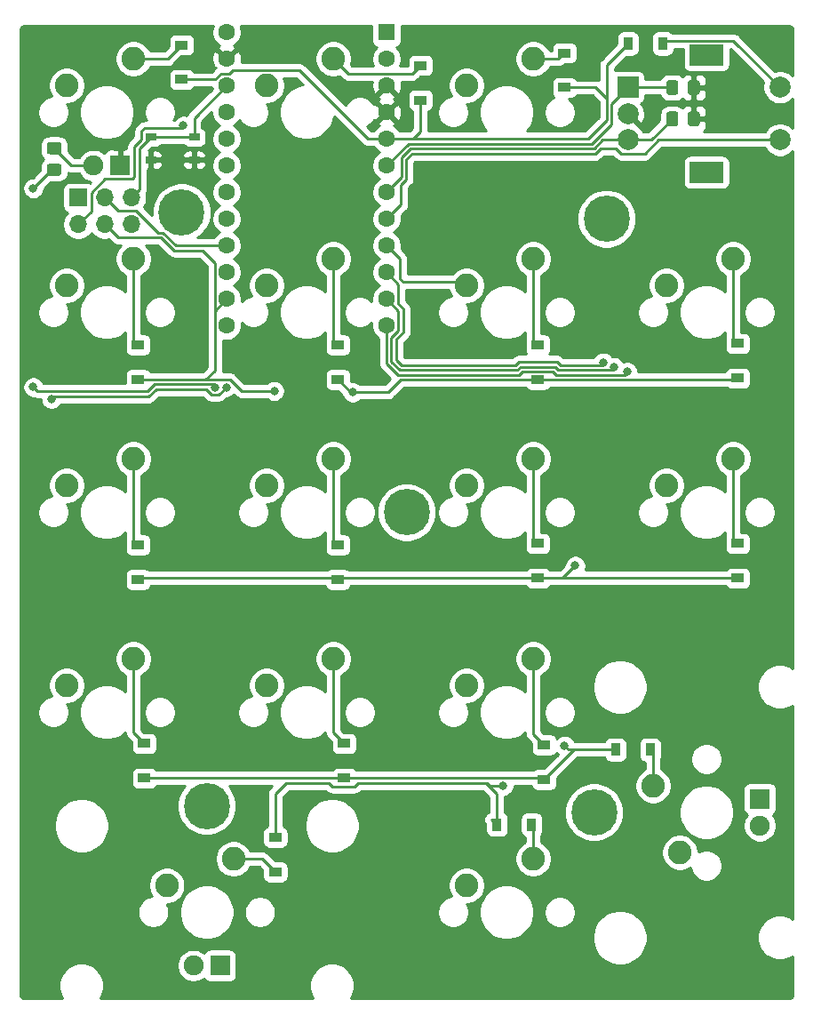
<source format=gbr>
%TF.GenerationSoftware,KiCad,Pcbnew,(5.1.7)-1*%
%TF.CreationDate,2020-12-04T00:36:09-08:00*%
%TF.ProjectId,dropout-microusb,64726f70-6f75-4742-9d6d-6963726f7573,rev?*%
%TF.SameCoordinates,Original*%
%TF.FileFunction,Copper,L2,Bot*%
%TF.FilePolarity,Positive*%
%FSLAX46Y46*%
G04 Gerber Fmt 4.6, Leading zero omitted, Abs format (unit mm)*
G04 Created by KiCad (PCBNEW (5.1.7)-1) date 2020-12-04 00:36:09*
%MOMM*%
%LPD*%
G01*
G04 APERTURE LIST*
%TA.AperFunction,ComponentPad*%
%ADD10O,1.700000X1.700000*%
%TD*%
%TA.AperFunction,ComponentPad*%
%ADD11R,1.700000X1.700000*%
%TD*%
%TA.AperFunction,SMDPad,CuDef*%
%ADD12R,1.200000X0.900000*%
%TD*%
%TA.AperFunction,ComponentPad*%
%ADD13R,1.905000X1.905000*%
%TD*%
%TA.AperFunction,ComponentPad*%
%ADD14C,1.905000*%
%TD*%
%TA.AperFunction,ComponentPad*%
%ADD15C,2.250000*%
%TD*%
%TA.AperFunction,ComponentPad*%
%ADD16C,1.600000*%
%TD*%
%TA.AperFunction,ComponentPad*%
%ADD17R,1.600000X1.600000*%
%TD*%
%TA.AperFunction,SMDPad,CuDef*%
%ADD18R,1.050000X0.650000*%
%TD*%
%TA.AperFunction,ComponentPad*%
%ADD19R,2.000000X2.000000*%
%TD*%
%TA.AperFunction,ComponentPad*%
%ADD20C,2.000000*%
%TD*%
%TA.AperFunction,ComponentPad*%
%ADD21R,3.200000X2.000000*%
%TD*%
%TA.AperFunction,ComponentPad*%
%ADD22C,4.400000*%
%TD*%
%TA.AperFunction,SMDPad,CuDef*%
%ADD23R,0.900000X1.200000*%
%TD*%
%TA.AperFunction,ViaPad*%
%ADD24C,0.800000*%
%TD*%
%TA.AperFunction,Conductor*%
%ADD25C,0.250000*%
%TD*%
%TA.AperFunction,Conductor*%
%ADD26C,0.254000*%
%TD*%
%TA.AperFunction,Conductor*%
%ADD27C,0.100000*%
%TD*%
G04 APERTURE END LIST*
%TO.P,C2,2*%
%TO.N,GND*%
%TA.AperFunction,SMDPad,CuDef*%
G36*
G01*
X157025162Y-57774627D02*
X157025162Y-56874625D01*
G75*
G02*
X157275161Y-56624626I249999J0D01*
G01*
X157925163Y-56624626D01*
G75*
G02*
X158175162Y-56874625I0J-249999D01*
G01*
X158175162Y-57774627D01*
G75*
G02*
X157925163Y-58024626I-249999J0D01*
G01*
X157275161Y-58024626D01*
G75*
G02*
X157025162Y-57774627I0J249999D01*
G01*
G37*
%TD.AperFunction*%
%TO.P,C2,1*%
%TO.N,ROT-A*%
%TA.AperFunction,SMDPad,CuDef*%
G36*
G01*
X154975162Y-57774627D02*
X154975162Y-56874625D01*
G75*
G02*
X155225161Y-56624626I249999J0D01*
G01*
X155875163Y-56624626D01*
G75*
G02*
X156125162Y-56874625I0J-249999D01*
G01*
X156125162Y-57774627D01*
G75*
G02*
X155875163Y-58024626I-249999J0D01*
G01*
X155225161Y-58024626D01*
G75*
G02*
X154975162Y-57774627I0J249999D01*
G01*
G37*
%TD.AperFunction*%
%TD*%
%TO.P,C1,2*%
%TO.N,ROT-B*%
%TA.AperFunction,SMDPad,CuDef*%
G36*
G01*
X156125162Y-59851190D02*
X156125162Y-60751192D01*
G75*
G02*
X155875163Y-61001191I-249999J0D01*
G01*
X155225161Y-61001191D01*
G75*
G02*
X154975162Y-60751192I0J249999D01*
G01*
X154975162Y-59851190D01*
G75*
G02*
X155225161Y-59601191I249999J0D01*
G01*
X155875163Y-59601191D01*
G75*
G02*
X156125162Y-59851190I0J-249999D01*
G01*
G37*
%TD.AperFunction*%
%TO.P,C1,1*%
%TO.N,GND*%
%TA.AperFunction,SMDPad,CuDef*%
G36*
G01*
X158175162Y-59851190D02*
X158175162Y-60751192D01*
G75*
G02*
X157925163Y-61001191I-249999J0D01*
G01*
X157275161Y-61001191D01*
G75*
G02*
X157025162Y-60751192I0J249999D01*
G01*
X157025162Y-59851190D01*
G75*
G02*
X157275161Y-59601191I249999J0D01*
G01*
X157925163Y-59601191D01*
G75*
G02*
X158175162Y-59851190I0J-249999D01*
G01*
G37*
%TD.AperFunction*%
%TD*%
D10*
%TO.P,J-ISP1,6*%
%TO.N,GND*%
X104013000Y-70358000D03*
%TO.P,J-ISP1,5*%
%TO.N,RESET*%
X104013000Y-67818000D03*
%TO.P,J-ISP1,4*%
%TO.N,ROW1*%
X101473000Y-70358000D03*
%TO.P,J-ISP1,3*%
%TO.N,COL1*%
X101473000Y-67818000D03*
%TO.P,J-ISP1,2*%
%TO.N,VCC*%
X98933000Y-70358000D03*
D11*
%TO.P,J-ISP1,1*%
%TO.N,COL0*%
X98933000Y-67818000D03*
%TD*%
D12*
%TO.P,D2,2*%
%TO.N,Net-(D2-Pad2)*%
X104631081Y-81837853D03*
%TO.P,D2,1*%
%TO.N,ROW1*%
X104631081Y-85137853D03*
%TD*%
D13*
%TO.P,K-ENT1,4*%
%TO.N,N/C*%
X163884508Y-125080405D03*
D14*
%TO.P,K-ENT1,3*%
X163884508Y-127620405D03*
D15*
%TO.P,K-ENT1,1*%
%TO.N,COL3*%
X156264508Y-130160405D03*
%TO.P,K-ENT1,2*%
%TO.N,Net-(D18-Pad2)*%
X153724508Y-123810405D03*
%TD*%
D13*
%TO.P,K-0,4*%
%TO.N,N/C*%
X112449508Y-140955405D03*
D14*
%TO.P,K-0,3*%
X109909508Y-140955405D03*
D15*
%TO.P,K-0,1*%
%TO.N,COL0*%
X107369508Y-133335405D03*
%TO.P,K-0,2*%
%TO.N,Net-(D5-Pad2)*%
X113719508Y-130795405D03*
%TD*%
D16*
%TO.P,U1,24*%
%TO.N,N/C*%
X113084532Y-52055405D03*
%TO.P,U1,23*%
%TO.N,GND*%
X113084532Y-54595405D03*
%TO.P,U1,22*%
%TO.N,RESET*%
X113084532Y-57135405D03*
%TO.P,U1,21*%
%TO.N,VCC*%
X113084532Y-59675405D03*
%TO.P,U1,20*%
%TO.N,N/C*%
X113084532Y-62215405D03*
%TO.P,U1,19*%
X113084532Y-64755405D03*
%TO.P,U1,18*%
X113084532Y-67295405D03*
%TO.P,U1,17*%
X113084532Y-69835405D03*
%TO.P,U1,16*%
%TO.N,COL1*%
X113084532Y-72375405D03*
%TO.P,U1,15*%
%TO.N,COL0*%
X113084532Y-74915405D03*
%TO.P,U1,14*%
%TO.N,ROW1*%
X113084532Y-77455405D03*
%TO.P,U1,13*%
%TO.N,NUMLED*%
X113084532Y-79995405D03*
%TO.P,U1,12*%
%TO.N,ROW4*%
X128324532Y-79995405D03*
%TO.P,U1,11*%
%TO.N,ROW3*%
X128324532Y-77455405D03*
%TO.P,U1,10*%
%TO.N,ROW2*%
X128324532Y-74915405D03*
%TO.P,U1,9*%
%TO.N,COL2*%
X128324532Y-72375405D03*
%TO.P,U1,8*%
%TO.N,COL3*%
X128324532Y-69835405D03*
%TO.P,U1,7*%
%TO.N,ROT-B*%
X128324532Y-67295405D03*
%TO.P,U1,6*%
%TO.N,ROT-A*%
X128324532Y-64755405D03*
%TO.P,U1,5*%
%TO.N,ROW0*%
X128324532Y-62215405D03*
%TO.P,U1,4*%
%TO.N,GND*%
X128324532Y-59675405D03*
%TO.P,U1,3*%
X128324532Y-57135405D03*
%TO.P,U1,2*%
%TO.N,N/C*%
X128324532Y-54595405D03*
D17*
%TO.P,U1,1*%
X128324532Y-52055405D03*
%TD*%
D12*
%TO.P,D6,2*%
%TO.N,Net-(D6-Pad2)*%
X131572016Y-55215252D03*
%TO.P,D6,1*%
%TO.N,ROW0*%
X131572016Y-58515252D03*
%TD*%
D18*
%TO.P,SW2,2*%
%TO.N,RESET*%
X109988898Y-62056585D03*
X105838898Y-62056585D03*
%TO.P,SW2,1*%
%TO.N,GND*%
X109988898Y-64206585D03*
X105838898Y-64206585D03*
%TD*%
D19*
%TO.P,SW1,A*%
%TO.N,ROT-A*%
X151304508Y-57294155D03*
D20*
%TO.P,SW1,C*%
%TO.N,GND*%
X151304508Y-59794155D03*
%TO.P,SW1,B*%
%TO.N,ROT-B*%
X151304508Y-62294155D03*
D21*
%TO.P,SW1,MP*%
%TO.N,N/C*%
X158804508Y-54194155D03*
X158804508Y-65394155D03*
D20*
%TO.P,SW1,S2*%
%TO.N,Net-(D15-Pad2)*%
X165804508Y-57294155D03*
%TO.P,SW1,S1*%
%TO.N,COL3*%
X165804508Y-62294155D03*
%TD*%
%TO.P,R1,2*%
%TO.N,NUMLED*%
%TA.AperFunction,SMDPad,CuDef*%
G36*
G01*
X96196999Y-64576000D02*
X97097001Y-64576000D01*
G75*
G02*
X97347000Y-64825999I0J-249999D01*
G01*
X97347000Y-65476001D01*
G75*
G02*
X97097001Y-65726000I-249999J0D01*
G01*
X96196999Y-65726000D01*
G75*
G02*
X95947000Y-65476001I0J249999D01*
G01*
X95947000Y-64825999D01*
G75*
G02*
X96196999Y-64576000I249999J0D01*
G01*
G37*
%TD.AperFunction*%
%TO.P,R1,1*%
%TO.N,Net-(K-NUM1-Pad3)*%
%TA.AperFunction,SMDPad,CuDef*%
G36*
G01*
X96196999Y-62526000D02*
X97097001Y-62526000D01*
G75*
G02*
X97347000Y-62775999I0J-249999D01*
G01*
X97347000Y-63426001D01*
G75*
G02*
X97097001Y-63676000I-249999J0D01*
G01*
X96196999Y-63676000D01*
G75*
G02*
X95947000Y-63426001I0J249999D01*
G01*
X95947000Y-62775999D01*
G75*
G02*
X96196999Y-62526000I249999J0D01*
G01*
G37*
%TD.AperFunction*%
%TD*%
D15*
%TO.P,K-STAR1,2*%
%TO.N,Net-(D10-Pad2)*%
X142294508Y-54595405D03*
%TO.P,K-STAR1,1*%
%TO.N,COL2*%
X135944508Y-57135405D03*
%TD*%
%TO.P,K-PLUS1,2*%
%TO.N,Net-(D17-Pad2)*%
X161344508Y-92695405D03*
%TO.P,K-PLUS1,1*%
%TO.N,COL3*%
X154994508Y-95235405D03*
%TD*%
D13*
%TO.P,K-NUM1,4*%
%TO.N,GND*%
X102924508Y-64755405D03*
D14*
%TO.P,K-NUM1,3*%
%TO.N,Net-(K-NUM1-Pad3)*%
X100384508Y-64755405D03*
D15*
%TO.P,K-NUM1,1*%
%TO.N,COL0*%
X97844508Y-57135405D03*
%TO.P,K-NUM1,2*%
%TO.N,Net-(D1-Pad2)*%
X104194508Y-54595405D03*
%TD*%
%TO.P,K-MIN1,2*%
%TO.N,Net-(D16-Pad2)*%
X161344508Y-73645405D03*
%TO.P,K-MIN1,1*%
%TO.N,COL3*%
X154994508Y-76185405D03*
%TD*%
%TO.P,K-DEL1,2*%
%TO.N,Net-(D14-Pad2)*%
X142294508Y-130795405D03*
%TO.P,K-DEL1,1*%
%TO.N,COL2*%
X135944508Y-133335405D03*
%TD*%
%TO.P,K-/1,2*%
%TO.N,Net-(D6-Pad2)*%
X123244508Y-54595405D03*
%TO.P,K-/1,1*%
%TO.N,COL1*%
X116894508Y-57135405D03*
%TD*%
%TO.P,K-9,2*%
%TO.N,Net-(D11-Pad2)*%
X142294508Y-73645405D03*
%TO.P,K-9,1*%
%TO.N,COL2*%
X135944508Y-76185405D03*
%TD*%
%TO.P,K-8,2*%
%TO.N,Net-(D7-Pad2)*%
X123244508Y-73645405D03*
%TO.P,K-8,1*%
%TO.N,COL1*%
X116894508Y-76185405D03*
%TD*%
%TO.P,K-7,2*%
%TO.N,Net-(D2-Pad2)*%
X104194508Y-73645405D03*
%TO.P,K-7,1*%
%TO.N,COL0*%
X97844508Y-76185405D03*
%TD*%
%TO.P,K-6,2*%
%TO.N,Net-(D12-Pad2)*%
X142294508Y-92695405D03*
%TO.P,K-6,1*%
%TO.N,COL2*%
X135944508Y-95235405D03*
%TD*%
%TO.P,K-5,2*%
%TO.N,Net-(D8-Pad2)*%
X123244508Y-92695405D03*
%TO.P,K-5,1*%
%TO.N,COL1*%
X116894508Y-95235405D03*
%TD*%
%TO.P,K-4,2*%
%TO.N,Net-(D3-Pad2)*%
X104194508Y-92695405D03*
%TO.P,K-4,1*%
%TO.N,COL0*%
X97844508Y-95235405D03*
%TD*%
%TO.P,K-1,2*%
%TO.N,Net-(D4-Pad2)*%
X104194516Y-111745381D03*
%TO.P,K-1,1*%
%TO.N,COL0*%
X97844516Y-114285381D03*
%TD*%
%TO.P,K-2,2*%
%TO.N,Net-(D9-Pad2)*%
X123244508Y-111745405D03*
%TO.P,K-2,1*%
%TO.N,COL1*%
X116894508Y-114285405D03*
%TD*%
%TO.P,K-3,2*%
%TO.N,Net-(D13-Pad2)*%
X142294548Y-111745381D03*
%TO.P,K-3,1*%
%TO.N,COL2*%
X135944548Y-114285381D03*
%TD*%
D22*
%TO.P,H5,1*%
%TO.N,N/C*%
X108798272Y-69200341D03*
%TD*%
%TO.P,H4,1*%
%TO.N,N/C*%
X148088930Y-126350389D03*
%TD*%
%TO.P,H3,1*%
%TO.N,N/C*%
X130229540Y-97775365D03*
%TD*%
%TO.P,H2,1*%
%TO.N,N/C*%
X149279556Y-69826199D03*
%TD*%
%TO.P,H1,1*%
%TO.N,N/C*%
X111179524Y-125755076D03*
%TD*%
D23*
%TO.P,D18,2*%
%TO.N,Net-(D18-Pad2)*%
X153446747Y-120397259D03*
%TO.P,D18,1*%
%TO.N,ROW3*%
X150146747Y-120397259D03*
%TD*%
D12*
%TO.P,D17,2*%
%TO.N,Net-(D17-Pad2)*%
X161781129Y-100751930D03*
%TO.P,D17,1*%
%TO.N,ROW2*%
X161781129Y-104051930D03*
%TD*%
%TO.P,D16,2*%
%TO.N,Net-(D16-Pad2)*%
X161781129Y-81701914D03*
%TO.P,D16,1*%
%TO.N,ROW1*%
X161781129Y-85001914D03*
%TD*%
D23*
%TO.P,D15,2*%
%TO.N,Net-(D15-Pad2)*%
X154637373Y-53126890D03*
%TO.P,D15,1*%
%TO.N,ROW0*%
X151337373Y-53126890D03*
%TD*%
%TO.P,D14,2*%
%TO.N,Net-(D14-Pad2)*%
X142135800Y-127541015D03*
%TO.P,D14,1*%
%TO.N,ROW4*%
X138835800Y-127541015D03*
%TD*%
D12*
%TO.P,D13,2*%
%TO.N,Net-(D13-Pad2)*%
X143326426Y-119937885D03*
%TO.P,D13,1*%
%TO.N,ROW3*%
X143326426Y-123237885D03*
%TD*%
%TO.P,D12,2*%
%TO.N,Net-(D12-Pad2)*%
X142731113Y-100751930D03*
%TO.P,D12,1*%
%TO.N,ROW2*%
X142731113Y-104051930D03*
%TD*%
%TO.P,D11,2*%
%TO.N,Net-(D11-Pad2)*%
X142731113Y-81837853D03*
%TO.P,D11,1*%
%TO.N,ROW1*%
X142731113Y-85137853D03*
%TD*%
%TO.P,D10,2*%
%TO.N,Net-(D10-Pad2)*%
X145264215Y-54024626D03*
%TO.P,D10,1*%
%TO.N,ROW0*%
X145264215Y-57324626D03*
%TD*%
%TO.P,D9,2*%
%TO.N,Net-(D9-Pad2)*%
X124276410Y-119801946D03*
%TO.P,D9,1*%
%TO.N,ROW3*%
X124276410Y-123101946D03*
%TD*%
%TO.P,D8,2*%
%TO.N,Net-(D8-Pad2)*%
X123681097Y-100887869D03*
%TO.P,D8,1*%
%TO.N,ROW2*%
X123681097Y-104187869D03*
%TD*%
%TO.P,D7,2*%
%TO.N,Net-(D7-Pad2)*%
X123681097Y-81837853D03*
%TO.P,D7,1*%
%TO.N,ROW1*%
X123681097Y-85137853D03*
%TD*%
%TO.P,D5,2*%
%TO.N,Net-(D5-Pad2)*%
X117727967Y-132031641D03*
%TO.P,D5,1*%
%TO.N,ROW4*%
X117727967Y-128731641D03*
%TD*%
%TO.P,D4,2*%
%TO.N,Net-(D4-Pad2)*%
X105226394Y-119801946D03*
%TO.P,D4,1*%
%TO.N,ROW3*%
X105226394Y-123101946D03*
%TD*%
%TO.P,D3,2*%
%TO.N,Net-(D3-Pad2)*%
X104631081Y-100887869D03*
%TO.P,D3,1*%
%TO.N,ROW2*%
X104631081Y-104187869D03*
%TD*%
%TO.P,D1,2*%
%TO.N,Net-(D1-Pad2)*%
X108798272Y-53262829D03*
%TO.P,D1,1*%
%TO.N,ROW0*%
X108798272Y-56562829D03*
%TD*%
D24*
%TO.N,ROW1*%
X117619508Y-86233000D03*
X125095000Y-86360000D03*
%TO.N,ROW2*%
X148971000Y-83512833D03*
X146304000Y-102870000D03*
%TO.N,ROW3*%
X149987000Y-83962843D03*
X145288000Y-120015000D03*
%TO.N,ROW4*%
X151257000Y-84412853D03*
X139446000Y-123826946D03*
%TO.N,COL0*%
X113040079Y-85862853D03*
X96393000Y-86976999D03*
%TO.N,GND*%
X106426000Y-65532000D03*
%TO.N,NUMLED*%
X94649507Y-66929000D03*
X94649507Y-85852000D03*
X112014000Y-85862853D03*
%TO.N,VCC*%
X108966000Y-60960000D03*
%TD*%
D25*
%TO.N,Net-(D1-Pad2)*%
X107465696Y-54595405D02*
X108798272Y-53262829D01*
X104194508Y-54595405D02*
X107465696Y-54595405D01*
%TO.N,ROW0*%
X126548506Y-62215405D02*
X128324532Y-62215405D01*
X120018505Y-55685404D02*
X126548506Y-62215405D01*
X113659535Y-55685404D02*
X120018505Y-55685404D01*
X113360470Y-55984469D02*
X113659535Y-55685404D01*
X112544531Y-56010404D02*
X112544531Y-55984469D01*
X111992106Y-56562829D02*
X112544531Y-56010404D01*
X112544531Y-55984469D02*
X113360470Y-55984469D01*
X108798272Y-56562829D02*
X111992106Y-56562829D01*
X145264215Y-57469696D02*
X145264215Y-57324626D01*
X131572016Y-61491817D02*
X130848428Y-62215405D01*
X131572016Y-58515252D02*
X131572016Y-61491817D01*
X128324532Y-62215405D02*
X130848428Y-62215405D01*
X149282990Y-58366836D02*
X148240780Y-57324626D01*
X149282990Y-60449607D02*
X149282990Y-58366836D01*
X147517192Y-62215405D02*
X149282990Y-60449607D01*
X148240780Y-57324626D02*
X145264215Y-57324626D01*
X130848428Y-62215405D02*
X147517192Y-62215405D01*
X149282990Y-55181273D02*
X151337373Y-53126890D01*
X149282990Y-58366836D02*
X149282990Y-55181273D01*
%TO.N,Net-(D2-Pad2)*%
X104194508Y-81401280D02*
X104631081Y-81837853D01*
X104194508Y-73645405D02*
X104194508Y-81401280D01*
%TO.N,ROW1*%
X161645190Y-85137853D02*
X161781129Y-85001914D01*
X104631081Y-85137853D02*
X110442147Y-85137853D01*
X111959531Y-84255469D02*
X111077147Y-85137853D01*
X113084532Y-77455405D02*
X111959531Y-78580406D01*
X110442147Y-85137853D02*
X111077147Y-85137853D01*
X114483228Y-86233000D02*
X117619508Y-86233000D01*
X113388080Y-85137852D02*
X114483228Y-86233000D01*
X111077147Y-85137853D02*
X113388080Y-85137852D01*
X124903244Y-86360000D02*
X123681097Y-85137853D01*
X125095000Y-86360000D02*
X124903244Y-86360000D01*
X125095000Y-86360000D02*
X128444853Y-86360000D01*
X129667000Y-85137853D02*
X135810853Y-85137853D01*
X128444853Y-86360000D02*
X129667000Y-85137853D01*
X135810853Y-85137853D02*
X161645190Y-85137853D01*
X135308456Y-85137853D02*
X135810853Y-85137853D01*
X111959531Y-79318363D02*
X111959531Y-84255469D01*
X111959531Y-78580406D02*
X111959531Y-79318363D01*
X111959531Y-74026234D02*
X111959531Y-79318363D01*
X110758712Y-72825415D02*
X111959531Y-74026234D01*
X108049934Y-72825415D02*
X110758712Y-72825415D01*
X106821032Y-71596513D02*
X108049934Y-72825415D01*
X102711513Y-71596513D02*
X106821032Y-71596513D01*
X101473000Y-70358000D02*
X102711513Y-71596513D01*
%TO.N,Net-(D3-Pad2)*%
X104194508Y-100451296D02*
X104631081Y-100887869D01*
X104194508Y-92695405D02*
X104194508Y-100451296D01*
%TO.N,ROW2*%
X104767020Y-104051930D02*
X104631081Y-104187869D01*
X132969983Y-104008380D02*
X132969983Y-104051930D01*
X123681097Y-104187869D02*
X123681097Y-104176866D01*
X123806033Y-104051930D02*
X104767020Y-104051930D01*
X123681097Y-104176866D02*
X123806033Y-104051930D01*
X132969983Y-104051930D02*
X123806033Y-104051930D01*
X128324532Y-74915405D02*
X129449533Y-76040406D01*
X129899543Y-78394006D02*
X129899542Y-80667868D01*
X129449533Y-77943996D02*
X129899543Y-78394006D01*
X129449533Y-76040406D02*
X129449533Y-77943996D01*
X129286000Y-81281410D02*
X129286000Y-83309180D01*
X129899542Y-80667868D02*
X129286000Y-81281410D01*
X129286000Y-83309180D02*
X129764643Y-83787823D01*
X129764643Y-83787823D02*
X131572000Y-83787823D01*
X140597200Y-83787823D02*
X140922190Y-83462833D01*
X131572000Y-83787823D02*
X140597200Y-83787823D01*
X144552654Y-83462834D02*
X144877643Y-83787823D01*
X140922190Y-83462833D02*
X144552654Y-83462834D01*
X148696010Y-83787823D02*
X148971000Y-83512833D01*
X144877643Y-83787823D02*
X148696010Y-83787823D01*
X145122070Y-104051930D02*
X144360070Y-104051930D01*
X146304000Y-102870000D02*
X145122070Y-104051930D01*
X144360070Y-104051930D02*
X132969983Y-104051930D01*
X161781129Y-104051930D02*
X144360070Y-104051930D01*
%TO.N,Net-(D4-Pad2)*%
X104194516Y-118770068D02*
X105226394Y-119801946D01*
X104194516Y-111745381D02*
X104194516Y-118770068D01*
%TO.N,ROW3*%
X143190487Y-123101946D02*
X143326426Y-123237885D01*
X146167052Y-120397259D02*
X143326426Y-123237885D01*
X150146747Y-120397259D02*
X146167052Y-120397259D01*
X133839049Y-123101946D02*
X134176467Y-123101946D01*
X134176467Y-123101946D02*
X143190487Y-123101946D01*
X105226394Y-123101946D02*
X134176467Y-123101946D01*
X128774542Y-81156458D02*
X129449533Y-80481467D01*
X128778000Y-83312000D02*
X128774542Y-83308542D01*
X128778000Y-83437590D02*
X128778000Y-83312000D01*
X129578243Y-84237833D02*
X128778000Y-83437590D01*
X129449533Y-78580406D02*
X128324532Y-77455405D01*
X140783600Y-84237833D02*
X129578243Y-84237833D01*
X141108591Y-83912842D02*
X140783600Y-84237833D01*
X128774542Y-83308542D02*
X128774542Y-81156458D01*
X144691243Y-84237833D02*
X144366253Y-83912843D01*
X129449533Y-80481467D02*
X129449533Y-78580406D01*
X144366253Y-83912843D02*
X141108591Y-83912842D01*
X149712010Y-84237833D02*
X149987000Y-83962843D01*
X144691243Y-84237833D02*
X149712010Y-84237833D01*
X145670259Y-120397259D02*
X145288000Y-120015000D01*
X146167052Y-120397259D02*
X145670259Y-120397259D01*
%TO.N,Net-(D5-Pad2)*%
X116491731Y-130795405D02*
X117727967Y-132031641D01*
X113719508Y-130795405D02*
X116491731Y-130795405D01*
%TO.N,ROW4*%
X138336189Y-127041404D02*
X138835800Y-127541015D01*
X138835800Y-124611800D02*
X138835800Y-127541015D01*
X137775956Y-123551956D02*
X138835800Y-124611800D01*
X125297053Y-123876947D02*
X125622044Y-123551956D01*
X123114947Y-123876947D02*
X125297053Y-123876947D01*
X122789956Y-123551956D02*
X123114947Y-123876947D01*
X118745000Y-123551956D02*
X122789956Y-123551956D01*
X117727967Y-124568989D02*
X118745000Y-123551956D01*
X117727967Y-128731641D02*
X117727967Y-124568989D01*
X128324532Y-79995405D02*
X128324532Y-83620532D01*
X129391843Y-84687843D02*
X135122056Y-84687843D01*
X128324532Y-83620532D02*
X129391843Y-84687843D01*
X135122056Y-84687843D02*
X140229157Y-84687843D01*
X140229157Y-84687843D02*
X140970000Y-84687843D01*
X144179852Y-84362852D02*
X144504843Y-84687843D01*
X141294991Y-84362852D02*
X144179852Y-84362852D01*
X140970000Y-84687843D02*
X141294991Y-84362852D01*
X150982010Y-84687843D02*
X151257000Y-84412853D01*
X144504843Y-84687843D02*
X150982010Y-84687843D01*
X139446000Y-123826946D02*
X138177946Y-123826946D01*
X137902956Y-123551956D02*
X137433044Y-123551956D01*
X138177946Y-123826946D02*
X137902956Y-123551956D01*
X137433044Y-123551956D02*
X137775956Y-123551956D01*
X125622044Y-123551956D02*
X137433044Y-123551956D01*
%TO.N,Net-(D6-Pad2)*%
X123244508Y-54595405D02*
X123865839Y-53974074D01*
X130776864Y-56010404D02*
X131572016Y-55215252D01*
X124659507Y-56010404D02*
X130776864Y-56010404D01*
X123244508Y-54595405D02*
X124659507Y-56010404D01*
%TO.N,Net-(D7-Pad2)*%
X123244508Y-81401264D02*
X123681097Y-81837853D01*
X123244508Y-73645405D02*
X123244508Y-81401264D01*
%TO.N,Net-(D8-Pad2)*%
X123244508Y-100451280D02*
X123681097Y-100887869D01*
X123244508Y-92695405D02*
X123244508Y-100451280D01*
%TO.N,Net-(D9-Pad2)*%
X123244508Y-118770044D02*
X124276410Y-119801946D01*
X123244508Y-111745405D02*
X123244508Y-118770044D01*
%TO.N,Net-(D10-Pad2)*%
X144693436Y-54595405D02*
X145264215Y-54024626D01*
X142294508Y-54595405D02*
X144693436Y-54595405D01*
%TO.N,Net-(D11-Pad2)*%
X142294508Y-81401248D02*
X142731113Y-81837853D01*
X142294508Y-73645405D02*
X142294508Y-81401248D01*
%TO.N,Net-(D12-Pad2)*%
X142294508Y-100315325D02*
X142731113Y-100751930D01*
X142294508Y-92695405D02*
X142294508Y-100315325D01*
%TO.N,Net-(D13-Pad2)*%
X142294548Y-118906007D02*
X143326426Y-119937885D01*
X142294548Y-111745381D02*
X142294548Y-118906007D01*
%TO.N,Net-(D14-Pad2)*%
X142294508Y-127699723D02*
X142135800Y-127541015D01*
X142294508Y-130795405D02*
X142294508Y-127699723D01*
%TO.N,Net-(D15-Pad2)*%
X161379507Y-52869154D02*
X165804508Y-57294155D01*
X154895109Y-52869154D02*
X161379507Y-52869154D01*
X154637373Y-53126890D02*
X154895109Y-52869154D01*
%TO.N,Net-(D16-Pad2)*%
X161344508Y-81265293D02*
X161781129Y-81701914D01*
X161344508Y-73645405D02*
X161344508Y-81265293D01*
%TO.N,Net-(D17-Pad2)*%
X161344508Y-100315309D02*
X161781129Y-100751930D01*
X161344508Y-92695405D02*
X161344508Y-100315309D01*
%TO.N,Net-(D18-Pad2)*%
X153724508Y-120675020D02*
X153446747Y-120397259D01*
X153724508Y-123810405D02*
X153724508Y-120675020D01*
%TO.N,COL0*%
X112315078Y-86587854D02*
X113040079Y-85862853D01*
X106368537Y-86037873D02*
X111116018Y-86037873D01*
X111116018Y-86037873D02*
X111665999Y-86587854D01*
X105665410Y-86741000D02*
X106368537Y-86037873D01*
X96628999Y-86741000D02*
X105665410Y-86741000D01*
X111665999Y-86587854D02*
X112315078Y-86587854D01*
X96393000Y-86976999D02*
X96628999Y-86741000D01*
%TO.N,COL2*%
X128324532Y-72375405D02*
X129575268Y-73626141D01*
X129575268Y-75529731D02*
X129899543Y-75854006D01*
X129575268Y-73626141D02*
X129575268Y-75529731D01*
X135613109Y-75854006D02*
X135944508Y-76185405D01*
X129899543Y-75854006D02*
X135613109Y-75854006D01*
%TO.N,COL1*%
X108236334Y-72375405D02*
X113084532Y-72375405D01*
X108236334Y-72375405D02*
X107007432Y-71146503D01*
X106540505Y-71146503D02*
X107007432Y-71146503D01*
X104450515Y-69056513D02*
X106540505Y-71146503D01*
X102711513Y-69056513D02*
X103663487Y-69056513D01*
X101473000Y-67818000D02*
X102711513Y-69056513D01*
X103663487Y-69056513D02*
X104450515Y-69056513D01*
%TO.N,COL3*%
X128324532Y-69835405D02*
X129687674Y-68472263D01*
X129687674Y-66568673D02*
X130201184Y-66055163D01*
X129687674Y-68472263D02*
X129687674Y-66568673D01*
X130201184Y-66055163D02*
X130201184Y-64151573D01*
X130201184Y-64151573D02*
X130733601Y-63619156D01*
X147962844Y-63619156D02*
X148089844Y-63619156D01*
X154240845Y-62294155D02*
X165804508Y-62294155D01*
X150668507Y-63619156D02*
X152915844Y-63619156D01*
X152915844Y-63619156D02*
X154240845Y-62294155D01*
X150168351Y-63119000D02*
X150668507Y-63619156D01*
X148721230Y-63119000D02*
X150168351Y-63119000D01*
X148221074Y-63619156D02*
X148721230Y-63119000D01*
X147962844Y-63619156D02*
X148221074Y-63619156D01*
X130733601Y-63619156D02*
X147962844Y-63619156D01*
%TO.N,GND*%
X105838898Y-64944898D02*
X106426000Y-65532000D01*
X105838898Y-64206585D02*
X105838898Y-64944898D01*
%TO.N,Net-(K-NUM1-Pad3)*%
X98301405Y-64755405D02*
X96647000Y-63101000D01*
X100384508Y-64755405D02*
X98301405Y-64755405D01*
%TO.N,NUMLED*%
X105518001Y-86251999D02*
X106182137Y-85587863D01*
X95049506Y-86251999D02*
X105518001Y-86251999D01*
X94649507Y-85852000D02*
X95049506Y-86251999D01*
X106182137Y-85587863D02*
X111252000Y-85587863D01*
X111739010Y-85587863D02*
X112014000Y-85862853D01*
X111252000Y-85587863D02*
X111739010Y-85587863D01*
X96427507Y-65151000D02*
X94649507Y-66929000D01*
X96647000Y-65151000D02*
X96427507Y-65151000D01*
%TO.N,ROT-A*%
X130414522Y-62665415D02*
X128324532Y-64755405D01*
X149733000Y-58865663D02*
X149733000Y-60834410D01*
X151304508Y-57294155D02*
X149733000Y-58865663D01*
X130414522Y-62665415D02*
X147901996Y-62665414D01*
X147901996Y-62665414D02*
X148360530Y-62206880D01*
X148360530Y-62206880D02*
X147901995Y-62665415D01*
X149733000Y-60834410D02*
X148360530Y-62206880D01*
X155519691Y-57294155D02*
X155550162Y-57324626D01*
X151304508Y-57294155D02*
X155519691Y-57294155D01*
%TO.N,ROT-B*%
X148909665Y-62294155D02*
X151304508Y-62294155D01*
X148088396Y-63115424D02*
X148909665Y-62294155D01*
X130600922Y-63115425D02*
X148088396Y-63115424D01*
X129751174Y-63965173D02*
X130600922Y-63115425D01*
X129751174Y-65868763D02*
X129751174Y-63965173D01*
X128324532Y-67295405D02*
X129751174Y-65868763D01*
X153557198Y-62294155D02*
X155550162Y-60301191D01*
X151304508Y-62294155D02*
X153557198Y-62294155D01*
%TO.N,VCC*%
X104309790Y-65860125D02*
X104309790Y-62949283D01*
X104137009Y-66032906D02*
X104309790Y-65860125D01*
X101479405Y-66032906D02*
X104137009Y-66032906D01*
X100194800Y-67317511D02*
X101479405Y-66032906D01*
X104988897Y-61471584D02*
X105246481Y-61214000D01*
X104988897Y-62270176D02*
X104988897Y-61471584D01*
X104309790Y-62949283D02*
X104988897Y-62270176D01*
X108712000Y-61214000D02*
X108966000Y-60960000D01*
X105246481Y-61214000D02*
X108712000Y-61214000D01*
X100194800Y-69096200D02*
X100194800Y-68842200D01*
X98933000Y-70358000D02*
X100194800Y-69096200D01*
X100194800Y-68842200D02*
X100194800Y-67317511D01*
X100194800Y-69056513D02*
X100194800Y-68842200D01*
%TO.N,RESET*%
X105838898Y-62056585D02*
X109988898Y-62056585D01*
X109988898Y-60231039D02*
X113084532Y-57135405D01*
X109988898Y-62056585D02*
X109988898Y-60231039D01*
X104759800Y-63135683D02*
X105838898Y-62056585D01*
X104759800Y-67031513D02*
X104759800Y-63135683D01*
X103909801Y-67881512D02*
X104759800Y-67031513D01*
X104013000Y-67778313D02*
X104759800Y-67031513D01*
X104013000Y-67818000D02*
X104013000Y-67778313D01*
%TD*%
D26*
%TO.N,GND*%
X111704679Y-51636831D02*
X111649532Y-51914070D01*
X111649532Y-52196740D01*
X111704679Y-52473979D01*
X111812852Y-52735132D01*
X111969895Y-52970164D01*
X112169773Y-53170042D01*
X112403660Y-53326320D01*
X112343018Y-53358734D01*
X112271435Y-53602703D01*
X113084532Y-54415800D01*
X113897629Y-53602703D01*
X113826046Y-53358734D01*
X113761540Y-53328211D01*
X113764259Y-53327085D01*
X113999291Y-53170042D01*
X114199169Y-52970164D01*
X114356212Y-52735132D01*
X114464385Y-52473979D01*
X114519532Y-52196740D01*
X114519532Y-51914070D01*
X114464385Y-51636831D01*
X114399688Y-51480638D01*
X126886460Y-51480638D01*
X126886460Y-52855405D01*
X126898720Y-52979887D01*
X126935030Y-53099585D01*
X126993995Y-53209899D01*
X127073347Y-53306590D01*
X127170038Y-53385942D01*
X127280352Y-53444907D01*
X127400050Y-53481217D01*
X127408493Y-53482048D01*
X127209895Y-53680646D01*
X127052852Y-53915678D01*
X126944679Y-54176831D01*
X126889532Y-54454070D01*
X126889532Y-54736740D01*
X126944679Y-55013979D01*
X127042609Y-55250404D01*
X124974309Y-55250404D01*
X124906356Y-55182451D01*
X124936872Y-55108778D01*
X125004508Y-54768750D01*
X125004508Y-54422060D01*
X124936872Y-54082032D01*
X124804200Y-53761732D01*
X124611589Y-53473470D01*
X124366443Y-53228324D01*
X124078181Y-53035713D01*
X123757881Y-52903041D01*
X123417853Y-52835405D01*
X123071163Y-52835405D01*
X122731135Y-52903041D01*
X122410835Y-53035713D01*
X122122573Y-53228324D01*
X121877427Y-53473470D01*
X121684816Y-53761732D01*
X121552144Y-54082032D01*
X121484508Y-54422060D01*
X121484508Y-54768750D01*
X121552144Y-55108778D01*
X121684816Y-55429078D01*
X121877427Y-55717340D01*
X122122573Y-55962486D01*
X122410835Y-56155097D01*
X122731135Y-56287769D01*
X123071163Y-56355405D01*
X123417853Y-56355405D01*
X123757881Y-56287769D01*
X123831554Y-56257253D01*
X124095708Y-56521407D01*
X124119506Y-56550405D01*
X124235231Y-56645378D01*
X124367260Y-56715950D01*
X124510521Y-56759407D01*
X124622174Y-56770404D01*
X124622182Y-56770404D01*
X124659507Y-56774080D01*
X124696832Y-56770404D01*
X126936630Y-56770404D01*
X126898232Y-56923589D01*
X126884315Y-57205917D01*
X126925745Y-57485535D01*
X127020929Y-57751697D01*
X127087861Y-57876919D01*
X127331830Y-57948502D01*
X128144927Y-57135405D01*
X128130785Y-57121263D01*
X128310390Y-56941658D01*
X128324532Y-56955800D01*
X128338675Y-56941658D01*
X128518280Y-57121263D01*
X128504137Y-57135405D01*
X129317234Y-57948502D01*
X129561203Y-57876919D01*
X129682103Y-57621409D01*
X129750832Y-57347221D01*
X129764749Y-57064893D01*
X129723319Y-56785275D01*
X129718001Y-56770404D01*
X130739542Y-56770404D01*
X130776864Y-56774080D01*
X130814186Y-56770404D01*
X130814197Y-56770404D01*
X130925850Y-56759407D01*
X131069111Y-56715950D01*
X131201140Y-56645378D01*
X131316865Y-56550405D01*
X131340667Y-56521402D01*
X131558745Y-56303324D01*
X132172016Y-56303324D01*
X132296498Y-56291064D01*
X132416196Y-56254754D01*
X132526510Y-56195789D01*
X132623201Y-56116437D01*
X132702553Y-56019746D01*
X132761518Y-55909432D01*
X132797828Y-55789734D01*
X132810088Y-55665252D01*
X132810088Y-54765252D01*
X132797828Y-54640770D01*
X132761518Y-54521072D01*
X132708595Y-54422060D01*
X140534508Y-54422060D01*
X140534508Y-54768750D01*
X140602144Y-55108778D01*
X140734816Y-55429078D01*
X140927427Y-55717340D01*
X141172573Y-55962486D01*
X141460835Y-56155097D01*
X141781135Y-56287769D01*
X142121163Y-56355405D01*
X142467853Y-56355405D01*
X142807881Y-56287769D01*
X143128181Y-56155097D01*
X143416443Y-55962486D01*
X143661589Y-55717340D01*
X143854200Y-55429078D01*
X143884716Y-55355405D01*
X144656114Y-55355405D01*
X144693436Y-55359081D01*
X144730758Y-55355405D01*
X144730769Y-55355405D01*
X144842422Y-55344408D01*
X144985683Y-55300951D01*
X145117712Y-55230379D01*
X145233437Y-55135406D01*
X145252073Y-55112698D01*
X145864215Y-55112698D01*
X145988697Y-55100438D01*
X146108395Y-55064128D01*
X146218709Y-55005163D01*
X146315400Y-54925811D01*
X146394752Y-54829120D01*
X146453717Y-54718806D01*
X146490027Y-54599108D01*
X146502287Y-54474626D01*
X146502287Y-53574626D01*
X146490027Y-53450144D01*
X146453717Y-53330446D01*
X146394752Y-53220132D01*
X146315400Y-53123441D01*
X146218709Y-53044089D01*
X146108395Y-52985124D01*
X145988697Y-52948814D01*
X145864215Y-52936554D01*
X144664215Y-52936554D01*
X144539733Y-52948814D01*
X144420035Y-52985124D01*
X144309721Y-53044089D01*
X144213030Y-53123441D01*
X144133678Y-53220132D01*
X144074713Y-53330446D01*
X144038403Y-53450144D01*
X144026143Y-53574626D01*
X144026143Y-53835405D01*
X143884716Y-53835405D01*
X143854200Y-53761732D01*
X143661589Y-53473470D01*
X143416443Y-53228324D01*
X143128181Y-53035713D01*
X142807881Y-52903041D01*
X142467853Y-52835405D01*
X142121163Y-52835405D01*
X141781135Y-52903041D01*
X141460835Y-53035713D01*
X141172573Y-53228324D01*
X140927427Y-53473470D01*
X140734816Y-53761732D01*
X140602144Y-54082032D01*
X140534508Y-54422060D01*
X132708595Y-54422060D01*
X132702553Y-54410758D01*
X132623201Y-54314067D01*
X132526510Y-54234715D01*
X132416196Y-54175750D01*
X132296498Y-54139440D01*
X132172016Y-54127180D01*
X130972016Y-54127180D01*
X130847534Y-54139440D01*
X130727836Y-54175750D01*
X130617522Y-54234715D01*
X130520831Y-54314067D01*
X130441479Y-54410758D01*
X130382514Y-54521072D01*
X130346204Y-54640770D01*
X130333944Y-54765252D01*
X130333944Y-55250404D01*
X129606455Y-55250404D01*
X129704385Y-55013979D01*
X129759532Y-54736740D01*
X129759532Y-54454070D01*
X129704385Y-54176831D01*
X129596212Y-53915678D01*
X129439169Y-53680646D01*
X129240571Y-53482048D01*
X129249014Y-53481217D01*
X129368712Y-53444907D01*
X129479026Y-53385942D01*
X129575717Y-53306590D01*
X129655069Y-53209899D01*
X129714034Y-53099585D01*
X129750344Y-52979887D01*
X129762604Y-52855405D01*
X129762604Y-51480638D01*
X166698312Y-51480638D01*
X166785046Y-51489142D01*
X166833899Y-51503892D01*
X166878958Y-51527850D01*
X166918504Y-51560104D01*
X166951033Y-51599424D01*
X166975302Y-51644308D01*
X166990394Y-51693065D01*
X166999259Y-51777402D01*
X166999259Y-56176667D01*
X166846760Y-56024168D01*
X166578971Y-55845237D01*
X166281420Y-55721987D01*
X165965541Y-55659155D01*
X165643475Y-55659155D01*
X165327596Y-55721987D01*
X165313133Y-55727978D01*
X161943311Y-52358157D01*
X161919508Y-52329153D01*
X161803783Y-52234180D01*
X161671754Y-52163608D01*
X161528493Y-52120151D01*
X161416840Y-52109154D01*
X161416829Y-52109154D01*
X161379507Y-52105478D01*
X161342185Y-52109154D01*
X155566009Y-52109154D01*
X155538558Y-52075705D01*
X155441867Y-51996353D01*
X155331553Y-51937388D01*
X155211855Y-51901078D01*
X155087373Y-51888818D01*
X154187373Y-51888818D01*
X154062891Y-51901078D01*
X153943193Y-51937388D01*
X153832879Y-51996353D01*
X153736188Y-52075705D01*
X153656836Y-52172396D01*
X153597871Y-52282710D01*
X153561561Y-52402408D01*
X153549301Y-52526890D01*
X153549301Y-53726890D01*
X153561561Y-53851372D01*
X153597871Y-53971070D01*
X153656836Y-54081384D01*
X153736188Y-54178075D01*
X153832879Y-54257427D01*
X153943193Y-54316392D01*
X154062891Y-54352702D01*
X154187373Y-54364962D01*
X155087373Y-54364962D01*
X155211855Y-54352702D01*
X155331553Y-54316392D01*
X155441867Y-54257427D01*
X155538558Y-54178075D01*
X155617910Y-54081384D01*
X155676875Y-53971070D01*
X155713185Y-53851372D01*
X155725445Y-53726890D01*
X155725445Y-53629154D01*
X156566436Y-53629154D01*
X156566436Y-55194155D01*
X156578696Y-55318637D01*
X156615006Y-55438335D01*
X156673971Y-55548649D01*
X156753323Y-55645340D01*
X156850014Y-55724692D01*
X156960328Y-55783657D01*
X157080026Y-55819967D01*
X157204508Y-55832227D01*
X160404508Y-55832227D01*
X160528990Y-55819967D01*
X160648688Y-55783657D01*
X160759002Y-55724692D01*
X160855693Y-55645340D01*
X160935045Y-55548649D01*
X160994010Y-55438335D01*
X161030320Y-55318637D01*
X161042580Y-55194155D01*
X161042580Y-53629154D01*
X161064706Y-53629154D01*
X164238331Y-56802780D01*
X164232340Y-56817243D01*
X164169508Y-57133122D01*
X164169508Y-57455188D01*
X164232340Y-57771067D01*
X164355590Y-58068618D01*
X164534521Y-58336407D01*
X164762256Y-58564142D01*
X165030045Y-58743073D01*
X165327596Y-58866323D01*
X165643475Y-58929155D01*
X165965541Y-58929155D01*
X166281420Y-58866323D01*
X166578971Y-58743073D01*
X166846760Y-58564142D01*
X166999259Y-58411643D01*
X166999259Y-61176667D01*
X166846760Y-61024168D01*
X166578971Y-60845237D01*
X166281420Y-60721987D01*
X165965541Y-60659155D01*
X165643475Y-60659155D01*
X165327596Y-60721987D01*
X165030045Y-60845237D01*
X164762256Y-61024168D01*
X164534521Y-61251903D01*
X164355590Y-61519692D01*
X164349599Y-61534155D01*
X158525115Y-61534155D01*
X158529656Y-61531728D01*
X158626347Y-61452376D01*
X158705699Y-61355685D01*
X158764664Y-61245371D01*
X158800974Y-61125673D01*
X158813234Y-61001191D01*
X158810162Y-60586941D01*
X158651412Y-60428191D01*
X157727162Y-60428191D01*
X157727162Y-60448191D01*
X157473162Y-60448191D01*
X157473162Y-60428191D01*
X157453162Y-60428191D01*
X157453162Y-60174191D01*
X157473162Y-60174191D01*
X157473162Y-59124941D01*
X157727162Y-59124941D01*
X157727162Y-60174191D01*
X158651412Y-60174191D01*
X158810162Y-60015441D01*
X158813234Y-59601191D01*
X158800974Y-59476709D01*
X158764664Y-59357011D01*
X158705699Y-59246697D01*
X158626347Y-59150006D01*
X158529656Y-59070654D01*
X158419342Y-59011689D01*
X158299644Y-58975379D01*
X158175162Y-58963119D01*
X157885912Y-58966191D01*
X157727162Y-59124941D01*
X157473162Y-59124941D01*
X157314412Y-58966191D01*
X157025162Y-58963119D01*
X156900680Y-58975379D01*
X156780982Y-59011689D01*
X156670668Y-59070654D01*
X156573977Y-59150006D01*
X156508504Y-59229785D01*
X156503124Y-59223229D01*
X156368549Y-59112786D01*
X156215013Y-59030719D01*
X156048417Y-58980183D01*
X155875163Y-58963119D01*
X155225161Y-58963119D01*
X155051907Y-58980183D01*
X154885311Y-59030719D01*
X154731775Y-59112786D01*
X154597200Y-59223229D01*
X154486757Y-59357804D01*
X154404690Y-59511340D01*
X154354154Y-59677936D01*
X154337090Y-59851190D01*
X154337090Y-60439461D01*
X153242397Y-61534155D01*
X152759417Y-61534155D01*
X152753426Y-61519692D01*
X152574495Y-61251903D01*
X152346760Y-61024168D01*
X152249573Y-60959230D01*
X152260316Y-60929568D01*
X151304508Y-59973760D01*
X151290366Y-59987903D01*
X151110761Y-59808298D01*
X151124903Y-59794155D01*
X151110761Y-59780013D01*
X151290366Y-59600408D01*
X151304508Y-59614550D01*
X151318651Y-59600408D01*
X151498256Y-59780013D01*
X151484113Y-59794155D01*
X152439921Y-60749963D01*
X152704322Y-60654199D01*
X152845212Y-60364584D01*
X152926892Y-60053047D01*
X152946226Y-59731560D01*
X152902469Y-59412480D01*
X152797303Y-59108067D01*
X152704322Y-58934111D01*
X152555285Y-58880131D01*
X152659002Y-58824692D01*
X152755693Y-58745340D01*
X152835045Y-58648649D01*
X152894010Y-58538335D01*
X152930320Y-58418637D01*
X152942580Y-58294155D01*
X152942580Y-58054155D01*
X154386392Y-58054155D01*
X154404690Y-58114477D01*
X154486757Y-58268013D01*
X154597200Y-58402588D01*
X154731775Y-58513031D01*
X154885311Y-58595098D01*
X155051907Y-58645634D01*
X155225161Y-58662698D01*
X155875163Y-58662698D01*
X156048417Y-58645634D01*
X156215013Y-58595098D01*
X156368549Y-58513031D01*
X156503124Y-58402588D01*
X156508504Y-58396032D01*
X156573977Y-58475811D01*
X156670668Y-58555163D01*
X156780982Y-58614128D01*
X156900680Y-58650438D01*
X157025162Y-58662698D01*
X157314412Y-58659626D01*
X157473162Y-58500876D01*
X157473162Y-57451626D01*
X157727162Y-57451626D01*
X157727162Y-58500876D01*
X157885912Y-58659626D01*
X158175162Y-58662698D01*
X158299644Y-58650438D01*
X158419342Y-58614128D01*
X158529656Y-58555163D01*
X158626347Y-58475811D01*
X158705699Y-58379120D01*
X158764664Y-58268806D01*
X158800974Y-58149108D01*
X158813234Y-58024626D01*
X158810162Y-57610376D01*
X158651412Y-57451626D01*
X157727162Y-57451626D01*
X157473162Y-57451626D01*
X157453162Y-57451626D01*
X157453162Y-57197626D01*
X157473162Y-57197626D01*
X157473162Y-56148376D01*
X157727162Y-56148376D01*
X157727162Y-57197626D01*
X158651412Y-57197626D01*
X158810162Y-57038876D01*
X158813234Y-56624626D01*
X158800974Y-56500144D01*
X158764664Y-56380446D01*
X158705699Y-56270132D01*
X158626347Y-56173441D01*
X158529656Y-56094089D01*
X158419342Y-56035124D01*
X158299644Y-55998814D01*
X158175162Y-55986554D01*
X157885912Y-55989626D01*
X157727162Y-56148376D01*
X157473162Y-56148376D01*
X157314412Y-55989626D01*
X157025162Y-55986554D01*
X156900680Y-55998814D01*
X156780982Y-56035124D01*
X156670668Y-56094089D01*
X156573977Y-56173441D01*
X156508504Y-56253220D01*
X156503124Y-56246664D01*
X156368549Y-56136221D01*
X156215013Y-56054154D01*
X156048417Y-56003618D01*
X155875163Y-55986554D01*
X155225161Y-55986554D01*
X155051907Y-56003618D01*
X154885311Y-56054154D01*
X154731775Y-56136221D01*
X154597200Y-56246664D01*
X154486757Y-56381239D01*
X154405021Y-56534155D01*
X152942580Y-56534155D01*
X152942580Y-56294155D01*
X152930320Y-56169673D01*
X152894010Y-56049975D01*
X152835045Y-55939661D01*
X152755693Y-55842970D01*
X152659002Y-55763618D01*
X152548688Y-55704653D01*
X152428990Y-55668343D01*
X152304508Y-55656083D01*
X150304508Y-55656083D01*
X150180026Y-55668343D01*
X150060328Y-55704653D01*
X150042990Y-55713921D01*
X150042990Y-55496074D01*
X151174103Y-54364962D01*
X151787373Y-54364962D01*
X151911855Y-54352702D01*
X152031553Y-54316392D01*
X152141867Y-54257427D01*
X152238558Y-54178075D01*
X152317910Y-54081384D01*
X152376875Y-53971070D01*
X152413185Y-53851372D01*
X152425445Y-53726890D01*
X152425445Y-52526890D01*
X152413185Y-52402408D01*
X152376875Y-52282710D01*
X152317910Y-52172396D01*
X152238558Y-52075705D01*
X152141867Y-51996353D01*
X152031553Y-51937388D01*
X151911855Y-51901078D01*
X151787373Y-51888818D01*
X150887373Y-51888818D01*
X150762891Y-51901078D01*
X150643193Y-51937388D01*
X150532879Y-51996353D01*
X150436188Y-52075705D01*
X150356836Y-52172396D01*
X150297871Y-52282710D01*
X150261561Y-52402408D01*
X150249301Y-52526890D01*
X150249301Y-53140160D01*
X148771988Y-54617474D01*
X148742990Y-54641272D01*
X148719192Y-54670270D01*
X148719191Y-54670271D01*
X148648016Y-54756997D01*
X148577444Y-54889027D01*
X148533988Y-55032288D01*
X148519314Y-55181273D01*
X148522991Y-55218605D01*
X148522991Y-56616036D01*
X148389766Y-56575623D01*
X148278113Y-56564626D01*
X148278102Y-56564626D01*
X148240780Y-56560950D01*
X148203458Y-56564626D01*
X146418535Y-56564626D01*
X146394752Y-56520132D01*
X146315400Y-56423441D01*
X146218709Y-56344089D01*
X146108395Y-56285124D01*
X145988697Y-56248814D01*
X145864215Y-56236554D01*
X144664215Y-56236554D01*
X144539733Y-56248814D01*
X144420035Y-56285124D01*
X144309721Y-56344089D01*
X144213030Y-56423441D01*
X144133678Y-56520132D01*
X144074713Y-56630446D01*
X144038403Y-56750144D01*
X144026143Y-56874626D01*
X144026143Y-57774626D01*
X144038403Y-57899108D01*
X144074713Y-58018806D01*
X144133678Y-58129120D01*
X144213030Y-58225811D01*
X144271826Y-58274064D01*
X144119255Y-58337261D01*
X143871939Y-58502512D01*
X143661615Y-58712836D01*
X143496364Y-58960152D01*
X143382537Y-59234954D01*
X143324508Y-59526683D01*
X143324508Y-59824127D01*
X143382537Y-60115856D01*
X143496364Y-60390658D01*
X143661615Y-60637974D01*
X143871939Y-60848298D01*
X144119255Y-61013549D01*
X144394057Y-61127376D01*
X144685786Y-61185405D01*
X144983230Y-61185405D01*
X145274959Y-61127376D01*
X145549761Y-61013549D01*
X145797077Y-60848298D01*
X146007401Y-60637974D01*
X146172652Y-60390658D01*
X146286479Y-60115856D01*
X146344508Y-59824127D01*
X146344508Y-59526683D01*
X146286479Y-59234954D01*
X146172652Y-58960152D01*
X146007401Y-58712836D01*
X145797077Y-58502512D01*
X145662661Y-58412698D01*
X145864215Y-58412698D01*
X145988697Y-58400438D01*
X146108395Y-58364128D01*
X146218709Y-58305163D01*
X146315400Y-58225811D01*
X146394752Y-58129120D01*
X146418535Y-58084626D01*
X147925979Y-58084626D01*
X148522991Y-58681639D01*
X148522990Y-60134804D01*
X147202391Y-61455405D01*
X141692334Y-61455405D01*
X141796508Y-61351231D01*
X142084209Y-60920656D01*
X142282381Y-60442227D01*
X142383408Y-59934329D01*
X142383408Y-59416481D01*
X142282381Y-58908583D01*
X142084209Y-58430154D01*
X141796508Y-57999579D01*
X141430334Y-57633405D01*
X140999759Y-57345704D01*
X140521330Y-57147532D01*
X140013432Y-57046505D01*
X139495584Y-57046505D01*
X138987686Y-57147532D01*
X138509257Y-57345704D01*
X138078682Y-57633405D01*
X137712508Y-57999579D01*
X137424807Y-58430154D01*
X137226635Y-58908583D01*
X137125608Y-59416481D01*
X137125608Y-59934329D01*
X137226635Y-60442227D01*
X137424807Y-60920656D01*
X137712508Y-61351231D01*
X137816682Y-61455405D01*
X132332106Y-61455405D01*
X132332016Y-61454494D01*
X132332016Y-59580290D01*
X132416196Y-59554754D01*
X132468712Y-59526683D01*
X133164508Y-59526683D01*
X133164508Y-59824127D01*
X133222537Y-60115856D01*
X133336364Y-60390658D01*
X133501615Y-60637974D01*
X133711939Y-60848298D01*
X133959255Y-61013549D01*
X134234057Y-61127376D01*
X134525786Y-61185405D01*
X134823230Y-61185405D01*
X135114959Y-61127376D01*
X135389761Y-61013549D01*
X135637077Y-60848298D01*
X135847401Y-60637974D01*
X136012652Y-60390658D01*
X136126479Y-60115856D01*
X136184508Y-59824127D01*
X136184508Y-59526683D01*
X136126479Y-59234954D01*
X136012652Y-58960152D01*
X135969390Y-58895405D01*
X136117853Y-58895405D01*
X136457881Y-58827769D01*
X136778181Y-58695097D01*
X137066443Y-58502486D01*
X137311589Y-58257340D01*
X137504200Y-57969078D01*
X137636872Y-57648778D01*
X137704508Y-57308750D01*
X137704508Y-56962060D01*
X137636872Y-56622032D01*
X137504200Y-56301732D01*
X137311589Y-56013470D01*
X137066443Y-55768324D01*
X136778181Y-55575713D01*
X136457881Y-55443041D01*
X136117853Y-55375405D01*
X135771163Y-55375405D01*
X135431135Y-55443041D01*
X135110835Y-55575713D01*
X134822573Y-55768324D01*
X134577427Y-56013470D01*
X134384816Y-56301732D01*
X134252144Y-56622032D01*
X134184508Y-56962060D01*
X134184508Y-57308750D01*
X134252144Y-57648778D01*
X134384816Y-57969078D01*
X134517146Y-58167124D01*
X134234057Y-58223434D01*
X133959255Y-58337261D01*
X133711939Y-58502512D01*
X133501615Y-58712836D01*
X133336364Y-58960152D01*
X133222537Y-59234954D01*
X133164508Y-59526683D01*
X132468712Y-59526683D01*
X132526510Y-59495789D01*
X132623201Y-59416437D01*
X132702553Y-59319746D01*
X132761518Y-59209432D01*
X132797828Y-59089734D01*
X132810088Y-58965252D01*
X132810088Y-58065252D01*
X132797828Y-57940770D01*
X132761518Y-57821072D01*
X132702553Y-57710758D01*
X132623201Y-57614067D01*
X132526510Y-57534715D01*
X132416196Y-57475750D01*
X132296498Y-57439440D01*
X132172016Y-57427180D01*
X130972016Y-57427180D01*
X130847534Y-57439440D01*
X130727836Y-57475750D01*
X130617522Y-57534715D01*
X130520831Y-57614067D01*
X130441479Y-57710758D01*
X130382514Y-57821072D01*
X130346204Y-57940770D01*
X130333944Y-58065252D01*
X130333944Y-58965252D01*
X130346204Y-59089734D01*
X130382514Y-59209432D01*
X130441479Y-59319746D01*
X130520831Y-59416437D01*
X130617522Y-59495789D01*
X130727836Y-59554754D01*
X130812016Y-59580290D01*
X130812017Y-61177014D01*
X130533627Y-61455405D01*
X129542575Y-61455405D01*
X129439169Y-61300646D01*
X129239291Y-61100768D01*
X129005404Y-60944490D01*
X129066046Y-60912076D01*
X129137629Y-60668107D01*
X128324532Y-59855010D01*
X127511435Y-60668107D01*
X127583018Y-60912076D01*
X127647524Y-60942599D01*
X127644805Y-60943725D01*
X127409773Y-61100768D01*
X127209895Y-61300646D01*
X127106489Y-61455405D01*
X126863308Y-61455405D01*
X126444388Y-61036485D01*
X126499761Y-61013549D01*
X126747077Y-60848298D01*
X126957401Y-60637974D01*
X127102278Y-60421149D01*
X127331830Y-60488502D01*
X128144927Y-59675405D01*
X128504137Y-59675405D01*
X129317234Y-60488502D01*
X129561203Y-60416919D01*
X129682103Y-60161409D01*
X129750832Y-59887221D01*
X129764749Y-59604893D01*
X129723319Y-59325275D01*
X129628135Y-59059113D01*
X129561203Y-58933891D01*
X129317234Y-58862308D01*
X128504137Y-59675405D01*
X128144927Y-59675405D01*
X127331830Y-58862308D01*
X127102278Y-58929661D01*
X126957401Y-58712836D01*
X126747077Y-58502512D01*
X126499761Y-58337261D01*
X126224959Y-58223434D01*
X125933230Y-58165405D01*
X125635786Y-58165405D01*
X125344057Y-58223434D01*
X125069255Y-58337261D01*
X124821939Y-58502512D01*
X124611615Y-58712836D01*
X124446364Y-58960152D01*
X124423428Y-59015525D01*
X123536010Y-58128107D01*
X127511435Y-58128107D01*
X127583018Y-58372076D01*
X127649168Y-58403376D01*
X127583018Y-58438734D01*
X127511435Y-58682703D01*
X128324532Y-59495800D01*
X129137629Y-58682703D01*
X129066046Y-58438734D01*
X128999896Y-58407434D01*
X129066046Y-58372076D01*
X129137629Y-58128107D01*
X128324532Y-57315010D01*
X127511435Y-58128107D01*
X123536010Y-58128107D01*
X120582309Y-55174407D01*
X120558506Y-55145403D01*
X120442781Y-55050430D01*
X120310752Y-54979858D01*
X120167491Y-54936401D01*
X120055838Y-54925404D01*
X120055827Y-54925404D01*
X120018505Y-54921728D01*
X119981183Y-54925404D01*
X114481208Y-54925404D01*
X114510832Y-54807221D01*
X114524749Y-54524893D01*
X114483319Y-54245275D01*
X114388135Y-53979113D01*
X114321203Y-53853891D01*
X114077234Y-53782308D01*
X113264137Y-54595405D01*
X113278280Y-54609548D01*
X113098675Y-54789153D01*
X113084532Y-54775010D01*
X113070390Y-54789153D01*
X112890785Y-54609548D01*
X112904927Y-54595405D01*
X112091830Y-53782308D01*
X111847861Y-53853891D01*
X111726961Y-54109401D01*
X111658232Y-54383589D01*
X111644315Y-54665917D01*
X111685745Y-54945535D01*
X111780929Y-55211697D01*
X111847861Y-55336919D01*
X112059805Y-55399105D01*
X112004530Y-55444468D01*
X111909557Y-55560193D01*
X111897634Y-55582499D01*
X111677305Y-55802829D01*
X109952592Y-55802829D01*
X109928809Y-55758335D01*
X109849457Y-55661644D01*
X109752766Y-55582292D01*
X109642452Y-55523327D01*
X109522754Y-55487017D01*
X109398272Y-55474757D01*
X108198272Y-55474757D01*
X108073790Y-55487017D01*
X107954092Y-55523327D01*
X107843778Y-55582292D01*
X107747087Y-55661644D01*
X107667735Y-55758335D01*
X107608770Y-55868649D01*
X107572460Y-55988347D01*
X107560200Y-56112829D01*
X107560200Y-57012829D01*
X107572460Y-57137311D01*
X107608770Y-57257009D01*
X107667735Y-57367323D01*
X107747087Y-57464014D01*
X107843778Y-57543366D01*
X107954092Y-57602331D01*
X108073790Y-57638641D01*
X108198272Y-57650901D01*
X109398272Y-57650901D01*
X109522754Y-57638641D01*
X109642452Y-57602331D01*
X109752766Y-57543366D01*
X109849457Y-57464014D01*
X109928809Y-57367323D01*
X109952592Y-57322829D01*
X111658700Y-57322829D01*
X111685844Y-57459291D01*
X109477896Y-59667240D01*
X109448898Y-59691038D01*
X109425100Y-59720036D01*
X109425099Y-59720037D01*
X109353924Y-59806763D01*
X109283352Y-59938793D01*
X109274626Y-59967561D01*
X109267898Y-59964774D01*
X109067939Y-59925000D01*
X108864061Y-59925000D01*
X108664102Y-59964774D01*
X108475744Y-60042795D01*
X108306226Y-60156063D01*
X108162063Y-60300226D01*
X108059315Y-60454000D01*
X108030328Y-60454000D01*
X108072652Y-60390658D01*
X108186479Y-60115856D01*
X108244508Y-59824127D01*
X108244508Y-59526683D01*
X108186479Y-59234954D01*
X108072652Y-58960152D01*
X107907401Y-58712836D01*
X107697077Y-58502512D01*
X107449761Y-58337261D01*
X107174959Y-58223434D01*
X106883230Y-58165405D01*
X106585786Y-58165405D01*
X106294057Y-58223434D01*
X106019255Y-58337261D01*
X105771939Y-58502512D01*
X105561615Y-58712836D01*
X105396364Y-58960152D01*
X105282537Y-59234954D01*
X105224508Y-59526683D01*
X105224508Y-59824127D01*
X105282537Y-60115856D01*
X105396364Y-60390658D01*
X105438688Y-60454000D01*
X105283806Y-60454000D01*
X105246481Y-60450324D01*
X105209156Y-60454000D01*
X105209148Y-60454000D01*
X105097495Y-60464997D01*
X104954234Y-60508454D01*
X104822205Y-60579026D01*
X104706480Y-60673999D01*
X104682677Y-60703003D01*
X104477895Y-60907785D01*
X104448897Y-60931583D01*
X104425099Y-60960581D01*
X104425098Y-60960582D01*
X104353923Y-61047308D01*
X104283351Y-61179338D01*
X104277214Y-61199571D01*
X104239894Y-61322598D01*
X104228897Y-61434251D01*
X104228897Y-61434262D01*
X104225221Y-61471584D01*
X104228897Y-61508906D01*
X104228897Y-61955374D01*
X103798788Y-62385484D01*
X103769790Y-62409282D01*
X103745992Y-62438280D01*
X103745991Y-62438281D01*
X103674816Y-62525007D01*
X103604244Y-62657037D01*
X103585621Y-62718431D01*
X103560788Y-62800297D01*
X103550461Y-62905150D01*
X103546114Y-62949283D01*
X103549791Y-62986615D01*
X103549791Y-63166341D01*
X103210258Y-63167905D01*
X103051508Y-63326655D01*
X103051508Y-64628405D01*
X103071508Y-64628405D01*
X103071508Y-64882405D01*
X103051508Y-64882405D01*
X103051508Y-64902405D01*
X102797508Y-64902405D01*
X102797508Y-64882405D01*
X102777508Y-64882405D01*
X102777508Y-64628405D01*
X102797508Y-64628405D01*
X102797508Y-63326655D01*
X102638758Y-63167905D01*
X101972008Y-63164833D01*
X101847526Y-63177093D01*
X101727828Y-63213403D01*
X101617514Y-63272368D01*
X101520823Y-63351720D01*
X101441471Y-63448411D01*
X101400057Y-63525890D01*
X101396480Y-63522313D01*
X101136471Y-63348581D01*
X100847565Y-63228912D01*
X100540863Y-63167905D01*
X100228153Y-63167905D01*
X99921451Y-63228912D01*
X99632545Y-63348581D01*
X99372536Y-63522313D01*
X99151416Y-63743433D01*
X98983054Y-63995405D01*
X98616207Y-63995405D01*
X97985072Y-63364271D01*
X97985072Y-62775999D01*
X97968008Y-62602745D01*
X97917472Y-62436149D01*
X97835405Y-62282613D01*
X97724962Y-62148038D01*
X97590387Y-62037595D01*
X97436851Y-61955528D01*
X97270255Y-61904992D01*
X97097001Y-61887928D01*
X96196999Y-61887928D01*
X96023745Y-61904992D01*
X95857149Y-61955528D01*
X95703613Y-62037595D01*
X95569038Y-62148038D01*
X95458595Y-62282613D01*
X95376528Y-62436149D01*
X95325992Y-62602745D01*
X95308928Y-62775999D01*
X95308928Y-63426001D01*
X95325992Y-63599255D01*
X95376528Y-63765851D01*
X95458595Y-63919387D01*
X95569038Y-64053962D01*
X95656816Y-64126000D01*
X95569038Y-64198038D01*
X95458595Y-64332613D01*
X95376528Y-64486149D01*
X95325992Y-64652745D01*
X95308928Y-64825999D01*
X95308928Y-65194777D01*
X94609706Y-65894000D01*
X94547568Y-65894000D01*
X94347609Y-65933774D01*
X94159251Y-66011795D01*
X93989733Y-66125063D01*
X93845570Y-66269226D01*
X93732302Y-66438744D01*
X93654281Y-66627102D01*
X93614507Y-66827061D01*
X93614507Y-67030939D01*
X93654281Y-67230898D01*
X93732302Y-67419256D01*
X93845570Y-67588774D01*
X93989733Y-67732937D01*
X94159251Y-67846205D01*
X94347609Y-67924226D01*
X94547568Y-67964000D01*
X94751446Y-67964000D01*
X94951405Y-67924226D01*
X95139763Y-67846205D01*
X95309281Y-67732937D01*
X95453444Y-67588774D01*
X95566712Y-67419256D01*
X95644733Y-67230898D01*
X95684507Y-67030939D01*
X95684507Y-66968801D01*
X96289237Y-66364072D01*
X97097001Y-66364072D01*
X97270255Y-66347008D01*
X97436851Y-66296472D01*
X97590387Y-66214405D01*
X97724962Y-66103962D01*
X97835405Y-65969387D01*
X97917472Y-65815851D01*
X97968008Y-65649255D01*
X97985072Y-65476001D01*
X97985072Y-65448077D01*
X98009158Y-65460951D01*
X98152419Y-65504408D01*
X98264072Y-65515405D01*
X98264082Y-65515405D01*
X98301405Y-65519081D01*
X98338727Y-65515405D01*
X98983054Y-65515405D01*
X99151416Y-65767377D01*
X99372536Y-65988497D01*
X99632545Y-66162229D01*
X99921451Y-66281898D01*
X100116762Y-66320748D01*
X100047924Y-66389586D01*
X100027180Y-66378498D01*
X99907482Y-66342188D01*
X99783000Y-66329928D01*
X98083000Y-66329928D01*
X97958518Y-66342188D01*
X97838820Y-66378498D01*
X97728506Y-66437463D01*
X97631815Y-66516815D01*
X97552463Y-66613506D01*
X97493498Y-66723820D01*
X97457188Y-66843518D01*
X97444928Y-66968000D01*
X97444928Y-68668000D01*
X97457188Y-68792482D01*
X97493498Y-68912180D01*
X97552463Y-69022494D01*
X97631815Y-69119185D01*
X97728506Y-69198537D01*
X97838820Y-69257502D01*
X97911380Y-69279513D01*
X97779525Y-69411368D01*
X97617010Y-69654589D01*
X97505068Y-69924842D01*
X97448000Y-70211740D01*
X97448000Y-70504260D01*
X97505068Y-70791158D01*
X97617010Y-71061411D01*
X97779525Y-71304632D01*
X97986368Y-71511475D01*
X98229589Y-71673990D01*
X98499842Y-71785932D01*
X98786740Y-71843000D01*
X99079260Y-71843000D01*
X99366158Y-71785932D01*
X99636411Y-71673990D01*
X99879632Y-71511475D01*
X100086475Y-71304632D01*
X100203000Y-71130240D01*
X100319525Y-71304632D01*
X100526368Y-71511475D01*
X100769589Y-71673990D01*
X101039842Y-71785932D01*
X101326740Y-71843000D01*
X101619260Y-71843000D01*
X101839408Y-71799210D01*
X102147713Y-72107515D01*
X102171512Y-72136514D01*
X102200510Y-72160312D01*
X102287236Y-72231487D01*
X102388126Y-72285414D01*
X102419266Y-72302059D01*
X102562527Y-72345516D01*
X102674180Y-72356513D01*
X102674190Y-72356513D01*
X102711513Y-72360189D01*
X102748836Y-72356513D01*
X102994384Y-72356513D01*
X102827427Y-72523470D01*
X102634816Y-72811732D01*
X102502144Y-73132032D01*
X102434508Y-73472060D01*
X102434508Y-73818750D01*
X102502144Y-74158778D01*
X102634816Y-74479078D01*
X102827427Y-74767340D01*
X103072573Y-75012486D01*
X103360835Y-75205097D01*
X103434508Y-75235613D01*
X103434508Y-76787579D01*
X103330334Y-76683405D01*
X102899759Y-76395704D01*
X102421330Y-76197532D01*
X101913432Y-76096505D01*
X101395584Y-76096505D01*
X100887686Y-76197532D01*
X100409257Y-76395704D01*
X99978682Y-76683405D01*
X99612508Y-77049579D01*
X99324807Y-77480154D01*
X99126635Y-77958583D01*
X99025608Y-78466481D01*
X99025608Y-78984329D01*
X99126635Y-79492227D01*
X99324807Y-79970656D01*
X99612508Y-80401231D01*
X99978682Y-80767405D01*
X100409257Y-81055106D01*
X100887686Y-81253278D01*
X101395584Y-81354305D01*
X101913432Y-81354305D01*
X102421330Y-81253278D01*
X102899759Y-81055106D01*
X103330334Y-80767405D01*
X103434509Y-80663230D01*
X103434509Y-81166980D01*
X103405269Y-81263371D01*
X103393009Y-81387853D01*
X103393009Y-82287853D01*
X103405269Y-82412335D01*
X103441579Y-82532033D01*
X103500544Y-82642347D01*
X103579896Y-82739038D01*
X103676587Y-82818390D01*
X103786901Y-82877355D01*
X103906599Y-82913665D01*
X104031081Y-82925925D01*
X105231081Y-82925925D01*
X105355563Y-82913665D01*
X105475261Y-82877355D01*
X105585575Y-82818390D01*
X105682266Y-82739038D01*
X105761618Y-82642347D01*
X105820583Y-82532033D01*
X105856893Y-82412335D01*
X105869153Y-82287853D01*
X105869153Y-81387853D01*
X105856893Y-81263371D01*
X105820583Y-81143673D01*
X105761618Y-81033359D01*
X105682266Y-80936668D01*
X105585575Y-80857316D01*
X105475261Y-80798351D01*
X105355563Y-80762041D01*
X105231081Y-80749781D01*
X104954508Y-80749781D01*
X104954508Y-78576683D01*
X105224508Y-78576683D01*
X105224508Y-78874127D01*
X105282537Y-79165856D01*
X105396364Y-79440658D01*
X105561615Y-79687974D01*
X105771939Y-79898298D01*
X106019255Y-80063549D01*
X106294057Y-80177376D01*
X106585786Y-80235405D01*
X106883230Y-80235405D01*
X107174959Y-80177376D01*
X107449761Y-80063549D01*
X107697077Y-79898298D01*
X107907401Y-79687974D01*
X108072652Y-79440658D01*
X108186479Y-79165856D01*
X108244508Y-78874127D01*
X108244508Y-78576683D01*
X108186479Y-78284954D01*
X108072652Y-78010152D01*
X107907401Y-77762836D01*
X107697077Y-77552512D01*
X107449761Y-77387261D01*
X107174959Y-77273434D01*
X106883230Y-77215405D01*
X106585786Y-77215405D01*
X106294057Y-77273434D01*
X106019255Y-77387261D01*
X105771939Y-77552512D01*
X105561615Y-77762836D01*
X105396364Y-78010152D01*
X105282537Y-78284954D01*
X105224508Y-78576683D01*
X104954508Y-78576683D01*
X104954508Y-75235613D01*
X105028181Y-75205097D01*
X105316443Y-75012486D01*
X105561589Y-74767340D01*
X105754200Y-74479078D01*
X105886872Y-74158778D01*
X105954508Y-73818750D01*
X105954508Y-73472060D01*
X105886872Y-73132032D01*
X105754200Y-72811732D01*
X105561589Y-72523470D01*
X105394632Y-72356513D01*
X106506231Y-72356513D01*
X107486134Y-73336417D01*
X107509933Y-73365416D01*
X107538931Y-73389214D01*
X107625657Y-73460389D01*
X107757687Y-73530961D01*
X107900948Y-73574418D01*
X108012601Y-73585415D01*
X108012611Y-73585415D01*
X108049934Y-73589091D01*
X108087257Y-73585415D01*
X110443911Y-73585415D01*
X111199531Y-74341036D01*
X111199532Y-78543065D01*
X111199531Y-78543074D01*
X111199531Y-78543084D01*
X111195855Y-78580406D01*
X111199531Y-78617728D01*
X111199531Y-79281031D01*
X111199532Y-83940666D01*
X110762345Y-84377853D01*
X105785401Y-84377853D01*
X105761618Y-84333359D01*
X105682266Y-84236668D01*
X105585575Y-84157316D01*
X105475261Y-84098351D01*
X105355563Y-84062041D01*
X105231081Y-84049781D01*
X104031081Y-84049781D01*
X103906599Y-84062041D01*
X103786901Y-84098351D01*
X103676587Y-84157316D01*
X103579896Y-84236668D01*
X103500544Y-84333359D01*
X103441579Y-84443673D01*
X103405269Y-84563371D01*
X103393009Y-84687853D01*
X103393009Y-85491999D01*
X95620666Y-85491999D01*
X95566712Y-85361744D01*
X95453444Y-85192226D01*
X95309281Y-85048063D01*
X95139763Y-84934795D01*
X94951405Y-84856774D01*
X94751446Y-84817000D01*
X94547568Y-84817000D01*
X94347609Y-84856774D01*
X94159251Y-84934795D01*
X93989733Y-85048063D01*
X93845570Y-85192226D01*
X93732302Y-85361744D01*
X93654281Y-85550102D01*
X93614507Y-85750061D01*
X93614507Y-85953939D01*
X93654281Y-86153898D01*
X93732302Y-86342256D01*
X93845570Y-86511774D01*
X93989733Y-86655937D01*
X94159251Y-86769205D01*
X94347609Y-86847226D01*
X94547568Y-86887000D01*
X94625281Y-86887000D01*
X94757259Y-86957545D01*
X94900520Y-87001002D01*
X95012173Y-87011999D01*
X95012183Y-87011999D01*
X95049505Y-87015675D01*
X95086828Y-87011999D01*
X95358000Y-87011999D01*
X95358000Y-87078938D01*
X95397774Y-87278897D01*
X95475795Y-87467255D01*
X95589063Y-87636773D01*
X95733226Y-87780936D01*
X95902744Y-87894204D01*
X96091102Y-87972225D01*
X96291061Y-88011999D01*
X96494939Y-88011999D01*
X96694898Y-87972225D01*
X96883256Y-87894204D01*
X97052774Y-87780936D01*
X97196937Y-87636773D01*
X97287657Y-87501000D01*
X105628088Y-87501000D01*
X105665410Y-87504676D01*
X105702732Y-87501000D01*
X105702743Y-87501000D01*
X105814396Y-87490003D01*
X105957657Y-87446546D01*
X106089686Y-87375974D01*
X106205411Y-87281001D01*
X106229213Y-87251998D01*
X106683339Y-86797873D01*
X110801217Y-86797873D01*
X111102199Y-87098856D01*
X111125998Y-87127855D01*
X111154996Y-87151653D01*
X111241723Y-87222828D01*
X111373752Y-87293400D01*
X111517013Y-87336857D01*
X111665999Y-87351531D01*
X111703332Y-87347854D01*
X112277756Y-87347854D01*
X112315078Y-87351530D01*
X112352400Y-87347854D01*
X112352411Y-87347854D01*
X112464064Y-87336857D01*
X112607325Y-87293400D01*
X112739354Y-87222828D01*
X112855079Y-87127855D01*
X112878881Y-87098852D01*
X113079880Y-86897853D01*
X113142018Y-86897853D01*
X113341977Y-86858079D01*
X113530335Y-86780058D01*
X113699853Y-86666790D01*
X113771035Y-86595608D01*
X113919429Y-86744003D01*
X113943227Y-86773001D01*
X113972225Y-86796799D01*
X114058951Y-86867974D01*
X114190981Y-86938546D01*
X114334242Y-86982003D01*
X114445895Y-86993000D01*
X114445904Y-86993000D01*
X114483227Y-86996676D01*
X114520550Y-86993000D01*
X116915797Y-86993000D01*
X116959734Y-87036937D01*
X117129252Y-87150205D01*
X117317610Y-87228226D01*
X117517569Y-87268000D01*
X117721447Y-87268000D01*
X117921406Y-87228226D01*
X118109764Y-87150205D01*
X118279282Y-87036937D01*
X118423445Y-86892774D01*
X118536713Y-86723256D01*
X118614734Y-86534898D01*
X118654508Y-86334939D01*
X118654508Y-86131061D01*
X118614734Y-85931102D01*
X118536713Y-85742744D01*
X118423445Y-85573226D01*
X118279282Y-85429063D01*
X118109764Y-85315795D01*
X117921406Y-85237774D01*
X117721447Y-85198000D01*
X117517569Y-85198000D01*
X117317610Y-85237774D01*
X117129252Y-85315795D01*
X116959734Y-85429063D01*
X116915797Y-85473000D01*
X114798030Y-85473000D01*
X113951878Y-84626849D01*
X113928080Y-84597851D01*
X113867121Y-84547823D01*
X113812356Y-84502878D01*
X113680326Y-84432306D01*
X113652433Y-84423845D01*
X113537065Y-84388849D01*
X113425412Y-84377852D01*
X113425402Y-84377852D01*
X113388080Y-84374176D01*
X113350757Y-84377852D01*
X112711154Y-84377853D01*
X112719531Y-84292802D01*
X112719531Y-84292793D01*
X112723207Y-84255470D01*
X112719531Y-84218147D01*
X112719531Y-81385914D01*
X112943197Y-81430405D01*
X113225867Y-81430405D01*
X113503106Y-81375258D01*
X113764259Y-81267085D01*
X113999291Y-81110042D01*
X114199169Y-80910164D01*
X114356212Y-80675132D01*
X114464385Y-80413979D01*
X114519532Y-80136740D01*
X114519532Y-79854070D01*
X114495153Y-79731512D01*
X114661939Y-79898298D01*
X114909255Y-80063549D01*
X115184057Y-80177376D01*
X115475786Y-80235405D01*
X115773230Y-80235405D01*
X116064959Y-80177376D01*
X116339761Y-80063549D01*
X116587077Y-79898298D01*
X116797401Y-79687974D01*
X116962652Y-79440658D01*
X117076479Y-79165856D01*
X117134508Y-78874127D01*
X117134508Y-78576683D01*
X117112588Y-78466481D01*
X118075608Y-78466481D01*
X118075608Y-78984329D01*
X118176635Y-79492227D01*
X118374807Y-79970656D01*
X118662508Y-80401231D01*
X119028682Y-80767405D01*
X119459257Y-81055106D01*
X119937686Y-81253278D01*
X120445584Y-81354305D01*
X120963432Y-81354305D01*
X121471330Y-81253278D01*
X121949759Y-81055106D01*
X122380334Y-80767405D01*
X122484509Y-80663230D01*
X122484509Y-81167033D01*
X122455285Y-81263371D01*
X122443025Y-81387853D01*
X122443025Y-82287853D01*
X122455285Y-82412335D01*
X122491595Y-82532033D01*
X122550560Y-82642347D01*
X122629912Y-82739038D01*
X122726603Y-82818390D01*
X122836917Y-82877355D01*
X122956615Y-82913665D01*
X123081097Y-82925925D01*
X124281097Y-82925925D01*
X124405579Y-82913665D01*
X124525277Y-82877355D01*
X124635591Y-82818390D01*
X124732282Y-82739038D01*
X124811634Y-82642347D01*
X124870599Y-82532033D01*
X124906909Y-82412335D01*
X124919169Y-82287853D01*
X124919169Y-81387853D01*
X124906909Y-81263371D01*
X124870599Y-81143673D01*
X124811634Y-81033359D01*
X124732282Y-80936668D01*
X124635591Y-80857316D01*
X124525277Y-80798351D01*
X124405579Y-80762041D01*
X124281097Y-80749781D01*
X124004508Y-80749781D01*
X124004508Y-75235613D01*
X124078181Y-75205097D01*
X124366443Y-75012486D01*
X124611589Y-74767340D01*
X124804200Y-74479078D01*
X124936872Y-74158778D01*
X125004508Y-73818750D01*
X125004508Y-73472060D01*
X124936872Y-73132032D01*
X124804200Y-72811732D01*
X124611589Y-72523470D01*
X124366443Y-72278324D01*
X124078181Y-72085713D01*
X123757881Y-71953041D01*
X123417853Y-71885405D01*
X123071163Y-71885405D01*
X122731135Y-71953041D01*
X122410835Y-72085713D01*
X122122573Y-72278324D01*
X121877427Y-72523470D01*
X121684816Y-72811732D01*
X121552144Y-73132032D01*
X121484508Y-73472060D01*
X121484508Y-73818750D01*
X121552144Y-74158778D01*
X121684816Y-74479078D01*
X121877427Y-74767340D01*
X122122573Y-75012486D01*
X122410835Y-75205097D01*
X122484508Y-75235613D01*
X122484508Y-76787579D01*
X122380334Y-76683405D01*
X121949759Y-76395704D01*
X121471330Y-76197532D01*
X120963432Y-76096505D01*
X120445584Y-76096505D01*
X119937686Y-76197532D01*
X119459257Y-76395704D01*
X119028682Y-76683405D01*
X118662508Y-77049579D01*
X118374807Y-77480154D01*
X118176635Y-77958583D01*
X118075608Y-78466481D01*
X117112588Y-78466481D01*
X117076479Y-78284954D01*
X116962652Y-78010152D01*
X116919390Y-77945405D01*
X117067853Y-77945405D01*
X117407881Y-77877769D01*
X117728181Y-77745097D01*
X118016443Y-77552486D01*
X118261589Y-77307340D01*
X118454200Y-77019078D01*
X118586872Y-76698778D01*
X118654508Y-76358750D01*
X118654508Y-76012060D01*
X118586872Y-75672032D01*
X118454200Y-75351732D01*
X118261589Y-75063470D01*
X118016443Y-74818324D01*
X117728181Y-74625713D01*
X117407881Y-74493041D01*
X117067853Y-74425405D01*
X116721163Y-74425405D01*
X116381135Y-74493041D01*
X116060835Y-74625713D01*
X115772573Y-74818324D01*
X115527427Y-75063470D01*
X115334816Y-75351732D01*
X115202144Y-75672032D01*
X115134508Y-76012060D01*
X115134508Y-76358750D01*
X115202144Y-76698778D01*
X115334816Y-77019078D01*
X115467146Y-77217124D01*
X115184057Y-77273434D01*
X114909255Y-77387261D01*
X114661939Y-77552512D01*
X114495153Y-77719298D01*
X114519532Y-77596740D01*
X114519532Y-77314070D01*
X114464385Y-77036831D01*
X114356212Y-76775678D01*
X114199169Y-76540646D01*
X113999291Y-76340768D01*
X113766773Y-76185405D01*
X113999291Y-76030042D01*
X114199169Y-75830164D01*
X114356212Y-75595132D01*
X114464385Y-75333979D01*
X114519532Y-75056740D01*
X114519532Y-74774070D01*
X114464385Y-74496831D01*
X114356212Y-74235678D01*
X114199169Y-74000646D01*
X113999291Y-73800768D01*
X113766773Y-73645405D01*
X113999291Y-73490042D01*
X114199169Y-73290164D01*
X114356212Y-73055132D01*
X114464385Y-72793979D01*
X114519532Y-72516740D01*
X114519532Y-72234070D01*
X114464385Y-71956831D01*
X114356212Y-71695678D01*
X114199169Y-71460646D01*
X113999291Y-71260768D01*
X113766773Y-71105405D01*
X113999291Y-70950042D01*
X114199169Y-70750164D01*
X114356212Y-70515132D01*
X114464385Y-70253979D01*
X114519532Y-69976740D01*
X114519532Y-69694070D01*
X114464385Y-69416831D01*
X114356212Y-69155678D01*
X114199169Y-68920646D01*
X113999291Y-68720768D01*
X113766773Y-68565405D01*
X113999291Y-68410042D01*
X114199169Y-68210164D01*
X114356212Y-67975132D01*
X114464385Y-67713979D01*
X114519532Y-67436740D01*
X114519532Y-67154070D01*
X114464385Y-66876831D01*
X114356212Y-66615678D01*
X114199169Y-66380646D01*
X113999291Y-66180768D01*
X113766773Y-66025405D01*
X113999291Y-65870042D01*
X114199169Y-65670164D01*
X114356212Y-65435132D01*
X114464385Y-65173979D01*
X114519532Y-64896740D01*
X114519532Y-64614070D01*
X114464385Y-64336831D01*
X114356212Y-64075678D01*
X114199169Y-63840646D01*
X113999291Y-63640768D01*
X113766773Y-63485405D01*
X113999291Y-63330042D01*
X114199169Y-63130164D01*
X114356212Y-62895132D01*
X114464385Y-62633979D01*
X114519532Y-62356740D01*
X114519532Y-62074070D01*
X114464385Y-61796831D01*
X114356212Y-61535678D01*
X114199169Y-61300646D01*
X113999291Y-61100768D01*
X113766773Y-60945405D01*
X113999291Y-60790042D01*
X114199169Y-60590164D01*
X114309419Y-60425163D01*
X114451615Y-60637974D01*
X114661939Y-60848298D01*
X114909255Y-61013549D01*
X115184057Y-61127376D01*
X115475786Y-61185405D01*
X115773230Y-61185405D01*
X116064959Y-61127376D01*
X116339761Y-61013549D01*
X116587077Y-60848298D01*
X116797401Y-60637974D01*
X116962652Y-60390658D01*
X117076479Y-60115856D01*
X117134508Y-59824127D01*
X117134508Y-59526683D01*
X117076479Y-59234954D01*
X116962652Y-58960152D01*
X116919390Y-58895405D01*
X117067853Y-58895405D01*
X117407881Y-58827769D01*
X117728181Y-58695097D01*
X118016443Y-58502486D01*
X118261589Y-58257340D01*
X118454200Y-57969078D01*
X118586872Y-57648778D01*
X118654508Y-57308750D01*
X118654508Y-56962060D01*
X118586872Y-56622032D01*
X118513711Y-56445404D01*
X119703704Y-56445404D01*
X120328162Y-57069862D01*
X119937686Y-57147532D01*
X119459257Y-57345704D01*
X119028682Y-57633405D01*
X118662508Y-57999579D01*
X118374807Y-58430154D01*
X118176635Y-58908583D01*
X118075608Y-59416481D01*
X118075608Y-59934329D01*
X118176635Y-60442227D01*
X118374807Y-60920656D01*
X118662508Y-61351231D01*
X119028682Y-61717405D01*
X119459257Y-62005106D01*
X119937686Y-62203278D01*
X120445584Y-62304305D01*
X120963432Y-62304305D01*
X121471330Y-62203278D01*
X121949759Y-62005106D01*
X122380334Y-61717405D01*
X122746508Y-61351231D01*
X123034209Y-60920656D01*
X123232381Y-60442227D01*
X123310051Y-60051752D01*
X125984707Y-62726408D01*
X126008505Y-62755406D01*
X126037503Y-62779204D01*
X126124229Y-62850379D01*
X126239741Y-62912122D01*
X126256259Y-62920951D01*
X126399520Y-62964408D01*
X126511173Y-62975405D01*
X126511183Y-62975405D01*
X126548506Y-62979081D01*
X126585829Y-62975405D01*
X127106489Y-62975405D01*
X127209895Y-63130164D01*
X127409773Y-63330042D01*
X127642291Y-63485405D01*
X127409773Y-63640768D01*
X127209895Y-63840646D01*
X127052852Y-64075678D01*
X126944679Y-64336831D01*
X126889532Y-64614070D01*
X126889532Y-64896740D01*
X126944679Y-65173979D01*
X127052852Y-65435132D01*
X127209895Y-65670164D01*
X127409773Y-65870042D01*
X127642291Y-66025405D01*
X127409773Y-66180768D01*
X127209895Y-66380646D01*
X127052852Y-66615678D01*
X126944679Y-66876831D01*
X126889532Y-67154070D01*
X126889532Y-67436740D01*
X126944679Y-67713979D01*
X127052852Y-67975132D01*
X127209895Y-68210164D01*
X127409773Y-68410042D01*
X127642291Y-68565405D01*
X127409773Y-68720768D01*
X127209895Y-68920646D01*
X127052852Y-69155678D01*
X126944679Y-69416831D01*
X126889532Y-69694070D01*
X126889532Y-69976740D01*
X126944679Y-70253979D01*
X127052852Y-70515132D01*
X127209895Y-70750164D01*
X127409773Y-70950042D01*
X127642291Y-71105405D01*
X127409773Y-71260768D01*
X127209895Y-71460646D01*
X127052852Y-71695678D01*
X126944679Y-71956831D01*
X126889532Y-72234070D01*
X126889532Y-72516740D01*
X126944679Y-72793979D01*
X127052852Y-73055132D01*
X127209895Y-73290164D01*
X127409773Y-73490042D01*
X127642291Y-73645405D01*
X127409773Y-73800768D01*
X127209895Y-74000646D01*
X127052852Y-74235678D01*
X126944679Y-74496831D01*
X126889532Y-74774070D01*
X126889532Y-75056740D01*
X126944679Y-75333979D01*
X127052852Y-75595132D01*
X127209895Y-75830164D01*
X127409773Y-76030042D01*
X127642291Y-76185405D01*
X127409773Y-76340768D01*
X127209895Y-76540646D01*
X127052852Y-76775678D01*
X126944679Y-77036831D01*
X126889532Y-77314070D01*
X126889532Y-77596740D01*
X126913922Y-77719357D01*
X126747077Y-77552512D01*
X126499761Y-77387261D01*
X126224959Y-77273434D01*
X125933230Y-77215405D01*
X125635786Y-77215405D01*
X125344057Y-77273434D01*
X125069255Y-77387261D01*
X124821939Y-77552512D01*
X124611615Y-77762836D01*
X124446364Y-78010152D01*
X124332537Y-78284954D01*
X124274508Y-78576683D01*
X124274508Y-78874127D01*
X124332537Y-79165856D01*
X124446364Y-79440658D01*
X124611615Y-79687974D01*
X124821939Y-79898298D01*
X125069255Y-80063549D01*
X125344057Y-80177376D01*
X125635786Y-80235405D01*
X125933230Y-80235405D01*
X126224959Y-80177376D01*
X126499761Y-80063549D01*
X126747077Y-79898298D01*
X126913922Y-79731453D01*
X126889532Y-79854070D01*
X126889532Y-80136740D01*
X126944679Y-80413979D01*
X127052852Y-80675132D01*
X127209895Y-80910164D01*
X127409773Y-81110042D01*
X127564532Y-81213449D01*
X127564533Y-83583200D01*
X127560856Y-83620532D01*
X127564533Y-83657865D01*
X127575530Y-83769518D01*
X127581083Y-83787823D01*
X127618986Y-83912778D01*
X127689558Y-84044808D01*
X127760733Y-84131534D01*
X127784532Y-84160533D01*
X127813530Y-84184331D01*
X128679625Y-85050427D01*
X128130052Y-85600000D01*
X125798711Y-85600000D01*
X125754774Y-85556063D01*
X125585256Y-85442795D01*
X125396898Y-85364774D01*
X125196939Y-85325000D01*
X124993061Y-85325000D01*
X124951344Y-85333298D01*
X124919169Y-85301123D01*
X124919169Y-84687853D01*
X124906909Y-84563371D01*
X124870599Y-84443673D01*
X124811634Y-84333359D01*
X124732282Y-84236668D01*
X124635591Y-84157316D01*
X124525277Y-84098351D01*
X124405579Y-84062041D01*
X124281097Y-84049781D01*
X123081097Y-84049781D01*
X122956615Y-84062041D01*
X122836917Y-84098351D01*
X122726603Y-84157316D01*
X122629912Y-84236668D01*
X122550560Y-84333359D01*
X122491595Y-84443673D01*
X122455285Y-84563371D01*
X122443025Y-84687853D01*
X122443025Y-85587853D01*
X122455285Y-85712335D01*
X122491595Y-85832033D01*
X122550560Y-85942347D01*
X122629912Y-86039038D01*
X122726603Y-86118390D01*
X122836917Y-86177355D01*
X122956615Y-86213665D01*
X123081097Y-86225925D01*
X123694368Y-86225925D01*
X124092184Y-86623742D01*
X124099774Y-86661898D01*
X124177795Y-86850256D01*
X124291063Y-87019774D01*
X124435226Y-87163937D01*
X124604744Y-87277205D01*
X124793102Y-87355226D01*
X124993061Y-87395000D01*
X125196939Y-87395000D01*
X125396898Y-87355226D01*
X125585256Y-87277205D01*
X125754774Y-87163937D01*
X125798711Y-87120000D01*
X128407531Y-87120000D01*
X128444853Y-87123676D01*
X128482175Y-87120000D01*
X128482186Y-87120000D01*
X128593839Y-87109003D01*
X128737100Y-87065546D01*
X128869129Y-86994974D01*
X128984854Y-86900001D01*
X129008657Y-86870997D01*
X129981802Y-85897853D01*
X141576793Y-85897853D01*
X141600576Y-85942347D01*
X141679928Y-86039038D01*
X141776619Y-86118390D01*
X141886933Y-86177355D01*
X142006631Y-86213665D01*
X142131113Y-86225925D01*
X143331113Y-86225925D01*
X143455595Y-86213665D01*
X143575293Y-86177355D01*
X143685607Y-86118390D01*
X143782298Y-86039038D01*
X143861650Y-85942347D01*
X143885433Y-85897853D01*
X160725639Y-85897853D01*
X160729944Y-85903099D01*
X160826635Y-85982451D01*
X160936949Y-86041416D01*
X161056647Y-86077726D01*
X161181129Y-86089986D01*
X162381129Y-86089986D01*
X162505611Y-86077726D01*
X162625309Y-86041416D01*
X162735623Y-85982451D01*
X162832314Y-85903099D01*
X162911666Y-85806408D01*
X162970631Y-85696094D01*
X163006941Y-85576396D01*
X163019201Y-85451914D01*
X163019201Y-84551914D01*
X163006941Y-84427432D01*
X162970631Y-84307734D01*
X162911666Y-84197420D01*
X162832314Y-84100729D01*
X162735623Y-84021377D01*
X162625309Y-83962412D01*
X162505611Y-83926102D01*
X162381129Y-83913842D01*
X161181129Y-83913842D01*
X161056647Y-83926102D01*
X160936949Y-83962412D01*
X160826635Y-84021377D01*
X160729944Y-84100729D01*
X160650592Y-84197420D01*
X160591627Y-84307734D01*
X160570357Y-84377853D01*
X152292000Y-84377853D01*
X152292000Y-84310914D01*
X152252226Y-84110955D01*
X152174205Y-83922597D01*
X152060937Y-83753079D01*
X151916774Y-83608916D01*
X151747256Y-83495648D01*
X151558898Y-83417627D01*
X151358939Y-83377853D01*
X151155061Y-83377853D01*
X150955102Y-83417627D01*
X150886476Y-83446053D01*
X150790937Y-83303069D01*
X150646774Y-83158906D01*
X150477256Y-83045638D01*
X150288898Y-82967617D01*
X150088939Y-82927843D01*
X149885061Y-82927843D01*
X149831963Y-82938405D01*
X149774937Y-82853059D01*
X149630774Y-82708896D01*
X149461256Y-82595628D01*
X149272898Y-82517607D01*
X149072939Y-82477833D01*
X148869061Y-82477833D01*
X148669102Y-82517607D01*
X148480744Y-82595628D01*
X148311226Y-82708896D01*
X148167063Y-82853059D01*
X148053795Y-83022577D01*
X148051622Y-83027823D01*
X145192444Y-83027823D01*
X145116453Y-82951832D01*
X145092655Y-82922834D01*
X145061894Y-82897589D01*
X144976930Y-82827860D01*
X144844900Y-82757288D01*
X144745096Y-82727014D01*
X144701640Y-82713832D01*
X144589987Y-82702835D01*
X144552654Y-82699158D01*
X144515322Y-82702835D01*
X143812009Y-82702835D01*
X143861650Y-82642347D01*
X143920615Y-82532033D01*
X143956925Y-82412335D01*
X143969185Y-82287853D01*
X143969185Y-81387853D01*
X143956925Y-81263371D01*
X143920615Y-81143673D01*
X143861650Y-81033359D01*
X143782298Y-80936668D01*
X143685607Y-80857316D01*
X143575293Y-80798351D01*
X143455595Y-80762041D01*
X143331113Y-80749781D01*
X143054508Y-80749781D01*
X143054508Y-78576683D01*
X143324508Y-78576683D01*
X143324508Y-78874127D01*
X143382537Y-79165856D01*
X143496364Y-79440658D01*
X143661615Y-79687974D01*
X143871939Y-79898298D01*
X144119255Y-80063549D01*
X144394057Y-80177376D01*
X144685786Y-80235405D01*
X144983230Y-80235405D01*
X145274959Y-80177376D01*
X145549761Y-80063549D01*
X145797077Y-79898298D01*
X146007401Y-79687974D01*
X146172652Y-79440658D01*
X146286479Y-79165856D01*
X146344508Y-78874127D01*
X146344508Y-78576683D01*
X152214508Y-78576683D01*
X152214508Y-78874127D01*
X152272537Y-79165856D01*
X152386364Y-79440658D01*
X152551615Y-79687974D01*
X152761939Y-79898298D01*
X153009255Y-80063549D01*
X153284057Y-80177376D01*
X153575786Y-80235405D01*
X153873230Y-80235405D01*
X154164959Y-80177376D01*
X154439761Y-80063549D01*
X154687077Y-79898298D01*
X154897401Y-79687974D01*
X155062652Y-79440658D01*
X155176479Y-79165856D01*
X155234508Y-78874127D01*
X155234508Y-78576683D01*
X155212588Y-78466481D01*
X156175608Y-78466481D01*
X156175608Y-78984329D01*
X156276635Y-79492227D01*
X156474807Y-79970656D01*
X156762508Y-80401231D01*
X157128682Y-80767405D01*
X157559257Y-81055106D01*
X158037686Y-81253278D01*
X158545584Y-81354305D01*
X159063432Y-81354305D01*
X159571330Y-81253278D01*
X160049759Y-81055106D01*
X160480334Y-80767405D01*
X160584509Y-80663230D01*
X160584509Y-81031199D01*
X160555317Y-81127432D01*
X160543057Y-81251914D01*
X160543057Y-82151914D01*
X160555317Y-82276396D01*
X160591627Y-82396094D01*
X160650592Y-82506408D01*
X160729944Y-82603099D01*
X160826635Y-82682451D01*
X160936949Y-82741416D01*
X161056647Y-82777726D01*
X161181129Y-82789986D01*
X162381129Y-82789986D01*
X162505611Y-82777726D01*
X162625309Y-82741416D01*
X162735623Y-82682451D01*
X162832314Y-82603099D01*
X162911666Y-82506408D01*
X162970631Y-82396094D01*
X163006941Y-82276396D01*
X163019201Y-82151914D01*
X163019201Y-81251914D01*
X163006941Y-81127432D01*
X162970631Y-81007734D01*
X162911666Y-80897420D01*
X162832314Y-80800729D01*
X162735623Y-80721377D01*
X162625309Y-80662412D01*
X162505611Y-80626102D01*
X162381129Y-80613842D01*
X162104508Y-80613842D01*
X162104508Y-78576683D01*
X162374508Y-78576683D01*
X162374508Y-78874127D01*
X162432537Y-79165856D01*
X162546364Y-79440658D01*
X162711615Y-79687974D01*
X162921939Y-79898298D01*
X163169255Y-80063549D01*
X163444057Y-80177376D01*
X163735786Y-80235405D01*
X164033230Y-80235405D01*
X164324959Y-80177376D01*
X164599761Y-80063549D01*
X164847077Y-79898298D01*
X165057401Y-79687974D01*
X165222652Y-79440658D01*
X165336479Y-79165856D01*
X165394508Y-78874127D01*
X165394508Y-78576683D01*
X165336479Y-78284954D01*
X165222652Y-78010152D01*
X165057401Y-77762836D01*
X164847077Y-77552512D01*
X164599761Y-77387261D01*
X164324959Y-77273434D01*
X164033230Y-77215405D01*
X163735786Y-77215405D01*
X163444057Y-77273434D01*
X163169255Y-77387261D01*
X162921939Y-77552512D01*
X162711615Y-77762836D01*
X162546364Y-78010152D01*
X162432537Y-78284954D01*
X162374508Y-78576683D01*
X162104508Y-78576683D01*
X162104508Y-75235613D01*
X162178181Y-75205097D01*
X162466443Y-75012486D01*
X162711589Y-74767340D01*
X162904200Y-74479078D01*
X163036872Y-74158778D01*
X163104508Y-73818750D01*
X163104508Y-73472060D01*
X163036872Y-73132032D01*
X162904200Y-72811732D01*
X162711589Y-72523470D01*
X162466443Y-72278324D01*
X162178181Y-72085713D01*
X161857881Y-71953041D01*
X161517853Y-71885405D01*
X161171163Y-71885405D01*
X160831135Y-71953041D01*
X160510835Y-72085713D01*
X160222573Y-72278324D01*
X159977427Y-72523470D01*
X159784816Y-72811732D01*
X159652144Y-73132032D01*
X159584508Y-73472060D01*
X159584508Y-73818750D01*
X159652144Y-74158778D01*
X159784816Y-74479078D01*
X159977427Y-74767340D01*
X160222573Y-75012486D01*
X160510835Y-75205097D01*
X160584508Y-75235613D01*
X160584508Y-76787579D01*
X160480334Y-76683405D01*
X160049759Y-76395704D01*
X159571330Y-76197532D01*
X159063432Y-76096505D01*
X158545584Y-76096505D01*
X158037686Y-76197532D01*
X157559257Y-76395704D01*
X157128682Y-76683405D01*
X156762508Y-77049579D01*
X156474807Y-77480154D01*
X156276635Y-77958583D01*
X156175608Y-78466481D01*
X155212588Y-78466481D01*
X155176479Y-78284954D01*
X155062652Y-78010152D01*
X155019390Y-77945405D01*
X155167853Y-77945405D01*
X155507881Y-77877769D01*
X155828181Y-77745097D01*
X156116443Y-77552486D01*
X156361589Y-77307340D01*
X156554200Y-77019078D01*
X156686872Y-76698778D01*
X156754508Y-76358750D01*
X156754508Y-76012060D01*
X156686872Y-75672032D01*
X156554200Y-75351732D01*
X156361589Y-75063470D01*
X156116443Y-74818324D01*
X155828181Y-74625713D01*
X155507881Y-74493041D01*
X155167853Y-74425405D01*
X154821163Y-74425405D01*
X154481135Y-74493041D01*
X154160835Y-74625713D01*
X153872573Y-74818324D01*
X153627427Y-75063470D01*
X153434816Y-75351732D01*
X153302144Y-75672032D01*
X153234508Y-76012060D01*
X153234508Y-76358750D01*
X153302144Y-76698778D01*
X153434816Y-77019078D01*
X153567146Y-77217124D01*
X153284057Y-77273434D01*
X153009255Y-77387261D01*
X152761939Y-77552512D01*
X152551615Y-77762836D01*
X152386364Y-78010152D01*
X152272537Y-78284954D01*
X152214508Y-78576683D01*
X146344508Y-78576683D01*
X146286479Y-78284954D01*
X146172652Y-78010152D01*
X146007401Y-77762836D01*
X145797077Y-77552512D01*
X145549761Y-77387261D01*
X145274959Y-77273434D01*
X144983230Y-77215405D01*
X144685786Y-77215405D01*
X144394057Y-77273434D01*
X144119255Y-77387261D01*
X143871939Y-77552512D01*
X143661615Y-77762836D01*
X143496364Y-78010152D01*
X143382537Y-78284954D01*
X143324508Y-78576683D01*
X143054508Y-78576683D01*
X143054508Y-75235613D01*
X143128181Y-75205097D01*
X143416443Y-75012486D01*
X143661589Y-74767340D01*
X143854200Y-74479078D01*
X143986872Y-74158778D01*
X144054508Y-73818750D01*
X144054508Y-73472060D01*
X143986872Y-73132032D01*
X143854200Y-72811732D01*
X143661589Y-72523470D01*
X143416443Y-72278324D01*
X143128181Y-72085713D01*
X142807881Y-71953041D01*
X142467853Y-71885405D01*
X142121163Y-71885405D01*
X141781135Y-71953041D01*
X141460835Y-72085713D01*
X141172573Y-72278324D01*
X140927427Y-72523470D01*
X140734816Y-72811732D01*
X140602144Y-73132032D01*
X140534508Y-73472060D01*
X140534508Y-73818750D01*
X140602144Y-74158778D01*
X140734816Y-74479078D01*
X140927427Y-74767340D01*
X141172573Y-75012486D01*
X141460835Y-75205097D01*
X141534508Y-75235613D01*
X141534508Y-76787579D01*
X141430334Y-76683405D01*
X140999759Y-76395704D01*
X140521330Y-76197532D01*
X140013432Y-76096505D01*
X139495584Y-76096505D01*
X138987686Y-76197532D01*
X138509257Y-76395704D01*
X138078682Y-76683405D01*
X137712508Y-77049579D01*
X137424807Y-77480154D01*
X137226635Y-77958583D01*
X137125608Y-78466481D01*
X137125608Y-78984329D01*
X137226635Y-79492227D01*
X137424807Y-79970656D01*
X137712508Y-80401231D01*
X138078682Y-80767405D01*
X138509257Y-81055106D01*
X138987686Y-81253278D01*
X139495584Y-81354305D01*
X140013432Y-81354305D01*
X140521330Y-81253278D01*
X140999759Y-81055106D01*
X141430334Y-80767405D01*
X141534509Y-80663230D01*
X141534509Y-81167085D01*
X141505301Y-81263371D01*
X141493041Y-81387853D01*
X141493041Y-82287853D01*
X141505301Y-82412335D01*
X141541611Y-82532033D01*
X141600576Y-82642347D01*
X141650216Y-82702833D01*
X140959512Y-82702833D01*
X140922189Y-82699157D01*
X140884866Y-82702833D01*
X140884858Y-82702833D01*
X140773205Y-82713830D01*
X140692322Y-82738365D01*
X140629943Y-82757287D01*
X140568769Y-82789986D01*
X140497915Y-82827859D01*
X140382190Y-82922832D01*
X140358392Y-82951830D01*
X140282399Y-83027823D01*
X130079445Y-83027823D01*
X130046000Y-82994379D01*
X130046000Y-81596212D01*
X130410554Y-81231659D01*
X130439542Y-81207869D01*
X130463331Y-81178882D01*
X130463341Y-81178872D01*
X130534515Y-81092145D01*
X130605087Y-80960115D01*
X130648544Y-80816855D01*
X130663218Y-80667869D01*
X130659541Y-80630537D01*
X130659543Y-78431328D01*
X130663219Y-78394005D01*
X130659543Y-78356682D01*
X130659543Y-78356674D01*
X130648546Y-78245021D01*
X130605089Y-78101760D01*
X130605089Y-78101759D01*
X130534516Y-77969729D01*
X130463342Y-77883004D01*
X130439544Y-77854006D01*
X130410546Y-77830208D01*
X130209533Y-77629195D01*
X130209533Y-76614006D01*
X134235282Y-76614006D01*
X134252144Y-76698778D01*
X134384816Y-77019078D01*
X134517146Y-77217124D01*
X134234057Y-77273434D01*
X133959255Y-77387261D01*
X133711939Y-77552512D01*
X133501615Y-77762836D01*
X133336364Y-78010152D01*
X133222537Y-78284954D01*
X133164508Y-78576683D01*
X133164508Y-78874127D01*
X133222537Y-79165856D01*
X133336364Y-79440658D01*
X133501615Y-79687974D01*
X133711939Y-79898298D01*
X133959255Y-80063549D01*
X134234057Y-80177376D01*
X134525786Y-80235405D01*
X134823230Y-80235405D01*
X135114959Y-80177376D01*
X135389761Y-80063549D01*
X135637077Y-79898298D01*
X135847401Y-79687974D01*
X136012652Y-79440658D01*
X136126479Y-79165856D01*
X136184508Y-78874127D01*
X136184508Y-78576683D01*
X136126479Y-78284954D01*
X136012652Y-78010152D01*
X135969390Y-77945405D01*
X136117853Y-77945405D01*
X136457881Y-77877769D01*
X136778181Y-77745097D01*
X137066443Y-77552486D01*
X137311589Y-77307340D01*
X137504200Y-77019078D01*
X137636872Y-76698778D01*
X137704508Y-76358750D01*
X137704508Y-76012060D01*
X137636872Y-75672032D01*
X137504200Y-75351732D01*
X137311589Y-75063470D01*
X137066443Y-74818324D01*
X136778181Y-74625713D01*
X136457881Y-74493041D01*
X136117853Y-74425405D01*
X135771163Y-74425405D01*
X135431135Y-74493041D01*
X135110835Y-74625713D01*
X134822573Y-74818324D01*
X134577427Y-75063470D01*
X134557023Y-75094006D01*
X130335268Y-75094006D01*
X130335268Y-73663464D01*
X130338944Y-73626141D01*
X130335268Y-73588818D01*
X130335268Y-73588808D01*
X130324271Y-73477155D01*
X130280814Y-73333894D01*
X130210242Y-73201865D01*
X130115269Y-73086140D01*
X130086272Y-73062343D01*
X129723220Y-72699291D01*
X129759532Y-72516740D01*
X129759532Y-72234070D01*
X129704385Y-71956831D01*
X129596212Y-71695678D01*
X129439169Y-71460646D01*
X129239291Y-71260768D01*
X129006773Y-71105405D01*
X129239291Y-70950042D01*
X129439169Y-70750164D01*
X129596212Y-70515132D01*
X129704385Y-70253979D01*
X129759532Y-69976740D01*
X129759532Y-69694070D01*
X129730273Y-69546976D01*
X146444556Y-69546976D01*
X146444556Y-70105422D01*
X146553504Y-70653138D01*
X146767212Y-71169075D01*
X147077468Y-71633406D01*
X147472349Y-72028287D01*
X147936680Y-72338543D01*
X148452617Y-72552251D01*
X149000333Y-72661199D01*
X149558779Y-72661199D01*
X150106495Y-72552251D01*
X150622432Y-72338543D01*
X151086763Y-72028287D01*
X151481644Y-71633406D01*
X151791900Y-71169075D01*
X152005608Y-70653138D01*
X152114556Y-70105422D01*
X152114556Y-69546976D01*
X152005608Y-68999260D01*
X151791900Y-68483323D01*
X151481644Y-68018992D01*
X151086763Y-67624111D01*
X150622432Y-67313855D01*
X150106495Y-67100147D01*
X149558779Y-66991199D01*
X149000333Y-66991199D01*
X148452617Y-67100147D01*
X147936680Y-67313855D01*
X147472349Y-67624111D01*
X147077468Y-68018992D01*
X146767212Y-68483323D01*
X146553504Y-68999260D01*
X146444556Y-69546976D01*
X129730273Y-69546976D01*
X129723220Y-69511519D01*
X130198678Y-69036061D01*
X130227675Y-69012264D01*
X130281060Y-68947214D01*
X130322648Y-68896540D01*
X130393220Y-68764510D01*
X130403565Y-68730405D01*
X130436677Y-68621249D01*
X130447674Y-68509596D01*
X130447674Y-68509586D01*
X130451350Y-68472263D01*
X130447674Y-68434940D01*
X130447674Y-66883474D01*
X130712187Y-66618961D01*
X130741185Y-66595164D01*
X130836158Y-66479439D01*
X130906730Y-66347410D01*
X130950187Y-66204149D01*
X130961184Y-66092496D01*
X130961184Y-66092486D01*
X130964860Y-66055163D01*
X130961184Y-66017840D01*
X130961184Y-64466374D01*
X131033403Y-64394155D01*
X156566436Y-64394155D01*
X156566436Y-66394155D01*
X156578696Y-66518637D01*
X156615006Y-66638335D01*
X156673971Y-66748649D01*
X156753323Y-66845340D01*
X156850014Y-66924692D01*
X156960328Y-66983657D01*
X157080026Y-67019967D01*
X157204508Y-67032227D01*
X160404508Y-67032227D01*
X160528990Y-67019967D01*
X160648688Y-66983657D01*
X160759002Y-66924692D01*
X160855693Y-66845340D01*
X160935045Y-66748649D01*
X160994010Y-66638335D01*
X161030320Y-66518637D01*
X161042580Y-66394155D01*
X161042580Y-64394155D01*
X161030320Y-64269673D01*
X160994010Y-64149975D01*
X160935045Y-64039661D01*
X160855693Y-63942970D01*
X160759002Y-63863618D01*
X160648688Y-63804653D01*
X160528990Y-63768343D01*
X160404508Y-63756083D01*
X157204508Y-63756083D01*
X157080026Y-63768343D01*
X156960328Y-63804653D01*
X156850014Y-63863618D01*
X156753323Y-63942970D01*
X156673971Y-64039661D01*
X156615006Y-64149975D01*
X156578696Y-64269673D01*
X156566436Y-64394155D01*
X131033403Y-64394155D01*
X131048403Y-64379156D01*
X148183752Y-64379156D01*
X148221074Y-64382832D01*
X148258396Y-64379156D01*
X148258407Y-64379156D01*
X148370060Y-64368159D01*
X148513321Y-64324702D01*
X148645350Y-64254130D01*
X148761075Y-64159157D01*
X148784877Y-64130154D01*
X149036032Y-63879000D01*
X149853550Y-63879000D01*
X150104707Y-64130158D01*
X150128506Y-64159157D01*
X150244231Y-64254130D01*
X150376260Y-64324702D01*
X150519521Y-64368159D01*
X150631174Y-64379156D01*
X150631183Y-64379156D01*
X150668506Y-64382832D01*
X150705829Y-64379156D01*
X152878522Y-64379156D01*
X152915844Y-64382832D01*
X152953166Y-64379156D01*
X152953177Y-64379156D01*
X153064830Y-64368159D01*
X153208091Y-64324702D01*
X153340120Y-64254130D01*
X153455845Y-64159157D01*
X153479647Y-64130154D01*
X154555648Y-63054155D01*
X164349599Y-63054155D01*
X164355590Y-63068618D01*
X164534521Y-63336407D01*
X164762256Y-63564142D01*
X165030045Y-63743073D01*
X165327596Y-63866323D01*
X165643475Y-63929155D01*
X165965541Y-63929155D01*
X166281420Y-63866323D01*
X166578971Y-63743073D01*
X166846760Y-63564142D01*
X166999259Y-63411643D01*
X166999260Y-112624129D01*
X166812178Y-112499124D01*
X166419265Y-112336375D01*
X166002151Y-112253405D01*
X165576865Y-112253405D01*
X165159751Y-112336375D01*
X164766838Y-112499124D01*
X164413226Y-112735401D01*
X164112504Y-113036123D01*
X163876227Y-113389735D01*
X163713478Y-113782648D01*
X163630508Y-114199762D01*
X163630508Y-114625048D01*
X163713478Y-115042162D01*
X163876227Y-115435075D01*
X164112504Y-115788687D01*
X164413226Y-116089409D01*
X164766838Y-116325686D01*
X165159751Y-116488435D01*
X165576865Y-116571405D01*
X166002151Y-116571405D01*
X166419265Y-116488435D01*
X166812178Y-116325686D01*
X166999260Y-116200681D01*
X166999260Y-136500129D01*
X166812178Y-136375124D01*
X166419265Y-136212375D01*
X166002151Y-136129405D01*
X165576865Y-136129405D01*
X165159751Y-136212375D01*
X164766838Y-136375124D01*
X164413226Y-136611401D01*
X164112504Y-136912123D01*
X163876227Y-137265735D01*
X163713478Y-137658648D01*
X163630508Y-138075762D01*
X163630508Y-138501048D01*
X163713478Y-138918162D01*
X163876227Y-139311075D01*
X164112504Y-139664687D01*
X164413226Y-139965409D01*
X164766838Y-140201686D01*
X165159751Y-140364435D01*
X165576865Y-140447405D01*
X166002151Y-140447405D01*
X166419265Y-140364435D01*
X166812178Y-140201686D01*
X166999260Y-140076681D01*
X166999260Y-143769135D01*
X166990755Y-143855878D01*
X166976005Y-143904732D01*
X166952047Y-143949791D01*
X166919793Y-143989338D01*
X166880474Y-144021865D01*
X166835588Y-144046135D01*
X166786832Y-144061227D01*
X166702494Y-144070092D01*
X124905828Y-144070092D01*
X125030789Y-143883075D01*
X125193538Y-143490162D01*
X125276508Y-143073048D01*
X125276508Y-142647762D01*
X125193538Y-142230648D01*
X125030789Y-141837735D01*
X124794512Y-141484123D01*
X124493790Y-141183401D01*
X124140178Y-140947124D01*
X123747265Y-140784375D01*
X123330151Y-140701405D01*
X122904865Y-140701405D01*
X122487751Y-140784375D01*
X122094838Y-140947124D01*
X121741226Y-141183401D01*
X121440504Y-141484123D01*
X121204227Y-141837735D01*
X121041478Y-142230648D01*
X120958508Y-142647762D01*
X120958508Y-143073048D01*
X121041478Y-143490162D01*
X121204227Y-143883075D01*
X121329188Y-144070092D01*
X101029828Y-144070092D01*
X101154789Y-143883075D01*
X101317538Y-143490162D01*
X101400508Y-143073048D01*
X101400508Y-142647762D01*
X101317538Y-142230648D01*
X101154789Y-141837735D01*
X100918512Y-141484123D01*
X100617790Y-141183401D01*
X100264178Y-140947124D01*
X99906694Y-140799050D01*
X108322008Y-140799050D01*
X108322008Y-141111760D01*
X108383015Y-141418462D01*
X108502684Y-141707368D01*
X108676416Y-141967377D01*
X108897536Y-142188497D01*
X109157545Y-142362229D01*
X109446451Y-142481898D01*
X109753153Y-142542905D01*
X110065863Y-142542905D01*
X110372565Y-142481898D01*
X110661471Y-142362229D01*
X110921480Y-142188497D01*
X110925057Y-142184920D01*
X110966471Y-142262399D01*
X111045823Y-142359090D01*
X111142514Y-142438442D01*
X111252828Y-142497407D01*
X111372526Y-142533717D01*
X111497008Y-142545977D01*
X113402008Y-142545977D01*
X113526490Y-142533717D01*
X113646188Y-142497407D01*
X113756502Y-142438442D01*
X113853193Y-142359090D01*
X113932545Y-142262399D01*
X113991510Y-142152085D01*
X114027820Y-142032387D01*
X114040080Y-141907905D01*
X114040080Y-140002905D01*
X114027820Y-139878423D01*
X113991510Y-139758725D01*
X113932545Y-139648411D01*
X113853193Y-139551720D01*
X113756502Y-139472368D01*
X113646188Y-139413403D01*
X113526490Y-139377093D01*
X113402008Y-139364833D01*
X111497008Y-139364833D01*
X111372526Y-139377093D01*
X111252828Y-139413403D01*
X111142514Y-139472368D01*
X111045823Y-139551720D01*
X110966471Y-139648411D01*
X110925057Y-139725890D01*
X110921480Y-139722313D01*
X110661471Y-139548581D01*
X110372565Y-139428912D01*
X110065863Y-139367905D01*
X109753153Y-139367905D01*
X109446451Y-139428912D01*
X109157545Y-139548581D01*
X108897536Y-139722313D01*
X108676416Y-139943433D01*
X108502684Y-140203442D01*
X108383015Y-140492348D01*
X108322008Y-140799050D01*
X99906694Y-140799050D01*
X99871265Y-140784375D01*
X99454151Y-140701405D01*
X99028865Y-140701405D01*
X98611751Y-140784375D01*
X98218838Y-140947124D01*
X97865226Y-141183401D01*
X97564504Y-141484123D01*
X97328227Y-141837735D01*
X97165478Y-142230648D01*
X97082508Y-142647762D01*
X97082508Y-143073048D01*
X97165478Y-143490162D01*
X97328227Y-143883075D01*
X97453188Y-144070092D01*
X93760768Y-144070092D01*
X93674035Y-144061588D01*
X93625181Y-144046838D01*
X93580122Y-144022880D01*
X93540575Y-143990626D01*
X93508048Y-143951307D01*
X93483778Y-143906421D01*
X93468686Y-143857665D01*
X93459821Y-143773327D01*
X93459821Y-135726683D01*
X104589508Y-135726683D01*
X104589508Y-136024127D01*
X104647537Y-136315856D01*
X104761364Y-136590658D01*
X104926615Y-136837974D01*
X105136939Y-137048298D01*
X105384255Y-137213549D01*
X105659057Y-137327376D01*
X105950786Y-137385405D01*
X106248230Y-137385405D01*
X106539959Y-137327376D01*
X106814761Y-137213549D01*
X107062077Y-137048298D01*
X107272401Y-136837974D01*
X107437652Y-136590658D01*
X107551479Y-136315856D01*
X107609508Y-136024127D01*
X107609508Y-135726683D01*
X107587588Y-135616481D01*
X108550608Y-135616481D01*
X108550608Y-136134329D01*
X108651635Y-136642227D01*
X108849807Y-137120656D01*
X109137508Y-137551231D01*
X109503682Y-137917405D01*
X109934257Y-138205106D01*
X110412686Y-138403278D01*
X110920584Y-138504305D01*
X111438432Y-138504305D01*
X111946330Y-138403278D01*
X112424759Y-138205106D01*
X112855334Y-137917405D01*
X113221508Y-137551231D01*
X113509209Y-137120656D01*
X113707381Y-136642227D01*
X113808408Y-136134329D01*
X113808408Y-135726683D01*
X114749508Y-135726683D01*
X114749508Y-136024127D01*
X114807537Y-136315856D01*
X114921364Y-136590658D01*
X115086615Y-136837974D01*
X115296939Y-137048298D01*
X115544255Y-137213549D01*
X115819057Y-137327376D01*
X116110786Y-137385405D01*
X116408230Y-137385405D01*
X116699959Y-137327376D01*
X116974761Y-137213549D01*
X117222077Y-137048298D01*
X117432401Y-136837974D01*
X117597652Y-136590658D01*
X117711479Y-136315856D01*
X117769508Y-136024127D01*
X117769508Y-135726683D01*
X133164508Y-135726683D01*
X133164508Y-136024127D01*
X133222537Y-136315856D01*
X133336364Y-136590658D01*
X133501615Y-136837974D01*
X133711939Y-137048298D01*
X133959255Y-137213549D01*
X134234057Y-137327376D01*
X134525786Y-137385405D01*
X134823230Y-137385405D01*
X135114959Y-137327376D01*
X135389761Y-137213549D01*
X135637077Y-137048298D01*
X135847401Y-136837974D01*
X136012652Y-136590658D01*
X136126479Y-136315856D01*
X136184508Y-136024127D01*
X136184508Y-135726683D01*
X136162588Y-135616481D01*
X137125608Y-135616481D01*
X137125608Y-136134329D01*
X137226635Y-136642227D01*
X137424807Y-137120656D01*
X137712508Y-137551231D01*
X138078682Y-137917405D01*
X138509257Y-138205106D01*
X138987686Y-138403278D01*
X139495584Y-138504305D01*
X140013432Y-138504305D01*
X140521330Y-138403278D01*
X140999759Y-138205106D01*
X141262600Y-138029481D01*
X147920608Y-138029481D01*
X147920608Y-138547329D01*
X148021635Y-139055227D01*
X148219807Y-139533656D01*
X148507508Y-139964231D01*
X148873682Y-140330405D01*
X149304257Y-140618106D01*
X149782686Y-140816278D01*
X150290584Y-140917305D01*
X150808432Y-140917305D01*
X151316330Y-140816278D01*
X151794759Y-140618106D01*
X152225334Y-140330405D01*
X152591508Y-139964231D01*
X152879209Y-139533656D01*
X153077381Y-139055227D01*
X153178408Y-138547329D01*
X153178408Y-138029481D01*
X153077381Y-137521583D01*
X152879209Y-137043154D01*
X152591508Y-136612579D01*
X152225334Y-136246405D01*
X151794759Y-135958704D01*
X151316330Y-135760532D01*
X150808432Y-135659505D01*
X150290584Y-135659505D01*
X149782686Y-135760532D01*
X149304257Y-135958704D01*
X148873682Y-136246405D01*
X148507508Y-136612579D01*
X148219807Y-137043154D01*
X148021635Y-137521583D01*
X147920608Y-138029481D01*
X141262600Y-138029481D01*
X141430334Y-137917405D01*
X141796508Y-137551231D01*
X142084209Y-137120656D01*
X142282381Y-136642227D01*
X142383408Y-136134329D01*
X142383408Y-135726683D01*
X143324508Y-135726683D01*
X143324508Y-136024127D01*
X143382537Y-136315856D01*
X143496364Y-136590658D01*
X143661615Y-136837974D01*
X143871939Y-137048298D01*
X144119255Y-137213549D01*
X144394057Y-137327376D01*
X144685786Y-137385405D01*
X144983230Y-137385405D01*
X145274959Y-137327376D01*
X145549761Y-137213549D01*
X145797077Y-137048298D01*
X146007401Y-136837974D01*
X146172652Y-136590658D01*
X146286479Y-136315856D01*
X146344508Y-136024127D01*
X146344508Y-135726683D01*
X146286479Y-135434954D01*
X146172652Y-135160152D01*
X146007401Y-134912836D01*
X145797077Y-134702512D01*
X145549761Y-134537261D01*
X145274959Y-134423434D01*
X144983230Y-134365405D01*
X144685786Y-134365405D01*
X144394057Y-134423434D01*
X144119255Y-134537261D01*
X143871939Y-134702512D01*
X143661615Y-134912836D01*
X143496364Y-135160152D01*
X143382537Y-135434954D01*
X143324508Y-135726683D01*
X142383408Y-135726683D01*
X142383408Y-135616481D01*
X142282381Y-135108583D01*
X142084209Y-134630154D01*
X141796508Y-134199579D01*
X141430334Y-133833405D01*
X140999759Y-133545704D01*
X140521330Y-133347532D01*
X140013432Y-133246505D01*
X139495584Y-133246505D01*
X138987686Y-133347532D01*
X138509257Y-133545704D01*
X138078682Y-133833405D01*
X137712508Y-134199579D01*
X137424807Y-134630154D01*
X137226635Y-135108583D01*
X137125608Y-135616481D01*
X136162588Y-135616481D01*
X136126479Y-135434954D01*
X136012652Y-135160152D01*
X135969390Y-135095405D01*
X136117853Y-135095405D01*
X136457881Y-135027769D01*
X136778181Y-134895097D01*
X137066443Y-134702486D01*
X137311589Y-134457340D01*
X137504200Y-134169078D01*
X137636872Y-133848778D01*
X137704508Y-133508750D01*
X137704508Y-133162060D01*
X137636872Y-132822032D01*
X137504200Y-132501732D01*
X137311589Y-132213470D01*
X137066443Y-131968324D01*
X136778181Y-131775713D01*
X136457881Y-131643041D01*
X136117853Y-131575405D01*
X135771163Y-131575405D01*
X135431135Y-131643041D01*
X135110835Y-131775713D01*
X134822573Y-131968324D01*
X134577427Y-132213470D01*
X134384816Y-132501732D01*
X134252144Y-132822032D01*
X134184508Y-133162060D01*
X134184508Y-133508750D01*
X134252144Y-133848778D01*
X134384816Y-134169078D01*
X134517146Y-134367124D01*
X134234057Y-134423434D01*
X133959255Y-134537261D01*
X133711939Y-134702512D01*
X133501615Y-134912836D01*
X133336364Y-135160152D01*
X133222537Y-135434954D01*
X133164508Y-135726683D01*
X117769508Y-135726683D01*
X117711479Y-135434954D01*
X117597652Y-135160152D01*
X117432401Y-134912836D01*
X117222077Y-134702512D01*
X116974761Y-134537261D01*
X116699959Y-134423434D01*
X116408230Y-134365405D01*
X116110786Y-134365405D01*
X115819057Y-134423434D01*
X115544255Y-134537261D01*
X115296939Y-134702512D01*
X115086615Y-134912836D01*
X114921364Y-135160152D01*
X114807537Y-135434954D01*
X114749508Y-135726683D01*
X113808408Y-135726683D01*
X113808408Y-135616481D01*
X113707381Y-135108583D01*
X113509209Y-134630154D01*
X113221508Y-134199579D01*
X112855334Y-133833405D01*
X112424759Y-133545704D01*
X111946330Y-133347532D01*
X111438432Y-133246505D01*
X110920584Y-133246505D01*
X110412686Y-133347532D01*
X109934257Y-133545704D01*
X109503682Y-133833405D01*
X109137508Y-134199579D01*
X108849807Y-134630154D01*
X108651635Y-135108583D01*
X108550608Y-135616481D01*
X107587588Y-135616481D01*
X107551479Y-135434954D01*
X107437652Y-135160152D01*
X107394390Y-135095405D01*
X107542853Y-135095405D01*
X107882881Y-135027769D01*
X108203181Y-134895097D01*
X108491443Y-134702486D01*
X108736589Y-134457340D01*
X108929200Y-134169078D01*
X109061872Y-133848778D01*
X109129508Y-133508750D01*
X109129508Y-133162060D01*
X109061872Y-132822032D01*
X108929200Y-132501732D01*
X108736589Y-132213470D01*
X108491443Y-131968324D01*
X108203181Y-131775713D01*
X107882881Y-131643041D01*
X107542853Y-131575405D01*
X107196163Y-131575405D01*
X106856135Y-131643041D01*
X106535835Y-131775713D01*
X106247573Y-131968324D01*
X106002427Y-132213470D01*
X105809816Y-132501732D01*
X105677144Y-132822032D01*
X105609508Y-133162060D01*
X105609508Y-133508750D01*
X105677144Y-133848778D01*
X105809816Y-134169078D01*
X105942146Y-134367124D01*
X105659057Y-134423434D01*
X105384255Y-134537261D01*
X105136939Y-134702512D01*
X104926615Y-134912836D01*
X104761364Y-135160152D01*
X104647537Y-135434954D01*
X104589508Y-135726683D01*
X93459821Y-135726683D01*
X93459821Y-130622060D01*
X111959508Y-130622060D01*
X111959508Y-130968750D01*
X112027144Y-131308778D01*
X112159816Y-131629078D01*
X112352427Y-131917340D01*
X112597573Y-132162486D01*
X112885835Y-132355097D01*
X113206135Y-132487769D01*
X113546163Y-132555405D01*
X113892853Y-132555405D01*
X114232881Y-132487769D01*
X114553181Y-132355097D01*
X114841443Y-132162486D01*
X115086589Y-131917340D01*
X115279200Y-131629078D01*
X115309716Y-131555405D01*
X116176930Y-131555405D01*
X116489895Y-131868370D01*
X116489895Y-132481641D01*
X116502155Y-132606123D01*
X116538465Y-132725821D01*
X116597430Y-132836135D01*
X116676782Y-132932826D01*
X116773473Y-133012178D01*
X116883787Y-133071143D01*
X117003485Y-133107453D01*
X117127967Y-133119713D01*
X118327967Y-133119713D01*
X118452449Y-133107453D01*
X118572147Y-133071143D01*
X118682461Y-133012178D01*
X118779152Y-132932826D01*
X118858504Y-132836135D01*
X118917469Y-132725821D01*
X118953779Y-132606123D01*
X118966039Y-132481641D01*
X118966039Y-131581641D01*
X118953779Y-131457159D01*
X118917469Y-131337461D01*
X118858504Y-131227147D01*
X118779152Y-131130456D01*
X118682461Y-131051104D01*
X118572147Y-130992139D01*
X118452449Y-130955829D01*
X118327967Y-130943569D01*
X117714697Y-130943569D01*
X117393188Y-130622060D01*
X140534508Y-130622060D01*
X140534508Y-130968750D01*
X140602144Y-131308778D01*
X140734816Y-131629078D01*
X140927427Y-131917340D01*
X141172573Y-132162486D01*
X141460835Y-132355097D01*
X141781135Y-132487769D01*
X142121163Y-132555405D01*
X142467853Y-132555405D01*
X142807881Y-132487769D01*
X143128181Y-132355097D01*
X143416443Y-132162486D01*
X143661589Y-131917340D01*
X143854200Y-131629078D01*
X143986872Y-131308778D01*
X144054508Y-130968750D01*
X144054508Y-130622060D01*
X143986872Y-130282032D01*
X143864692Y-129987060D01*
X154504508Y-129987060D01*
X154504508Y-130333750D01*
X154572144Y-130673778D01*
X154704816Y-130994078D01*
X154897427Y-131282340D01*
X155142573Y-131527486D01*
X155430835Y-131720097D01*
X155751135Y-131852769D01*
X156091163Y-131920405D01*
X156437853Y-131920405D01*
X156777881Y-131852769D01*
X157098181Y-131720097D01*
X157296227Y-131587767D01*
X157352537Y-131870856D01*
X157466364Y-132145658D01*
X157631615Y-132392974D01*
X157841939Y-132603298D01*
X158089255Y-132768549D01*
X158364057Y-132882376D01*
X158655786Y-132940405D01*
X158953230Y-132940405D01*
X159244959Y-132882376D01*
X159519761Y-132768549D01*
X159767077Y-132603298D01*
X159977401Y-132392974D01*
X160142652Y-132145658D01*
X160256479Y-131870856D01*
X160314508Y-131579127D01*
X160314508Y-131281683D01*
X160256479Y-130989954D01*
X160142652Y-130715152D01*
X159977401Y-130467836D01*
X159767077Y-130257512D01*
X159519761Y-130092261D01*
X159244959Y-129978434D01*
X158953230Y-129920405D01*
X158655786Y-129920405D01*
X158364057Y-129978434D01*
X158089255Y-130092261D01*
X158024508Y-130135523D01*
X158024508Y-129987060D01*
X157956872Y-129647032D01*
X157824200Y-129326732D01*
X157631589Y-129038470D01*
X157386443Y-128793324D01*
X157098181Y-128600713D01*
X156777881Y-128468041D01*
X156437853Y-128400405D01*
X156091163Y-128400405D01*
X155751135Y-128468041D01*
X155430835Y-128600713D01*
X155142573Y-128793324D01*
X154897427Y-129038470D01*
X154704816Y-129326732D01*
X154572144Y-129647032D01*
X154504508Y-129987060D01*
X143864692Y-129987060D01*
X143854200Y-129961732D01*
X143661589Y-129673470D01*
X143416443Y-129428324D01*
X143128181Y-129235713D01*
X143054508Y-129205197D01*
X143054508Y-128570848D01*
X143116337Y-128495509D01*
X143175302Y-128385195D01*
X143211612Y-128265497D01*
X143223872Y-128141015D01*
X143223872Y-126941015D01*
X143211612Y-126816533D01*
X143175302Y-126696835D01*
X143116337Y-126586521D01*
X143036985Y-126489830D01*
X142940294Y-126410478D01*
X142829980Y-126351513D01*
X142710282Y-126315203D01*
X142585800Y-126302943D01*
X141685800Y-126302943D01*
X141561318Y-126315203D01*
X141441620Y-126351513D01*
X141331306Y-126410478D01*
X141234615Y-126489830D01*
X141155263Y-126586521D01*
X141096298Y-126696835D01*
X141059988Y-126816533D01*
X141047728Y-126941015D01*
X141047728Y-128141015D01*
X141059988Y-128265497D01*
X141096298Y-128385195D01*
X141155263Y-128495509D01*
X141234615Y-128592200D01*
X141331306Y-128671552D01*
X141441620Y-128730517D01*
X141534509Y-128758694D01*
X141534509Y-129205197D01*
X141460835Y-129235713D01*
X141172573Y-129428324D01*
X140927427Y-129673470D01*
X140734816Y-129961732D01*
X140602144Y-130282032D01*
X140534508Y-130622060D01*
X117393188Y-130622060D01*
X117055535Y-130284408D01*
X117031732Y-130255404D01*
X116916007Y-130160431D01*
X116783978Y-130089859D01*
X116640717Y-130046402D01*
X116529064Y-130035405D01*
X116529053Y-130035405D01*
X116491731Y-130031729D01*
X116454409Y-130035405D01*
X115309716Y-130035405D01*
X115279200Y-129961732D01*
X115086589Y-129673470D01*
X114841443Y-129428324D01*
X114553181Y-129235713D01*
X114232881Y-129103041D01*
X113892853Y-129035405D01*
X113546163Y-129035405D01*
X113206135Y-129103041D01*
X112885835Y-129235713D01*
X112597573Y-129428324D01*
X112352427Y-129673470D01*
X112159816Y-129961732D01*
X112027144Y-130282032D01*
X111959508Y-130622060D01*
X93459821Y-130622060D01*
X93459821Y-127361481D01*
X96612608Y-127361481D01*
X96612608Y-127879329D01*
X96713635Y-128387227D01*
X96911807Y-128865656D01*
X97199508Y-129296231D01*
X97565682Y-129662405D01*
X97996257Y-129950106D01*
X98474686Y-130148278D01*
X98982584Y-130249305D01*
X99500432Y-130249305D01*
X100008330Y-130148278D01*
X100486759Y-129950106D01*
X100917334Y-129662405D01*
X101283508Y-129296231D01*
X101571209Y-128865656D01*
X101769381Y-128387227D01*
X101870408Y-127879329D01*
X101870408Y-127361481D01*
X101769381Y-126853583D01*
X101571209Y-126375154D01*
X101283508Y-125944579D01*
X100917334Y-125578405D01*
X100486759Y-125290704D01*
X100008330Y-125092532D01*
X99500432Y-124991505D01*
X98982584Y-124991505D01*
X98474686Y-125092532D01*
X97996257Y-125290704D01*
X97565682Y-125578405D01*
X97199508Y-125944579D01*
X96911807Y-126375154D01*
X96713635Y-126853583D01*
X96612608Y-127361481D01*
X93459821Y-127361481D01*
X93459821Y-122651946D01*
X103988322Y-122651946D01*
X103988322Y-123551946D01*
X104000582Y-123676428D01*
X104036892Y-123796126D01*
X104095857Y-123906440D01*
X104175209Y-124003131D01*
X104271900Y-124082483D01*
X104382214Y-124141448D01*
X104501912Y-124177758D01*
X104626394Y-124190018D01*
X105826394Y-124190018D01*
X105950876Y-124177758D01*
X106070574Y-124141448D01*
X106180888Y-124082483D01*
X106277579Y-124003131D01*
X106356931Y-123906440D01*
X106380714Y-123861946D01*
X109063359Y-123861946D01*
X108977436Y-123947869D01*
X108667180Y-124412200D01*
X108453472Y-124928137D01*
X108344524Y-125475853D01*
X108344524Y-126034299D01*
X108453472Y-126582015D01*
X108667180Y-127097952D01*
X108977436Y-127562283D01*
X109372317Y-127957164D01*
X109836648Y-128267420D01*
X110352585Y-128481128D01*
X110900301Y-128590076D01*
X111458747Y-128590076D01*
X112006463Y-128481128D01*
X112522400Y-128267420D01*
X112986731Y-127957164D01*
X113381612Y-127562283D01*
X113691868Y-127097952D01*
X113905576Y-126582015D01*
X114014524Y-126034299D01*
X114014524Y-125475853D01*
X113905576Y-124928137D01*
X113691868Y-124412200D01*
X113381612Y-123947869D01*
X113295689Y-123861946D01*
X117360209Y-123861946D01*
X117216965Y-124005190D01*
X117187967Y-124028988D01*
X117164169Y-124057986D01*
X117164168Y-124057987D01*
X117092993Y-124144713D01*
X117022421Y-124276743D01*
X116995059Y-124366947D01*
X116978965Y-124420003D01*
X116974748Y-124462815D01*
X116964291Y-124568989D01*
X116967968Y-124606321D01*
X116967967Y-127666603D01*
X116883787Y-127692139D01*
X116773473Y-127751104D01*
X116676782Y-127830456D01*
X116597430Y-127927147D01*
X116538465Y-128037461D01*
X116502155Y-128157159D01*
X116489895Y-128281641D01*
X116489895Y-129181641D01*
X116502155Y-129306123D01*
X116538465Y-129425821D01*
X116597430Y-129536135D01*
X116676782Y-129632826D01*
X116773473Y-129712178D01*
X116883787Y-129771143D01*
X117003485Y-129807453D01*
X117127967Y-129819713D01*
X118327967Y-129819713D01*
X118452449Y-129807453D01*
X118572147Y-129771143D01*
X118682461Y-129712178D01*
X118779152Y-129632826D01*
X118858504Y-129536135D01*
X118917469Y-129425821D01*
X118953779Y-129306123D01*
X118966039Y-129181641D01*
X118966039Y-128281641D01*
X118953779Y-128157159D01*
X118917469Y-128037461D01*
X118858504Y-127927147D01*
X118779152Y-127830456D01*
X118682461Y-127751104D01*
X118572147Y-127692139D01*
X118487967Y-127666603D01*
X118487967Y-127361481D01*
X120488608Y-127361481D01*
X120488608Y-127879329D01*
X120589635Y-128387227D01*
X120787807Y-128865656D01*
X121075508Y-129296231D01*
X121441682Y-129662405D01*
X121872257Y-129950106D01*
X122350686Y-130148278D01*
X122858584Y-130249305D01*
X123376432Y-130249305D01*
X123884330Y-130148278D01*
X124362759Y-129950106D01*
X124793334Y-129662405D01*
X125159508Y-129296231D01*
X125447209Y-128865656D01*
X125645381Y-128387227D01*
X125746408Y-127879329D01*
X125746408Y-127361481D01*
X125645381Y-126853583D01*
X125447209Y-126375154D01*
X125159508Y-125944579D01*
X124793334Y-125578405D01*
X124362759Y-125290704D01*
X123884330Y-125092532D01*
X123376432Y-124991505D01*
X122858584Y-124991505D01*
X122350686Y-125092532D01*
X121872257Y-125290704D01*
X121441682Y-125578405D01*
X121075508Y-125944579D01*
X120787807Y-126375154D01*
X120589635Y-126853583D01*
X120488608Y-127361481D01*
X118487967Y-127361481D01*
X118487967Y-124883790D01*
X119059802Y-124311956D01*
X122475155Y-124311956D01*
X122551143Y-124387944D01*
X122574946Y-124416948D01*
X122690671Y-124511921D01*
X122822700Y-124582493D01*
X122965961Y-124625950D01*
X123077614Y-124636947D01*
X123077622Y-124636947D01*
X123114947Y-124640623D01*
X123152272Y-124636947D01*
X125259731Y-124636947D01*
X125297053Y-124640623D01*
X125334375Y-124636947D01*
X125334386Y-124636947D01*
X125446039Y-124625950D01*
X125589300Y-124582493D01*
X125721329Y-124511921D01*
X125837054Y-124416948D01*
X125860857Y-124387944D01*
X125936845Y-124311956D01*
X137461155Y-124311956D01*
X138075800Y-124926602D01*
X138075801Y-126326194D01*
X138043943Y-126335858D01*
X137911913Y-126406430D01*
X137796188Y-126501403D01*
X137701215Y-126617128D01*
X137630643Y-126749158D01*
X137587187Y-126892419D01*
X137572513Y-127041404D01*
X137587187Y-127190389D01*
X137630643Y-127333650D01*
X137701215Y-127465680D01*
X137747728Y-127522356D01*
X137747728Y-128141015D01*
X137759988Y-128265497D01*
X137796298Y-128385195D01*
X137855263Y-128495509D01*
X137934615Y-128592200D01*
X138031306Y-128671552D01*
X138141620Y-128730517D01*
X138261318Y-128766827D01*
X138385800Y-128779087D01*
X139285800Y-128779087D01*
X139410282Y-128766827D01*
X139529980Y-128730517D01*
X139640294Y-128671552D01*
X139736985Y-128592200D01*
X139816337Y-128495509D01*
X139875302Y-128385195D01*
X139911612Y-128265497D01*
X139923872Y-128141015D01*
X139923872Y-126941015D01*
X139911612Y-126816533D01*
X139875302Y-126696835D01*
X139816337Y-126586521D01*
X139736985Y-126489830D01*
X139640294Y-126410478D01*
X139595800Y-126386695D01*
X139595800Y-126071166D01*
X145253930Y-126071166D01*
X145253930Y-126629612D01*
X145362878Y-127177328D01*
X145576586Y-127693265D01*
X145886842Y-128157596D01*
X146281723Y-128552477D01*
X146746054Y-128862733D01*
X147261991Y-129076441D01*
X147809707Y-129185389D01*
X148368153Y-129185389D01*
X148915869Y-129076441D01*
X149431806Y-128862733D01*
X149896137Y-128552477D01*
X150291018Y-128157596D01*
X150601274Y-127693265D01*
X150814982Y-127177328D01*
X150923930Y-126629612D01*
X150923930Y-126091481D01*
X156175608Y-126091481D01*
X156175608Y-126609329D01*
X156276635Y-127117227D01*
X156474807Y-127595656D01*
X156762508Y-128026231D01*
X157128682Y-128392405D01*
X157559257Y-128680106D01*
X158037686Y-128878278D01*
X158545584Y-128979305D01*
X159063432Y-128979305D01*
X159571330Y-128878278D01*
X160049759Y-128680106D01*
X160480334Y-128392405D01*
X160846508Y-128026231D01*
X161134209Y-127595656D01*
X161332381Y-127117227D01*
X161433408Y-126609329D01*
X161433408Y-126091481D01*
X161332381Y-125583583D01*
X161134209Y-125105154D01*
X160846508Y-124674579D01*
X160480334Y-124308405D01*
X160210197Y-124127905D01*
X162293936Y-124127905D01*
X162293936Y-126032905D01*
X162306196Y-126157387D01*
X162342506Y-126277085D01*
X162401471Y-126387399D01*
X162480823Y-126484090D01*
X162577514Y-126563442D01*
X162654993Y-126604856D01*
X162651416Y-126608433D01*
X162477684Y-126868442D01*
X162358015Y-127157348D01*
X162297008Y-127464050D01*
X162297008Y-127776760D01*
X162358015Y-128083462D01*
X162477684Y-128372368D01*
X162651416Y-128632377D01*
X162872536Y-128853497D01*
X163132545Y-129027229D01*
X163421451Y-129146898D01*
X163728153Y-129207905D01*
X164040863Y-129207905D01*
X164347565Y-129146898D01*
X164636471Y-129027229D01*
X164896480Y-128853497D01*
X165117600Y-128632377D01*
X165291332Y-128372368D01*
X165411001Y-128083462D01*
X165472008Y-127776760D01*
X165472008Y-127464050D01*
X165411001Y-127157348D01*
X165291332Y-126868442D01*
X165117600Y-126608433D01*
X165114023Y-126604856D01*
X165191502Y-126563442D01*
X165288193Y-126484090D01*
X165367545Y-126387399D01*
X165426510Y-126277085D01*
X165462820Y-126157387D01*
X165475080Y-126032905D01*
X165475080Y-124127905D01*
X165462820Y-124003423D01*
X165426510Y-123883725D01*
X165367545Y-123773411D01*
X165288193Y-123676720D01*
X165191502Y-123597368D01*
X165081188Y-123538403D01*
X164961490Y-123502093D01*
X164837008Y-123489833D01*
X162932008Y-123489833D01*
X162807526Y-123502093D01*
X162687828Y-123538403D01*
X162577514Y-123597368D01*
X162480823Y-123676720D01*
X162401471Y-123773411D01*
X162342506Y-123883725D01*
X162306196Y-124003423D01*
X162293936Y-124127905D01*
X160210197Y-124127905D01*
X160049759Y-124020704D01*
X159571330Y-123822532D01*
X159063432Y-123721505D01*
X158545584Y-123721505D01*
X158037686Y-123822532D01*
X157559257Y-124020704D01*
X157128682Y-124308405D01*
X156762508Y-124674579D01*
X156474807Y-125105154D01*
X156276635Y-125583583D01*
X156175608Y-126091481D01*
X150923930Y-126091481D01*
X150923930Y-126071166D01*
X150814982Y-125523450D01*
X150601274Y-125007513D01*
X150291018Y-124543182D01*
X149896137Y-124148301D01*
X149431806Y-123838045D01*
X148946586Y-123637060D01*
X151964508Y-123637060D01*
X151964508Y-123983750D01*
X152032144Y-124323778D01*
X152164816Y-124644078D01*
X152357427Y-124932340D01*
X152602573Y-125177486D01*
X152890835Y-125370097D01*
X153211135Y-125502769D01*
X153551163Y-125570405D01*
X153897853Y-125570405D01*
X154237881Y-125502769D01*
X154558181Y-125370097D01*
X154846443Y-125177486D01*
X155091589Y-124932340D01*
X155284200Y-124644078D01*
X155416872Y-124323778D01*
X155484508Y-123983750D01*
X155484508Y-123637060D01*
X155416872Y-123297032D01*
X155284200Y-122976732D01*
X155091589Y-122688470D01*
X154846443Y-122443324D01*
X154558181Y-122250713D01*
X154484508Y-122220197D01*
X154484508Y-121244696D01*
X154486249Y-121241439D01*
X154522559Y-121121741D01*
X154522564Y-121121683D01*
X157294508Y-121121683D01*
X157294508Y-121419127D01*
X157352537Y-121710856D01*
X157466364Y-121985658D01*
X157631615Y-122232974D01*
X157841939Y-122443298D01*
X158089255Y-122608549D01*
X158364057Y-122722376D01*
X158655786Y-122780405D01*
X158953230Y-122780405D01*
X159244959Y-122722376D01*
X159519761Y-122608549D01*
X159767077Y-122443298D01*
X159977401Y-122232974D01*
X160142652Y-121985658D01*
X160256479Y-121710856D01*
X160314508Y-121419127D01*
X160314508Y-121121683D01*
X160256479Y-120829954D01*
X160142652Y-120555152D01*
X159977401Y-120307836D01*
X159767077Y-120097512D01*
X159519761Y-119932261D01*
X159244959Y-119818434D01*
X158953230Y-119760405D01*
X158655786Y-119760405D01*
X158364057Y-119818434D01*
X158089255Y-119932261D01*
X157841939Y-120097512D01*
X157631615Y-120307836D01*
X157466364Y-120555152D01*
X157352537Y-120829954D01*
X157294508Y-121121683D01*
X154522564Y-121121683D01*
X154534819Y-120997259D01*
X154534819Y-119797259D01*
X154522559Y-119672777D01*
X154486249Y-119553079D01*
X154427284Y-119442765D01*
X154347932Y-119346074D01*
X154251241Y-119266722D01*
X154140927Y-119207757D01*
X154021229Y-119171447D01*
X153896747Y-119159187D01*
X152996747Y-119159187D01*
X152872265Y-119171447D01*
X152752567Y-119207757D01*
X152642253Y-119266722D01*
X152545562Y-119346074D01*
X152466210Y-119442765D01*
X152407245Y-119553079D01*
X152370935Y-119672777D01*
X152358675Y-119797259D01*
X152358675Y-120997259D01*
X152370935Y-121121741D01*
X152407245Y-121241439D01*
X152466210Y-121351753D01*
X152545562Y-121448444D01*
X152642253Y-121527796D01*
X152752567Y-121586761D01*
X152872265Y-121623071D01*
X152964509Y-121632156D01*
X152964509Y-122220197D01*
X152890835Y-122250713D01*
X152602573Y-122443324D01*
X152357427Y-122688470D01*
X152164816Y-122976732D01*
X152032144Y-123297032D01*
X151964508Y-123637060D01*
X148946586Y-123637060D01*
X148915869Y-123624337D01*
X148368153Y-123515389D01*
X147809707Y-123515389D01*
X147261991Y-123624337D01*
X146746054Y-123838045D01*
X146281723Y-124148301D01*
X145886842Y-124543182D01*
X145576586Y-125007513D01*
X145362878Y-125523450D01*
X145253930Y-126071166D01*
X139595800Y-126071166D01*
X139595800Y-124852426D01*
X139747898Y-124822172D01*
X139936256Y-124744151D01*
X140105774Y-124630883D01*
X140249937Y-124486720D01*
X140363205Y-124317202D01*
X140441226Y-124128844D01*
X140481000Y-123928885D01*
X140481000Y-123861946D01*
X142115654Y-123861946D01*
X142136924Y-123932065D01*
X142195889Y-124042379D01*
X142275241Y-124139070D01*
X142371932Y-124218422D01*
X142482246Y-124277387D01*
X142601944Y-124313697D01*
X142726426Y-124325957D01*
X143926426Y-124325957D01*
X144050908Y-124313697D01*
X144170606Y-124277387D01*
X144280920Y-124218422D01*
X144377611Y-124139070D01*
X144456963Y-124042379D01*
X144515928Y-123932065D01*
X144552238Y-123812367D01*
X144564498Y-123687885D01*
X144564498Y-123074614D01*
X146481854Y-121157259D01*
X149081709Y-121157259D01*
X149107245Y-121241439D01*
X149166210Y-121351753D01*
X149245562Y-121448444D01*
X149342253Y-121527796D01*
X149452567Y-121586761D01*
X149572265Y-121623071D01*
X149696747Y-121635331D01*
X150596747Y-121635331D01*
X150721229Y-121623071D01*
X150840927Y-121586761D01*
X150951241Y-121527796D01*
X151047932Y-121448444D01*
X151127284Y-121351753D01*
X151186249Y-121241439D01*
X151222559Y-121121741D01*
X151234819Y-120997259D01*
X151234819Y-119797259D01*
X151222559Y-119672777D01*
X151186249Y-119553079D01*
X151127284Y-119442765D01*
X151047932Y-119346074D01*
X150951241Y-119266722D01*
X150840927Y-119207757D01*
X150721229Y-119171447D01*
X150596747Y-119159187D01*
X149696747Y-119159187D01*
X149572265Y-119171447D01*
X149452567Y-119207757D01*
X149342253Y-119266722D01*
X149245562Y-119346074D01*
X149166210Y-119442765D01*
X149107245Y-119553079D01*
X149081709Y-119637259D01*
X146251811Y-119637259D01*
X146205205Y-119524744D01*
X146091937Y-119355226D01*
X145947774Y-119211063D01*
X145778256Y-119097795D01*
X145589898Y-119019774D01*
X145389939Y-118980000D01*
X145186061Y-118980000D01*
X144986102Y-119019774D01*
X144797744Y-119097795D01*
X144628226Y-119211063D01*
X144534467Y-119304822D01*
X144515928Y-119243705D01*
X144456963Y-119133391D01*
X144377611Y-119036700D01*
X144280920Y-118957348D01*
X144170606Y-118898383D01*
X144050908Y-118862073D01*
X143926426Y-118849813D01*
X143313155Y-118849813D01*
X143054548Y-118591206D01*
X143054548Y-116676659D01*
X143324548Y-116676659D01*
X143324548Y-116974103D01*
X143382577Y-117265832D01*
X143496404Y-117540634D01*
X143661655Y-117787950D01*
X143871979Y-117998274D01*
X144119295Y-118163525D01*
X144394097Y-118277352D01*
X144685826Y-118335381D01*
X144983270Y-118335381D01*
X145274999Y-118277352D01*
X145549801Y-118163525D01*
X145797117Y-117998274D01*
X146007441Y-117787950D01*
X146172692Y-117540634D01*
X146286519Y-117265832D01*
X146344548Y-116974103D01*
X146344548Y-116676659D01*
X146286519Y-116384930D01*
X146172692Y-116110128D01*
X146007441Y-115862812D01*
X145797117Y-115652488D01*
X145549801Y-115487237D01*
X145274999Y-115373410D01*
X144983270Y-115315381D01*
X144685826Y-115315381D01*
X144394097Y-115373410D01*
X144119295Y-115487237D01*
X143871979Y-115652488D01*
X143661655Y-115862812D01*
X143496404Y-116110128D01*
X143382577Y-116384930D01*
X143324548Y-116676659D01*
X143054548Y-116676659D01*
X143054548Y-114153481D01*
X147920608Y-114153481D01*
X147920608Y-114671329D01*
X148021635Y-115179227D01*
X148219807Y-115657656D01*
X148507508Y-116088231D01*
X148873682Y-116454405D01*
X149304257Y-116742106D01*
X149782686Y-116940278D01*
X150290584Y-117041305D01*
X150808432Y-117041305D01*
X151316330Y-116940278D01*
X151794759Y-116742106D01*
X152225334Y-116454405D01*
X152591508Y-116088231D01*
X152879209Y-115657656D01*
X153077381Y-115179227D01*
X153178408Y-114671329D01*
X153178408Y-114153481D01*
X153077381Y-113645583D01*
X152879209Y-113167154D01*
X152591508Y-112736579D01*
X152225334Y-112370405D01*
X151794759Y-112082704D01*
X151316330Y-111884532D01*
X150808432Y-111783505D01*
X150290584Y-111783505D01*
X149782686Y-111884532D01*
X149304257Y-112082704D01*
X148873682Y-112370405D01*
X148507508Y-112736579D01*
X148219807Y-113167154D01*
X148021635Y-113645583D01*
X147920608Y-114153481D01*
X143054548Y-114153481D01*
X143054548Y-113335589D01*
X143128221Y-113305073D01*
X143416483Y-113112462D01*
X143661629Y-112867316D01*
X143854240Y-112579054D01*
X143986912Y-112258754D01*
X144054548Y-111918726D01*
X144054548Y-111572036D01*
X143986912Y-111232008D01*
X143854240Y-110911708D01*
X143661629Y-110623446D01*
X143416483Y-110378300D01*
X143128221Y-110185689D01*
X142807921Y-110053017D01*
X142467893Y-109985381D01*
X142121203Y-109985381D01*
X141781175Y-110053017D01*
X141460875Y-110185689D01*
X141172613Y-110378300D01*
X140927467Y-110623446D01*
X140734856Y-110911708D01*
X140602184Y-111232008D01*
X140534548Y-111572036D01*
X140534548Y-111918726D01*
X140602184Y-112258754D01*
X140734856Y-112579054D01*
X140927467Y-112867316D01*
X141172613Y-113112462D01*
X141460875Y-113305073D01*
X141534548Y-113335589D01*
X141534548Y-114887555D01*
X141430374Y-114783381D01*
X140999799Y-114495680D01*
X140521370Y-114297508D01*
X140013472Y-114196481D01*
X139495624Y-114196481D01*
X138987726Y-114297508D01*
X138509297Y-114495680D01*
X138078722Y-114783381D01*
X137712548Y-115149555D01*
X137424847Y-115580130D01*
X137226675Y-116058559D01*
X137125648Y-116566457D01*
X137125648Y-117084305D01*
X137226675Y-117592203D01*
X137424847Y-118070632D01*
X137712548Y-118501207D01*
X138078722Y-118867381D01*
X138509297Y-119155082D01*
X138987726Y-119353254D01*
X139495624Y-119454281D01*
X140013472Y-119454281D01*
X140521370Y-119353254D01*
X140999799Y-119155082D01*
X141430374Y-118867381D01*
X141534549Y-118763206D01*
X141534549Y-118868675D01*
X141530872Y-118906007D01*
X141534549Y-118943340D01*
X141545546Y-119054993D01*
X141547760Y-119062291D01*
X141589002Y-119198253D01*
X141659574Y-119330283D01*
X141720908Y-119405018D01*
X141754548Y-119446008D01*
X141783546Y-119469806D01*
X142088354Y-119774614D01*
X142088354Y-120387885D01*
X142100614Y-120512367D01*
X142136924Y-120632065D01*
X142195889Y-120742379D01*
X142275241Y-120839070D01*
X142371932Y-120918422D01*
X142482246Y-120977387D01*
X142601944Y-121013697D01*
X142726426Y-121025957D01*
X143926426Y-121025957D01*
X144050908Y-121013697D01*
X144170606Y-120977387D01*
X144280920Y-120918422D01*
X144377611Y-120839070D01*
X144456963Y-120742379D01*
X144489952Y-120680663D01*
X144628226Y-120818937D01*
X144653611Y-120835899D01*
X143339697Y-122149813D01*
X142726426Y-122149813D01*
X142601944Y-122162073D01*
X142482246Y-122198383D01*
X142371932Y-122257348D01*
X142275241Y-122336700D01*
X142270936Y-122341946D01*
X125430730Y-122341946D01*
X125406947Y-122297452D01*
X125327595Y-122200761D01*
X125230904Y-122121409D01*
X125120590Y-122062444D01*
X125000892Y-122026134D01*
X124876410Y-122013874D01*
X123676410Y-122013874D01*
X123551928Y-122026134D01*
X123432230Y-122062444D01*
X123321916Y-122121409D01*
X123225225Y-122200761D01*
X123145873Y-122297452D01*
X123122090Y-122341946D01*
X106380714Y-122341946D01*
X106356931Y-122297452D01*
X106277579Y-122200761D01*
X106180888Y-122121409D01*
X106070574Y-122062444D01*
X105950876Y-122026134D01*
X105826394Y-122013874D01*
X104626394Y-122013874D01*
X104501912Y-122026134D01*
X104382214Y-122062444D01*
X104271900Y-122121409D01*
X104175209Y-122200761D01*
X104095857Y-122297452D01*
X104036892Y-122407766D01*
X104000582Y-122527464D01*
X103988322Y-122651946D01*
X93459821Y-122651946D01*
X93459821Y-116676659D01*
X95064516Y-116676659D01*
X95064516Y-116974103D01*
X95122545Y-117265832D01*
X95236372Y-117540634D01*
X95401623Y-117787950D01*
X95611947Y-117998274D01*
X95859263Y-118163525D01*
X96134065Y-118277352D01*
X96425794Y-118335381D01*
X96723238Y-118335381D01*
X97014967Y-118277352D01*
X97289769Y-118163525D01*
X97537085Y-117998274D01*
X97747409Y-117787950D01*
X97912660Y-117540634D01*
X98026487Y-117265832D01*
X98084516Y-116974103D01*
X98084516Y-116676659D01*
X98062596Y-116566457D01*
X99025616Y-116566457D01*
X99025616Y-117084305D01*
X99126643Y-117592203D01*
X99324815Y-118070632D01*
X99612516Y-118501207D01*
X99978690Y-118867381D01*
X100409265Y-119155082D01*
X100887694Y-119353254D01*
X101395592Y-119454281D01*
X101913440Y-119454281D01*
X102421338Y-119353254D01*
X102899767Y-119155082D01*
X103330342Y-118867381D01*
X103431188Y-118766535D01*
X103430840Y-118770068D01*
X103445514Y-118919053D01*
X103488970Y-119062314D01*
X103559542Y-119194344D01*
X103606305Y-119251324D01*
X103654516Y-119310069D01*
X103683514Y-119333867D01*
X103988322Y-119638675D01*
X103988322Y-120251946D01*
X104000582Y-120376428D01*
X104036892Y-120496126D01*
X104095857Y-120606440D01*
X104175209Y-120703131D01*
X104271900Y-120782483D01*
X104382214Y-120841448D01*
X104501912Y-120877758D01*
X104626394Y-120890018D01*
X105826394Y-120890018D01*
X105950876Y-120877758D01*
X106070574Y-120841448D01*
X106180888Y-120782483D01*
X106277579Y-120703131D01*
X106356931Y-120606440D01*
X106415896Y-120496126D01*
X106452206Y-120376428D01*
X106464466Y-120251946D01*
X106464466Y-119351946D01*
X106452206Y-119227464D01*
X106415896Y-119107766D01*
X106356931Y-118997452D01*
X106277579Y-118900761D01*
X106180888Y-118821409D01*
X106070574Y-118762444D01*
X105950876Y-118726134D01*
X105826394Y-118713874D01*
X105213123Y-118713874D01*
X104954516Y-118455267D01*
X104954516Y-116676659D01*
X105224516Y-116676659D01*
X105224516Y-116974103D01*
X105282545Y-117265832D01*
X105396372Y-117540634D01*
X105561623Y-117787950D01*
X105771947Y-117998274D01*
X106019263Y-118163525D01*
X106294065Y-118277352D01*
X106585794Y-118335381D01*
X106883238Y-118335381D01*
X107174967Y-118277352D01*
X107449769Y-118163525D01*
X107697085Y-117998274D01*
X107907409Y-117787950D01*
X108072660Y-117540634D01*
X108186487Y-117265832D01*
X108244516Y-116974103D01*
X108244516Y-116676683D01*
X114114508Y-116676683D01*
X114114508Y-116974127D01*
X114172537Y-117265856D01*
X114286364Y-117540658D01*
X114451615Y-117787974D01*
X114661939Y-117998298D01*
X114909255Y-118163549D01*
X115184057Y-118277376D01*
X115475786Y-118335405D01*
X115773230Y-118335405D01*
X116064959Y-118277376D01*
X116339761Y-118163549D01*
X116587077Y-117998298D01*
X116797401Y-117787974D01*
X116962652Y-117540658D01*
X117076479Y-117265856D01*
X117134508Y-116974127D01*
X117134508Y-116676683D01*
X117112588Y-116566481D01*
X118075608Y-116566481D01*
X118075608Y-117084329D01*
X118176635Y-117592227D01*
X118374807Y-118070656D01*
X118662508Y-118501231D01*
X119028682Y-118867405D01*
X119459257Y-119155106D01*
X119937686Y-119353278D01*
X120445584Y-119454305D01*
X120963432Y-119454305D01*
X121471330Y-119353278D01*
X121949759Y-119155106D01*
X122380334Y-118867405D01*
X122481175Y-118766564D01*
X122480832Y-118770044D01*
X122484509Y-118807377D01*
X122495506Y-118919030D01*
X122502880Y-118943340D01*
X122538962Y-119062290D01*
X122609534Y-119194320D01*
X122680709Y-119281046D01*
X122704508Y-119310045D01*
X122733506Y-119333843D01*
X123038338Y-119638675D01*
X123038338Y-120251946D01*
X123050598Y-120376428D01*
X123086908Y-120496126D01*
X123145873Y-120606440D01*
X123225225Y-120703131D01*
X123321916Y-120782483D01*
X123432230Y-120841448D01*
X123551928Y-120877758D01*
X123676410Y-120890018D01*
X124876410Y-120890018D01*
X125000892Y-120877758D01*
X125120590Y-120841448D01*
X125230904Y-120782483D01*
X125327595Y-120703131D01*
X125406947Y-120606440D01*
X125465912Y-120496126D01*
X125502222Y-120376428D01*
X125514482Y-120251946D01*
X125514482Y-119351946D01*
X125502222Y-119227464D01*
X125465912Y-119107766D01*
X125406947Y-118997452D01*
X125327595Y-118900761D01*
X125230904Y-118821409D01*
X125120590Y-118762444D01*
X125000892Y-118726134D01*
X124876410Y-118713874D01*
X124263139Y-118713874D01*
X124004508Y-118455243D01*
X124004508Y-116676683D01*
X124274508Y-116676683D01*
X124274508Y-116974127D01*
X124332537Y-117265856D01*
X124446364Y-117540658D01*
X124611615Y-117787974D01*
X124821939Y-117998298D01*
X125069255Y-118163549D01*
X125344057Y-118277376D01*
X125635786Y-118335405D01*
X125933230Y-118335405D01*
X126224959Y-118277376D01*
X126499761Y-118163549D01*
X126747077Y-117998298D01*
X126957401Y-117787974D01*
X127122652Y-117540658D01*
X127236479Y-117265856D01*
X127294508Y-116974127D01*
X127294508Y-116676683D01*
X127294504Y-116676659D01*
X133164548Y-116676659D01*
X133164548Y-116974103D01*
X133222577Y-117265832D01*
X133336404Y-117540634D01*
X133501655Y-117787950D01*
X133711979Y-117998274D01*
X133959295Y-118163525D01*
X134234097Y-118277352D01*
X134525826Y-118335381D01*
X134823270Y-118335381D01*
X135114999Y-118277352D01*
X135389801Y-118163525D01*
X135637117Y-117998274D01*
X135847441Y-117787950D01*
X136012692Y-117540634D01*
X136126519Y-117265832D01*
X136184548Y-116974103D01*
X136184548Y-116676659D01*
X136126519Y-116384930D01*
X136012692Y-116110128D01*
X135969430Y-116045381D01*
X136117893Y-116045381D01*
X136457921Y-115977745D01*
X136778221Y-115845073D01*
X137066483Y-115652462D01*
X137311629Y-115407316D01*
X137504240Y-115119054D01*
X137636912Y-114798754D01*
X137704548Y-114458726D01*
X137704548Y-114112036D01*
X137636912Y-113772008D01*
X137504240Y-113451708D01*
X137311629Y-113163446D01*
X137066483Y-112918300D01*
X136778221Y-112725689D01*
X136457921Y-112593017D01*
X136117893Y-112525381D01*
X135771203Y-112525381D01*
X135431175Y-112593017D01*
X135110875Y-112725689D01*
X134822613Y-112918300D01*
X134577467Y-113163446D01*
X134384856Y-113451708D01*
X134252184Y-113772008D01*
X134184548Y-114112036D01*
X134184548Y-114458726D01*
X134252184Y-114798754D01*
X134384856Y-115119054D01*
X134517186Y-115317100D01*
X134234097Y-115373410D01*
X133959295Y-115487237D01*
X133711979Y-115652488D01*
X133501655Y-115862812D01*
X133336404Y-116110128D01*
X133222577Y-116384930D01*
X133164548Y-116676659D01*
X127294504Y-116676659D01*
X127236479Y-116384954D01*
X127122652Y-116110152D01*
X126957401Y-115862836D01*
X126747077Y-115652512D01*
X126499761Y-115487261D01*
X126224959Y-115373434D01*
X125933230Y-115315405D01*
X125635786Y-115315405D01*
X125344057Y-115373434D01*
X125069255Y-115487261D01*
X124821939Y-115652512D01*
X124611615Y-115862836D01*
X124446364Y-116110152D01*
X124332537Y-116384954D01*
X124274508Y-116676683D01*
X124004508Y-116676683D01*
X124004508Y-113335613D01*
X124078181Y-113305097D01*
X124366443Y-113112486D01*
X124611589Y-112867340D01*
X124804200Y-112579078D01*
X124936872Y-112258778D01*
X125004508Y-111918750D01*
X125004508Y-111572060D01*
X124936872Y-111232032D01*
X124804200Y-110911732D01*
X124611589Y-110623470D01*
X124366443Y-110378324D01*
X124078181Y-110185713D01*
X123757881Y-110053041D01*
X123417853Y-109985405D01*
X123071163Y-109985405D01*
X122731135Y-110053041D01*
X122410835Y-110185713D01*
X122122573Y-110378324D01*
X121877427Y-110623470D01*
X121684816Y-110911732D01*
X121552144Y-111232032D01*
X121484508Y-111572060D01*
X121484508Y-111918750D01*
X121552144Y-112258778D01*
X121684816Y-112579078D01*
X121877427Y-112867340D01*
X122122573Y-113112486D01*
X122410835Y-113305097D01*
X122484508Y-113335613D01*
X122484508Y-114887579D01*
X122380334Y-114783405D01*
X121949759Y-114495704D01*
X121471330Y-114297532D01*
X120963432Y-114196505D01*
X120445584Y-114196505D01*
X119937686Y-114297532D01*
X119459257Y-114495704D01*
X119028682Y-114783405D01*
X118662508Y-115149579D01*
X118374807Y-115580154D01*
X118176635Y-116058583D01*
X118075608Y-116566481D01*
X117112588Y-116566481D01*
X117076479Y-116384954D01*
X116962652Y-116110152D01*
X116919390Y-116045405D01*
X117067853Y-116045405D01*
X117407881Y-115977769D01*
X117728181Y-115845097D01*
X118016443Y-115652486D01*
X118261589Y-115407340D01*
X118454200Y-115119078D01*
X118586872Y-114798778D01*
X118654508Y-114458750D01*
X118654508Y-114112060D01*
X118586872Y-113772032D01*
X118454200Y-113451732D01*
X118261589Y-113163470D01*
X118016443Y-112918324D01*
X117728181Y-112725713D01*
X117407881Y-112593041D01*
X117067853Y-112525405D01*
X116721163Y-112525405D01*
X116381135Y-112593041D01*
X116060835Y-112725713D01*
X115772573Y-112918324D01*
X115527427Y-113163470D01*
X115334816Y-113451732D01*
X115202144Y-113772032D01*
X115134508Y-114112060D01*
X115134508Y-114458750D01*
X115202144Y-114798778D01*
X115334816Y-115119078D01*
X115467146Y-115317124D01*
X115184057Y-115373434D01*
X114909255Y-115487261D01*
X114661939Y-115652512D01*
X114451615Y-115862836D01*
X114286364Y-116110152D01*
X114172537Y-116384954D01*
X114114508Y-116676683D01*
X108244516Y-116676683D01*
X108244516Y-116676659D01*
X108186487Y-116384930D01*
X108072660Y-116110128D01*
X107907409Y-115862812D01*
X107697085Y-115652488D01*
X107449769Y-115487237D01*
X107174967Y-115373410D01*
X106883238Y-115315381D01*
X106585794Y-115315381D01*
X106294065Y-115373410D01*
X106019263Y-115487237D01*
X105771947Y-115652488D01*
X105561623Y-115862812D01*
X105396372Y-116110128D01*
X105282545Y-116384930D01*
X105224516Y-116676659D01*
X104954516Y-116676659D01*
X104954516Y-113335589D01*
X105028189Y-113305073D01*
X105316451Y-113112462D01*
X105561597Y-112867316D01*
X105754208Y-112579054D01*
X105886880Y-112258754D01*
X105954516Y-111918726D01*
X105954516Y-111572036D01*
X105886880Y-111232008D01*
X105754208Y-110911708D01*
X105561597Y-110623446D01*
X105316451Y-110378300D01*
X105028189Y-110185689D01*
X104707889Y-110053017D01*
X104367861Y-109985381D01*
X104021171Y-109985381D01*
X103681143Y-110053017D01*
X103360843Y-110185689D01*
X103072581Y-110378300D01*
X102827435Y-110623446D01*
X102634824Y-110911708D01*
X102502152Y-111232008D01*
X102434516Y-111572036D01*
X102434516Y-111918726D01*
X102502152Y-112258754D01*
X102634824Y-112579054D01*
X102827435Y-112867316D01*
X103072581Y-113112462D01*
X103360843Y-113305073D01*
X103434516Y-113335589D01*
X103434516Y-114887555D01*
X103330342Y-114783381D01*
X102899767Y-114495680D01*
X102421338Y-114297508D01*
X101913440Y-114196481D01*
X101395592Y-114196481D01*
X100887694Y-114297508D01*
X100409265Y-114495680D01*
X99978690Y-114783381D01*
X99612516Y-115149555D01*
X99324815Y-115580130D01*
X99126643Y-116058559D01*
X99025616Y-116566457D01*
X98062596Y-116566457D01*
X98026487Y-116384930D01*
X97912660Y-116110128D01*
X97869398Y-116045381D01*
X98017861Y-116045381D01*
X98357889Y-115977745D01*
X98678189Y-115845073D01*
X98966451Y-115652462D01*
X99211597Y-115407316D01*
X99404208Y-115119054D01*
X99536880Y-114798754D01*
X99604516Y-114458726D01*
X99604516Y-114112036D01*
X99536880Y-113772008D01*
X99404208Y-113451708D01*
X99211597Y-113163446D01*
X98966451Y-112918300D01*
X98678189Y-112725689D01*
X98357889Y-112593017D01*
X98017861Y-112525381D01*
X97671171Y-112525381D01*
X97331143Y-112593017D01*
X97010843Y-112725689D01*
X96722581Y-112918300D01*
X96477435Y-113163446D01*
X96284824Y-113451708D01*
X96152152Y-113772008D01*
X96084516Y-114112036D01*
X96084516Y-114458726D01*
X96152152Y-114798754D01*
X96284824Y-115119054D01*
X96417154Y-115317100D01*
X96134065Y-115373410D01*
X95859263Y-115487237D01*
X95611947Y-115652488D01*
X95401623Y-115862812D01*
X95236372Y-116110128D01*
X95122545Y-116384930D01*
X95064516Y-116676659D01*
X93459821Y-116676659D01*
X93459821Y-103737869D01*
X103393009Y-103737869D01*
X103393009Y-104637869D01*
X103405269Y-104762351D01*
X103441579Y-104882049D01*
X103500544Y-104992363D01*
X103579896Y-105089054D01*
X103676587Y-105168406D01*
X103786901Y-105227371D01*
X103906599Y-105263681D01*
X104031081Y-105275941D01*
X105231081Y-105275941D01*
X105355563Y-105263681D01*
X105475261Y-105227371D01*
X105585575Y-105168406D01*
X105682266Y-105089054D01*
X105761618Y-104992363D01*
X105820583Y-104882049D01*
X105841853Y-104811930D01*
X122470325Y-104811930D01*
X122491595Y-104882049D01*
X122550560Y-104992363D01*
X122629912Y-105089054D01*
X122726603Y-105168406D01*
X122836917Y-105227371D01*
X122956615Y-105263681D01*
X123081097Y-105275941D01*
X124281097Y-105275941D01*
X124405579Y-105263681D01*
X124525277Y-105227371D01*
X124635591Y-105168406D01*
X124732282Y-105089054D01*
X124811634Y-104992363D01*
X124870599Y-104882049D01*
X124891869Y-104811930D01*
X132932650Y-104811930D01*
X132969983Y-104815607D01*
X133007316Y-104811930D01*
X141576793Y-104811930D01*
X141600576Y-104856424D01*
X141679928Y-104953115D01*
X141776619Y-105032467D01*
X141886933Y-105091432D01*
X142006631Y-105127742D01*
X142131113Y-105140002D01*
X143331113Y-105140002D01*
X143455595Y-105127742D01*
X143575293Y-105091432D01*
X143685607Y-105032467D01*
X143782298Y-104953115D01*
X143861650Y-104856424D01*
X143885433Y-104811930D01*
X145084748Y-104811930D01*
X145122070Y-104815606D01*
X145159392Y-104811930D01*
X160626809Y-104811930D01*
X160650592Y-104856424D01*
X160729944Y-104953115D01*
X160826635Y-105032467D01*
X160936949Y-105091432D01*
X161056647Y-105127742D01*
X161181129Y-105140002D01*
X162381129Y-105140002D01*
X162505611Y-105127742D01*
X162625309Y-105091432D01*
X162735623Y-105032467D01*
X162832314Y-104953115D01*
X162911666Y-104856424D01*
X162970631Y-104746110D01*
X163006941Y-104626412D01*
X163019201Y-104501930D01*
X163019201Y-103601930D01*
X163006941Y-103477448D01*
X162970631Y-103357750D01*
X162911666Y-103247436D01*
X162832314Y-103150745D01*
X162735623Y-103071393D01*
X162625309Y-103012428D01*
X162505611Y-102976118D01*
X162381129Y-102963858D01*
X161181129Y-102963858D01*
X161056647Y-102976118D01*
X160936949Y-103012428D01*
X160826635Y-103071393D01*
X160729944Y-103150745D01*
X160650592Y-103247436D01*
X160626809Y-103291930D01*
X147249507Y-103291930D01*
X147299226Y-103171898D01*
X147339000Y-102971939D01*
X147339000Y-102768061D01*
X147299226Y-102568102D01*
X147221205Y-102379744D01*
X147107937Y-102210226D01*
X146963774Y-102066063D01*
X146794256Y-101952795D01*
X146605898Y-101874774D01*
X146405939Y-101835000D01*
X146202061Y-101835000D01*
X146002102Y-101874774D01*
X145813744Y-101952795D01*
X145644226Y-102066063D01*
X145500063Y-102210226D01*
X145386795Y-102379744D01*
X145308774Y-102568102D01*
X145269000Y-102768061D01*
X145269000Y-102830198D01*
X144807269Y-103291930D01*
X143885433Y-103291930D01*
X143861650Y-103247436D01*
X143782298Y-103150745D01*
X143685607Y-103071393D01*
X143575293Y-103012428D01*
X143455595Y-102976118D01*
X143331113Y-102963858D01*
X142131113Y-102963858D01*
X142006631Y-102976118D01*
X141886933Y-103012428D01*
X141776619Y-103071393D01*
X141679928Y-103150745D01*
X141600576Y-103247436D01*
X141576793Y-103291930D01*
X133226283Y-103291930D01*
X133118968Y-103259377D01*
X132969983Y-103244703D01*
X132820997Y-103259377D01*
X132713682Y-103291930D01*
X124736587Y-103291930D01*
X124732282Y-103286684D01*
X124635591Y-103207332D01*
X124525277Y-103148367D01*
X124405579Y-103112057D01*
X124281097Y-103099797D01*
X123081097Y-103099797D01*
X122956615Y-103112057D01*
X122836917Y-103148367D01*
X122726603Y-103207332D01*
X122629912Y-103286684D01*
X122625607Y-103291930D01*
X105686571Y-103291930D01*
X105682266Y-103286684D01*
X105585575Y-103207332D01*
X105475261Y-103148367D01*
X105355563Y-103112057D01*
X105231081Y-103099797D01*
X104031081Y-103099797D01*
X103906599Y-103112057D01*
X103786901Y-103148367D01*
X103676587Y-103207332D01*
X103579896Y-103286684D01*
X103500544Y-103383375D01*
X103441579Y-103493689D01*
X103405269Y-103613387D01*
X103393009Y-103737869D01*
X93459821Y-103737869D01*
X93459821Y-97626683D01*
X95064508Y-97626683D01*
X95064508Y-97924127D01*
X95122537Y-98215856D01*
X95236364Y-98490658D01*
X95401615Y-98737974D01*
X95611939Y-98948298D01*
X95859255Y-99113549D01*
X96134057Y-99227376D01*
X96425786Y-99285405D01*
X96723230Y-99285405D01*
X97014959Y-99227376D01*
X97289761Y-99113549D01*
X97537077Y-98948298D01*
X97747401Y-98737974D01*
X97912652Y-98490658D01*
X98026479Y-98215856D01*
X98084508Y-97924127D01*
X98084508Y-97626683D01*
X98062588Y-97516481D01*
X99025608Y-97516481D01*
X99025608Y-98034329D01*
X99126635Y-98542227D01*
X99324807Y-99020656D01*
X99612508Y-99451231D01*
X99978682Y-99817405D01*
X100409257Y-100105106D01*
X100887686Y-100303278D01*
X101395584Y-100404305D01*
X101913432Y-100404305D01*
X102421330Y-100303278D01*
X102899759Y-100105106D01*
X103330334Y-99817405D01*
X103434509Y-99713230D01*
X103434509Y-100216996D01*
X103405269Y-100313387D01*
X103393009Y-100437869D01*
X103393009Y-101337869D01*
X103405269Y-101462351D01*
X103441579Y-101582049D01*
X103500544Y-101692363D01*
X103579896Y-101789054D01*
X103676587Y-101868406D01*
X103786901Y-101927371D01*
X103906599Y-101963681D01*
X104031081Y-101975941D01*
X105231081Y-101975941D01*
X105355563Y-101963681D01*
X105475261Y-101927371D01*
X105585575Y-101868406D01*
X105682266Y-101789054D01*
X105761618Y-101692363D01*
X105820583Y-101582049D01*
X105856893Y-101462351D01*
X105869153Y-101337869D01*
X105869153Y-100437869D01*
X105856893Y-100313387D01*
X105820583Y-100193689D01*
X105761618Y-100083375D01*
X105682266Y-99986684D01*
X105585575Y-99907332D01*
X105475261Y-99848367D01*
X105355563Y-99812057D01*
X105231081Y-99799797D01*
X104954508Y-99799797D01*
X104954508Y-97626683D01*
X105224508Y-97626683D01*
X105224508Y-97924127D01*
X105282537Y-98215856D01*
X105396364Y-98490658D01*
X105561615Y-98737974D01*
X105771939Y-98948298D01*
X106019255Y-99113549D01*
X106294057Y-99227376D01*
X106585786Y-99285405D01*
X106883230Y-99285405D01*
X107174959Y-99227376D01*
X107449761Y-99113549D01*
X107697077Y-98948298D01*
X107907401Y-98737974D01*
X108072652Y-98490658D01*
X108186479Y-98215856D01*
X108244508Y-97924127D01*
X108244508Y-97626683D01*
X114114508Y-97626683D01*
X114114508Y-97924127D01*
X114172537Y-98215856D01*
X114286364Y-98490658D01*
X114451615Y-98737974D01*
X114661939Y-98948298D01*
X114909255Y-99113549D01*
X115184057Y-99227376D01*
X115475786Y-99285405D01*
X115773230Y-99285405D01*
X116064959Y-99227376D01*
X116339761Y-99113549D01*
X116587077Y-98948298D01*
X116797401Y-98737974D01*
X116962652Y-98490658D01*
X117076479Y-98215856D01*
X117134508Y-97924127D01*
X117134508Y-97626683D01*
X117112588Y-97516481D01*
X118075608Y-97516481D01*
X118075608Y-98034329D01*
X118176635Y-98542227D01*
X118374807Y-99020656D01*
X118662508Y-99451231D01*
X119028682Y-99817405D01*
X119459257Y-100105106D01*
X119937686Y-100303278D01*
X120445584Y-100404305D01*
X120963432Y-100404305D01*
X121471330Y-100303278D01*
X121949759Y-100105106D01*
X122380334Y-99817405D01*
X122484509Y-99713230D01*
X122484509Y-100217049D01*
X122455285Y-100313387D01*
X122443025Y-100437869D01*
X122443025Y-101337869D01*
X122455285Y-101462351D01*
X122491595Y-101582049D01*
X122550560Y-101692363D01*
X122629912Y-101789054D01*
X122726603Y-101868406D01*
X122836917Y-101927371D01*
X122956615Y-101963681D01*
X123081097Y-101975941D01*
X124281097Y-101975941D01*
X124405579Y-101963681D01*
X124525277Y-101927371D01*
X124635591Y-101868406D01*
X124732282Y-101789054D01*
X124811634Y-101692363D01*
X124870599Y-101582049D01*
X124906909Y-101462351D01*
X124919169Y-101337869D01*
X124919169Y-100437869D01*
X124906909Y-100313387D01*
X124870599Y-100193689D01*
X124811634Y-100083375D01*
X124732282Y-99986684D01*
X124635591Y-99907332D01*
X124525277Y-99848367D01*
X124405579Y-99812057D01*
X124281097Y-99799797D01*
X124004508Y-99799797D01*
X124004508Y-97626683D01*
X124274508Y-97626683D01*
X124274508Y-97924127D01*
X124332537Y-98215856D01*
X124446364Y-98490658D01*
X124611615Y-98737974D01*
X124821939Y-98948298D01*
X125069255Y-99113549D01*
X125344057Y-99227376D01*
X125635786Y-99285405D01*
X125933230Y-99285405D01*
X126224959Y-99227376D01*
X126499761Y-99113549D01*
X126747077Y-98948298D01*
X126957401Y-98737974D01*
X127122652Y-98490658D01*
X127236479Y-98215856D01*
X127294508Y-97924127D01*
X127294508Y-97626683D01*
X127268542Y-97496142D01*
X127394540Y-97496142D01*
X127394540Y-98054588D01*
X127503488Y-98602304D01*
X127717196Y-99118241D01*
X128027452Y-99582572D01*
X128422333Y-99977453D01*
X128886664Y-100287709D01*
X129402601Y-100501417D01*
X129950317Y-100610365D01*
X130508763Y-100610365D01*
X131056479Y-100501417D01*
X131572416Y-100287709D01*
X132036747Y-99977453D01*
X132431628Y-99582572D01*
X132741884Y-99118241D01*
X132955592Y-98602304D01*
X133064540Y-98054588D01*
X133064540Y-97626683D01*
X133164508Y-97626683D01*
X133164508Y-97924127D01*
X133222537Y-98215856D01*
X133336364Y-98490658D01*
X133501615Y-98737974D01*
X133711939Y-98948298D01*
X133959255Y-99113549D01*
X134234057Y-99227376D01*
X134525786Y-99285405D01*
X134823230Y-99285405D01*
X135114959Y-99227376D01*
X135389761Y-99113549D01*
X135637077Y-98948298D01*
X135847401Y-98737974D01*
X136012652Y-98490658D01*
X136126479Y-98215856D01*
X136184508Y-97924127D01*
X136184508Y-97626683D01*
X136162588Y-97516481D01*
X137125608Y-97516481D01*
X137125608Y-98034329D01*
X137226635Y-98542227D01*
X137424807Y-99020656D01*
X137712508Y-99451231D01*
X138078682Y-99817405D01*
X138509257Y-100105106D01*
X138987686Y-100303278D01*
X139495584Y-100404305D01*
X140013432Y-100404305D01*
X140521330Y-100303278D01*
X140999759Y-100105106D01*
X141430334Y-99817405D01*
X141534509Y-99713230D01*
X141534509Y-100081162D01*
X141505301Y-100177448D01*
X141493041Y-100301930D01*
X141493041Y-101201930D01*
X141505301Y-101326412D01*
X141541611Y-101446110D01*
X141600576Y-101556424D01*
X141679928Y-101653115D01*
X141776619Y-101732467D01*
X141886933Y-101791432D01*
X142006631Y-101827742D01*
X142131113Y-101840002D01*
X143331113Y-101840002D01*
X143455595Y-101827742D01*
X143575293Y-101791432D01*
X143685607Y-101732467D01*
X143782298Y-101653115D01*
X143861650Y-101556424D01*
X143920615Y-101446110D01*
X143956925Y-101326412D01*
X143969185Y-101201930D01*
X143969185Y-100301930D01*
X143956925Y-100177448D01*
X143920615Y-100057750D01*
X143861650Y-99947436D01*
X143782298Y-99850745D01*
X143685607Y-99771393D01*
X143575293Y-99712428D01*
X143455595Y-99676118D01*
X143331113Y-99663858D01*
X143054508Y-99663858D01*
X143054508Y-97626683D01*
X143324508Y-97626683D01*
X143324508Y-97924127D01*
X143382537Y-98215856D01*
X143496364Y-98490658D01*
X143661615Y-98737974D01*
X143871939Y-98948298D01*
X144119255Y-99113549D01*
X144394057Y-99227376D01*
X144685786Y-99285405D01*
X144983230Y-99285405D01*
X145274959Y-99227376D01*
X145549761Y-99113549D01*
X145797077Y-98948298D01*
X146007401Y-98737974D01*
X146172652Y-98490658D01*
X146286479Y-98215856D01*
X146344508Y-97924127D01*
X146344508Y-97626683D01*
X152214508Y-97626683D01*
X152214508Y-97924127D01*
X152272537Y-98215856D01*
X152386364Y-98490658D01*
X152551615Y-98737974D01*
X152761939Y-98948298D01*
X153009255Y-99113549D01*
X153284057Y-99227376D01*
X153575786Y-99285405D01*
X153873230Y-99285405D01*
X154164959Y-99227376D01*
X154439761Y-99113549D01*
X154687077Y-98948298D01*
X154897401Y-98737974D01*
X155062652Y-98490658D01*
X155176479Y-98215856D01*
X155234508Y-97924127D01*
X155234508Y-97626683D01*
X155212588Y-97516481D01*
X156175608Y-97516481D01*
X156175608Y-98034329D01*
X156276635Y-98542227D01*
X156474807Y-99020656D01*
X156762508Y-99451231D01*
X157128682Y-99817405D01*
X157559257Y-100105106D01*
X158037686Y-100303278D01*
X158545584Y-100404305D01*
X159063432Y-100404305D01*
X159571330Y-100303278D01*
X160049759Y-100105106D01*
X160480334Y-99817405D01*
X160584509Y-99713230D01*
X160584509Y-100081215D01*
X160555317Y-100177448D01*
X160543057Y-100301930D01*
X160543057Y-101201930D01*
X160555317Y-101326412D01*
X160591627Y-101446110D01*
X160650592Y-101556424D01*
X160729944Y-101653115D01*
X160826635Y-101732467D01*
X160936949Y-101791432D01*
X161056647Y-101827742D01*
X161181129Y-101840002D01*
X162381129Y-101840002D01*
X162505611Y-101827742D01*
X162625309Y-101791432D01*
X162735623Y-101732467D01*
X162832314Y-101653115D01*
X162911666Y-101556424D01*
X162970631Y-101446110D01*
X163006941Y-101326412D01*
X163019201Y-101201930D01*
X163019201Y-100301930D01*
X163006941Y-100177448D01*
X162970631Y-100057750D01*
X162911666Y-99947436D01*
X162832314Y-99850745D01*
X162735623Y-99771393D01*
X162625309Y-99712428D01*
X162505611Y-99676118D01*
X162381129Y-99663858D01*
X162104508Y-99663858D01*
X162104508Y-97626683D01*
X162374508Y-97626683D01*
X162374508Y-97924127D01*
X162432537Y-98215856D01*
X162546364Y-98490658D01*
X162711615Y-98737974D01*
X162921939Y-98948298D01*
X163169255Y-99113549D01*
X163444057Y-99227376D01*
X163735786Y-99285405D01*
X164033230Y-99285405D01*
X164324959Y-99227376D01*
X164599761Y-99113549D01*
X164847077Y-98948298D01*
X165057401Y-98737974D01*
X165222652Y-98490658D01*
X165336479Y-98215856D01*
X165394508Y-97924127D01*
X165394508Y-97626683D01*
X165336479Y-97334954D01*
X165222652Y-97060152D01*
X165057401Y-96812836D01*
X164847077Y-96602512D01*
X164599761Y-96437261D01*
X164324959Y-96323434D01*
X164033230Y-96265405D01*
X163735786Y-96265405D01*
X163444057Y-96323434D01*
X163169255Y-96437261D01*
X162921939Y-96602512D01*
X162711615Y-96812836D01*
X162546364Y-97060152D01*
X162432537Y-97334954D01*
X162374508Y-97626683D01*
X162104508Y-97626683D01*
X162104508Y-94285613D01*
X162178181Y-94255097D01*
X162466443Y-94062486D01*
X162711589Y-93817340D01*
X162904200Y-93529078D01*
X163036872Y-93208778D01*
X163104508Y-92868750D01*
X163104508Y-92522060D01*
X163036872Y-92182032D01*
X162904200Y-91861732D01*
X162711589Y-91573470D01*
X162466443Y-91328324D01*
X162178181Y-91135713D01*
X161857881Y-91003041D01*
X161517853Y-90935405D01*
X161171163Y-90935405D01*
X160831135Y-91003041D01*
X160510835Y-91135713D01*
X160222573Y-91328324D01*
X159977427Y-91573470D01*
X159784816Y-91861732D01*
X159652144Y-92182032D01*
X159584508Y-92522060D01*
X159584508Y-92868750D01*
X159652144Y-93208778D01*
X159784816Y-93529078D01*
X159977427Y-93817340D01*
X160222573Y-94062486D01*
X160510835Y-94255097D01*
X160584508Y-94285613D01*
X160584508Y-95837579D01*
X160480334Y-95733405D01*
X160049759Y-95445704D01*
X159571330Y-95247532D01*
X159063432Y-95146505D01*
X158545584Y-95146505D01*
X158037686Y-95247532D01*
X157559257Y-95445704D01*
X157128682Y-95733405D01*
X156762508Y-96099579D01*
X156474807Y-96530154D01*
X156276635Y-97008583D01*
X156175608Y-97516481D01*
X155212588Y-97516481D01*
X155176479Y-97334954D01*
X155062652Y-97060152D01*
X155019390Y-96995405D01*
X155167853Y-96995405D01*
X155507881Y-96927769D01*
X155828181Y-96795097D01*
X156116443Y-96602486D01*
X156361589Y-96357340D01*
X156554200Y-96069078D01*
X156686872Y-95748778D01*
X156754508Y-95408750D01*
X156754508Y-95062060D01*
X156686872Y-94722032D01*
X156554200Y-94401732D01*
X156361589Y-94113470D01*
X156116443Y-93868324D01*
X155828181Y-93675713D01*
X155507881Y-93543041D01*
X155167853Y-93475405D01*
X154821163Y-93475405D01*
X154481135Y-93543041D01*
X154160835Y-93675713D01*
X153872573Y-93868324D01*
X153627427Y-94113470D01*
X153434816Y-94401732D01*
X153302144Y-94722032D01*
X153234508Y-95062060D01*
X153234508Y-95408750D01*
X153302144Y-95748778D01*
X153434816Y-96069078D01*
X153567146Y-96267124D01*
X153284057Y-96323434D01*
X153009255Y-96437261D01*
X152761939Y-96602512D01*
X152551615Y-96812836D01*
X152386364Y-97060152D01*
X152272537Y-97334954D01*
X152214508Y-97626683D01*
X146344508Y-97626683D01*
X146286479Y-97334954D01*
X146172652Y-97060152D01*
X146007401Y-96812836D01*
X145797077Y-96602512D01*
X145549761Y-96437261D01*
X145274959Y-96323434D01*
X144983230Y-96265405D01*
X144685786Y-96265405D01*
X144394057Y-96323434D01*
X144119255Y-96437261D01*
X143871939Y-96602512D01*
X143661615Y-96812836D01*
X143496364Y-97060152D01*
X143382537Y-97334954D01*
X143324508Y-97626683D01*
X143054508Y-97626683D01*
X143054508Y-94285613D01*
X143128181Y-94255097D01*
X143416443Y-94062486D01*
X143661589Y-93817340D01*
X143854200Y-93529078D01*
X143986872Y-93208778D01*
X144054508Y-92868750D01*
X144054508Y-92522060D01*
X143986872Y-92182032D01*
X143854200Y-91861732D01*
X143661589Y-91573470D01*
X143416443Y-91328324D01*
X143128181Y-91135713D01*
X142807881Y-91003041D01*
X142467853Y-90935405D01*
X142121163Y-90935405D01*
X141781135Y-91003041D01*
X141460835Y-91135713D01*
X141172573Y-91328324D01*
X140927427Y-91573470D01*
X140734816Y-91861732D01*
X140602144Y-92182032D01*
X140534508Y-92522060D01*
X140534508Y-92868750D01*
X140602144Y-93208778D01*
X140734816Y-93529078D01*
X140927427Y-93817340D01*
X141172573Y-94062486D01*
X141460835Y-94255097D01*
X141534508Y-94285613D01*
X141534508Y-95837579D01*
X141430334Y-95733405D01*
X140999759Y-95445704D01*
X140521330Y-95247532D01*
X140013432Y-95146505D01*
X139495584Y-95146505D01*
X138987686Y-95247532D01*
X138509257Y-95445704D01*
X138078682Y-95733405D01*
X137712508Y-96099579D01*
X137424807Y-96530154D01*
X137226635Y-97008583D01*
X137125608Y-97516481D01*
X136162588Y-97516481D01*
X136126479Y-97334954D01*
X136012652Y-97060152D01*
X135969390Y-96995405D01*
X136117853Y-96995405D01*
X136457881Y-96927769D01*
X136778181Y-96795097D01*
X137066443Y-96602486D01*
X137311589Y-96357340D01*
X137504200Y-96069078D01*
X137636872Y-95748778D01*
X137704508Y-95408750D01*
X137704508Y-95062060D01*
X137636872Y-94722032D01*
X137504200Y-94401732D01*
X137311589Y-94113470D01*
X137066443Y-93868324D01*
X136778181Y-93675713D01*
X136457881Y-93543041D01*
X136117853Y-93475405D01*
X135771163Y-93475405D01*
X135431135Y-93543041D01*
X135110835Y-93675713D01*
X134822573Y-93868324D01*
X134577427Y-94113470D01*
X134384816Y-94401732D01*
X134252144Y-94722032D01*
X134184508Y-95062060D01*
X134184508Y-95408750D01*
X134252144Y-95748778D01*
X134384816Y-96069078D01*
X134517146Y-96267124D01*
X134234057Y-96323434D01*
X133959255Y-96437261D01*
X133711939Y-96602512D01*
X133501615Y-96812836D01*
X133336364Y-97060152D01*
X133222537Y-97334954D01*
X133164508Y-97626683D01*
X133064540Y-97626683D01*
X133064540Y-97496142D01*
X132955592Y-96948426D01*
X132741884Y-96432489D01*
X132431628Y-95968158D01*
X132036747Y-95573277D01*
X131572416Y-95263021D01*
X131056479Y-95049313D01*
X130508763Y-94940365D01*
X129950317Y-94940365D01*
X129402601Y-95049313D01*
X128886664Y-95263021D01*
X128422333Y-95573277D01*
X128027452Y-95968158D01*
X127717196Y-96432489D01*
X127503488Y-96948426D01*
X127394540Y-97496142D01*
X127268542Y-97496142D01*
X127236479Y-97334954D01*
X127122652Y-97060152D01*
X126957401Y-96812836D01*
X126747077Y-96602512D01*
X126499761Y-96437261D01*
X126224959Y-96323434D01*
X125933230Y-96265405D01*
X125635786Y-96265405D01*
X125344057Y-96323434D01*
X125069255Y-96437261D01*
X124821939Y-96602512D01*
X124611615Y-96812836D01*
X124446364Y-97060152D01*
X124332537Y-97334954D01*
X124274508Y-97626683D01*
X124004508Y-97626683D01*
X124004508Y-94285613D01*
X124078181Y-94255097D01*
X124366443Y-94062486D01*
X124611589Y-93817340D01*
X124804200Y-93529078D01*
X124936872Y-93208778D01*
X125004508Y-92868750D01*
X125004508Y-92522060D01*
X124936872Y-92182032D01*
X124804200Y-91861732D01*
X124611589Y-91573470D01*
X124366443Y-91328324D01*
X124078181Y-91135713D01*
X123757881Y-91003041D01*
X123417853Y-90935405D01*
X123071163Y-90935405D01*
X122731135Y-91003041D01*
X122410835Y-91135713D01*
X122122573Y-91328324D01*
X121877427Y-91573470D01*
X121684816Y-91861732D01*
X121552144Y-92182032D01*
X121484508Y-92522060D01*
X121484508Y-92868750D01*
X121552144Y-93208778D01*
X121684816Y-93529078D01*
X121877427Y-93817340D01*
X122122573Y-94062486D01*
X122410835Y-94255097D01*
X122484508Y-94285613D01*
X122484508Y-95837579D01*
X122380334Y-95733405D01*
X121949759Y-95445704D01*
X121471330Y-95247532D01*
X120963432Y-95146505D01*
X120445584Y-95146505D01*
X119937686Y-95247532D01*
X119459257Y-95445704D01*
X119028682Y-95733405D01*
X118662508Y-96099579D01*
X118374807Y-96530154D01*
X118176635Y-97008583D01*
X118075608Y-97516481D01*
X117112588Y-97516481D01*
X117076479Y-97334954D01*
X116962652Y-97060152D01*
X116919390Y-96995405D01*
X117067853Y-96995405D01*
X117407881Y-96927769D01*
X117728181Y-96795097D01*
X118016443Y-96602486D01*
X118261589Y-96357340D01*
X118454200Y-96069078D01*
X118586872Y-95748778D01*
X118654508Y-95408750D01*
X118654508Y-95062060D01*
X118586872Y-94722032D01*
X118454200Y-94401732D01*
X118261589Y-94113470D01*
X118016443Y-93868324D01*
X117728181Y-93675713D01*
X117407881Y-93543041D01*
X117067853Y-93475405D01*
X116721163Y-93475405D01*
X116381135Y-93543041D01*
X116060835Y-93675713D01*
X115772573Y-93868324D01*
X115527427Y-94113470D01*
X115334816Y-94401732D01*
X115202144Y-94722032D01*
X115134508Y-95062060D01*
X115134508Y-95408750D01*
X115202144Y-95748778D01*
X115334816Y-96069078D01*
X115467146Y-96267124D01*
X115184057Y-96323434D01*
X114909255Y-96437261D01*
X114661939Y-96602512D01*
X114451615Y-96812836D01*
X114286364Y-97060152D01*
X114172537Y-97334954D01*
X114114508Y-97626683D01*
X108244508Y-97626683D01*
X108186479Y-97334954D01*
X108072652Y-97060152D01*
X107907401Y-96812836D01*
X107697077Y-96602512D01*
X107449761Y-96437261D01*
X107174959Y-96323434D01*
X106883230Y-96265405D01*
X106585786Y-96265405D01*
X106294057Y-96323434D01*
X106019255Y-96437261D01*
X105771939Y-96602512D01*
X105561615Y-96812836D01*
X105396364Y-97060152D01*
X105282537Y-97334954D01*
X105224508Y-97626683D01*
X104954508Y-97626683D01*
X104954508Y-94285613D01*
X105028181Y-94255097D01*
X105316443Y-94062486D01*
X105561589Y-93817340D01*
X105754200Y-93529078D01*
X105886872Y-93208778D01*
X105954508Y-92868750D01*
X105954508Y-92522060D01*
X105886872Y-92182032D01*
X105754200Y-91861732D01*
X105561589Y-91573470D01*
X105316443Y-91328324D01*
X105028181Y-91135713D01*
X104707881Y-91003041D01*
X104367853Y-90935405D01*
X104021163Y-90935405D01*
X103681135Y-91003041D01*
X103360835Y-91135713D01*
X103072573Y-91328324D01*
X102827427Y-91573470D01*
X102634816Y-91861732D01*
X102502144Y-92182032D01*
X102434508Y-92522060D01*
X102434508Y-92868750D01*
X102502144Y-93208778D01*
X102634816Y-93529078D01*
X102827427Y-93817340D01*
X103072573Y-94062486D01*
X103360835Y-94255097D01*
X103434508Y-94285613D01*
X103434508Y-95837579D01*
X103330334Y-95733405D01*
X102899759Y-95445704D01*
X102421330Y-95247532D01*
X101913432Y-95146505D01*
X101395584Y-95146505D01*
X100887686Y-95247532D01*
X100409257Y-95445704D01*
X99978682Y-95733405D01*
X99612508Y-96099579D01*
X99324807Y-96530154D01*
X99126635Y-97008583D01*
X99025608Y-97516481D01*
X98062588Y-97516481D01*
X98026479Y-97334954D01*
X97912652Y-97060152D01*
X97869390Y-96995405D01*
X98017853Y-96995405D01*
X98357881Y-96927769D01*
X98678181Y-96795097D01*
X98966443Y-96602486D01*
X99211589Y-96357340D01*
X99404200Y-96069078D01*
X99536872Y-95748778D01*
X99604508Y-95408750D01*
X99604508Y-95062060D01*
X99536872Y-94722032D01*
X99404200Y-94401732D01*
X99211589Y-94113470D01*
X98966443Y-93868324D01*
X98678181Y-93675713D01*
X98357881Y-93543041D01*
X98017853Y-93475405D01*
X97671163Y-93475405D01*
X97331135Y-93543041D01*
X97010835Y-93675713D01*
X96722573Y-93868324D01*
X96477427Y-94113470D01*
X96284816Y-94401732D01*
X96152144Y-94722032D01*
X96084508Y-95062060D01*
X96084508Y-95408750D01*
X96152144Y-95748778D01*
X96284816Y-96069078D01*
X96417146Y-96267124D01*
X96134057Y-96323434D01*
X95859255Y-96437261D01*
X95611939Y-96602512D01*
X95401615Y-96812836D01*
X95236364Y-97060152D01*
X95122537Y-97334954D01*
X95064508Y-97626683D01*
X93459821Y-97626683D01*
X93459821Y-78576683D01*
X95064508Y-78576683D01*
X95064508Y-78874127D01*
X95122537Y-79165856D01*
X95236364Y-79440658D01*
X95401615Y-79687974D01*
X95611939Y-79898298D01*
X95859255Y-80063549D01*
X96134057Y-80177376D01*
X96425786Y-80235405D01*
X96723230Y-80235405D01*
X97014959Y-80177376D01*
X97289761Y-80063549D01*
X97537077Y-79898298D01*
X97747401Y-79687974D01*
X97912652Y-79440658D01*
X98026479Y-79165856D01*
X98084508Y-78874127D01*
X98084508Y-78576683D01*
X98026479Y-78284954D01*
X97912652Y-78010152D01*
X97869390Y-77945405D01*
X98017853Y-77945405D01*
X98357881Y-77877769D01*
X98678181Y-77745097D01*
X98966443Y-77552486D01*
X99211589Y-77307340D01*
X99404200Y-77019078D01*
X99536872Y-76698778D01*
X99604508Y-76358750D01*
X99604508Y-76012060D01*
X99536872Y-75672032D01*
X99404200Y-75351732D01*
X99211589Y-75063470D01*
X98966443Y-74818324D01*
X98678181Y-74625713D01*
X98357881Y-74493041D01*
X98017853Y-74425405D01*
X97671163Y-74425405D01*
X97331135Y-74493041D01*
X97010835Y-74625713D01*
X96722573Y-74818324D01*
X96477427Y-75063470D01*
X96284816Y-75351732D01*
X96152144Y-75672032D01*
X96084508Y-76012060D01*
X96084508Y-76358750D01*
X96152144Y-76698778D01*
X96284816Y-77019078D01*
X96417146Y-77217124D01*
X96134057Y-77273434D01*
X95859255Y-77387261D01*
X95611939Y-77552512D01*
X95401615Y-77762836D01*
X95236364Y-78010152D01*
X95122537Y-78284954D01*
X95064508Y-78576683D01*
X93459821Y-78576683D01*
X93459821Y-59526683D01*
X95064508Y-59526683D01*
X95064508Y-59824127D01*
X95122537Y-60115856D01*
X95236364Y-60390658D01*
X95401615Y-60637974D01*
X95611939Y-60848298D01*
X95859255Y-61013549D01*
X96134057Y-61127376D01*
X96425786Y-61185405D01*
X96723230Y-61185405D01*
X97014959Y-61127376D01*
X97289761Y-61013549D01*
X97537077Y-60848298D01*
X97747401Y-60637974D01*
X97912652Y-60390658D01*
X98026479Y-60115856D01*
X98084508Y-59824127D01*
X98084508Y-59526683D01*
X98062588Y-59416481D01*
X99025608Y-59416481D01*
X99025608Y-59934329D01*
X99126635Y-60442227D01*
X99324807Y-60920656D01*
X99612508Y-61351231D01*
X99978682Y-61717405D01*
X100409257Y-62005106D01*
X100887686Y-62203278D01*
X101395584Y-62304305D01*
X101913432Y-62304305D01*
X102421330Y-62203278D01*
X102899759Y-62005106D01*
X103330334Y-61717405D01*
X103696508Y-61351231D01*
X103984209Y-60920656D01*
X104182381Y-60442227D01*
X104283408Y-59934329D01*
X104283408Y-59416481D01*
X104182381Y-58908583D01*
X103984209Y-58430154D01*
X103696508Y-57999579D01*
X103330334Y-57633405D01*
X102899759Y-57345704D01*
X102421330Y-57147532D01*
X101913432Y-57046505D01*
X101395584Y-57046505D01*
X100887686Y-57147532D01*
X100409257Y-57345704D01*
X99978682Y-57633405D01*
X99612508Y-57999579D01*
X99324807Y-58430154D01*
X99126635Y-58908583D01*
X99025608Y-59416481D01*
X98062588Y-59416481D01*
X98026479Y-59234954D01*
X97912652Y-58960152D01*
X97869390Y-58895405D01*
X98017853Y-58895405D01*
X98357881Y-58827769D01*
X98678181Y-58695097D01*
X98966443Y-58502486D01*
X99211589Y-58257340D01*
X99404200Y-57969078D01*
X99536872Y-57648778D01*
X99604508Y-57308750D01*
X99604508Y-56962060D01*
X99536872Y-56622032D01*
X99404200Y-56301732D01*
X99211589Y-56013470D01*
X98966443Y-55768324D01*
X98678181Y-55575713D01*
X98357881Y-55443041D01*
X98017853Y-55375405D01*
X97671163Y-55375405D01*
X97331135Y-55443041D01*
X97010835Y-55575713D01*
X96722573Y-55768324D01*
X96477427Y-56013470D01*
X96284816Y-56301732D01*
X96152144Y-56622032D01*
X96084508Y-56962060D01*
X96084508Y-57308750D01*
X96152144Y-57648778D01*
X96284816Y-57969078D01*
X96417146Y-58167124D01*
X96134057Y-58223434D01*
X95859255Y-58337261D01*
X95611939Y-58502512D01*
X95401615Y-58712836D01*
X95236364Y-58960152D01*
X95122537Y-59234954D01*
X95064508Y-59526683D01*
X93459821Y-59526683D01*
X93459821Y-54422060D01*
X102434508Y-54422060D01*
X102434508Y-54768750D01*
X102502144Y-55108778D01*
X102634816Y-55429078D01*
X102827427Y-55717340D01*
X103072573Y-55962486D01*
X103360835Y-56155097D01*
X103681135Y-56287769D01*
X104021163Y-56355405D01*
X104367853Y-56355405D01*
X104707881Y-56287769D01*
X105028181Y-56155097D01*
X105316443Y-55962486D01*
X105561589Y-55717340D01*
X105754200Y-55429078D01*
X105784716Y-55355405D01*
X107428374Y-55355405D01*
X107465696Y-55359081D01*
X107503018Y-55355405D01*
X107503029Y-55355405D01*
X107614682Y-55344408D01*
X107757943Y-55300951D01*
X107889972Y-55230379D01*
X108005697Y-55135406D01*
X108029500Y-55106402D01*
X108785002Y-54350901D01*
X109398272Y-54350901D01*
X109522754Y-54338641D01*
X109642452Y-54302331D01*
X109752766Y-54243366D01*
X109849457Y-54164014D01*
X109928809Y-54067323D01*
X109987774Y-53957009D01*
X110024084Y-53837311D01*
X110036344Y-53712829D01*
X110036344Y-52812829D01*
X110024084Y-52688347D01*
X109987774Y-52568649D01*
X109928809Y-52458335D01*
X109849457Y-52361644D01*
X109752766Y-52282292D01*
X109642452Y-52223327D01*
X109522754Y-52187017D01*
X109398272Y-52174757D01*
X108198272Y-52174757D01*
X108073790Y-52187017D01*
X107954092Y-52223327D01*
X107843778Y-52282292D01*
X107747087Y-52361644D01*
X107667735Y-52458335D01*
X107608770Y-52568649D01*
X107572460Y-52688347D01*
X107560200Y-52812829D01*
X107560200Y-53426100D01*
X107150895Y-53835405D01*
X105784716Y-53835405D01*
X105754200Y-53761732D01*
X105561589Y-53473470D01*
X105316443Y-53228324D01*
X105028181Y-53035713D01*
X104707881Y-52903041D01*
X104367853Y-52835405D01*
X104021163Y-52835405D01*
X103681135Y-52903041D01*
X103360835Y-53035713D01*
X103072573Y-53228324D01*
X102827427Y-53473470D01*
X102634816Y-53761732D01*
X102502144Y-54082032D01*
X102434508Y-54422060D01*
X93459821Y-54422060D01*
X93459821Y-51781585D01*
X93468325Y-51694851D01*
X93483075Y-51645998D01*
X93507033Y-51600939D01*
X93539287Y-51561393D01*
X93578607Y-51528864D01*
X93623491Y-51504595D01*
X93672248Y-51489503D01*
X93756585Y-51480638D01*
X111769376Y-51480638D01*
X111704679Y-51636831D01*
%TA.AperFunction,Conductor*%
D27*
G36*
X111704679Y-51636831D02*
G01*
X111649532Y-51914070D01*
X111649532Y-52196740D01*
X111704679Y-52473979D01*
X111812852Y-52735132D01*
X111969895Y-52970164D01*
X112169773Y-53170042D01*
X112403660Y-53326320D01*
X112343018Y-53358734D01*
X112271435Y-53602703D01*
X113084532Y-54415800D01*
X113897629Y-53602703D01*
X113826046Y-53358734D01*
X113761540Y-53328211D01*
X113764259Y-53327085D01*
X113999291Y-53170042D01*
X114199169Y-52970164D01*
X114356212Y-52735132D01*
X114464385Y-52473979D01*
X114519532Y-52196740D01*
X114519532Y-51914070D01*
X114464385Y-51636831D01*
X114399688Y-51480638D01*
X126886460Y-51480638D01*
X126886460Y-52855405D01*
X126898720Y-52979887D01*
X126935030Y-53099585D01*
X126993995Y-53209899D01*
X127073347Y-53306590D01*
X127170038Y-53385942D01*
X127280352Y-53444907D01*
X127400050Y-53481217D01*
X127408493Y-53482048D01*
X127209895Y-53680646D01*
X127052852Y-53915678D01*
X126944679Y-54176831D01*
X126889532Y-54454070D01*
X126889532Y-54736740D01*
X126944679Y-55013979D01*
X127042609Y-55250404D01*
X124974309Y-55250404D01*
X124906356Y-55182451D01*
X124936872Y-55108778D01*
X125004508Y-54768750D01*
X125004508Y-54422060D01*
X124936872Y-54082032D01*
X124804200Y-53761732D01*
X124611589Y-53473470D01*
X124366443Y-53228324D01*
X124078181Y-53035713D01*
X123757881Y-52903041D01*
X123417853Y-52835405D01*
X123071163Y-52835405D01*
X122731135Y-52903041D01*
X122410835Y-53035713D01*
X122122573Y-53228324D01*
X121877427Y-53473470D01*
X121684816Y-53761732D01*
X121552144Y-54082032D01*
X121484508Y-54422060D01*
X121484508Y-54768750D01*
X121552144Y-55108778D01*
X121684816Y-55429078D01*
X121877427Y-55717340D01*
X122122573Y-55962486D01*
X122410835Y-56155097D01*
X122731135Y-56287769D01*
X123071163Y-56355405D01*
X123417853Y-56355405D01*
X123757881Y-56287769D01*
X123831554Y-56257253D01*
X124095708Y-56521407D01*
X124119506Y-56550405D01*
X124235231Y-56645378D01*
X124367260Y-56715950D01*
X124510521Y-56759407D01*
X124622174Y-56770404D01*
X124622182Y-56770404D01*
X124659507Y-56774080D01*
X124696832Y-56770404D01*
X126936630Y-56770404D01*
X126898232Y-56923589D01*
X126884315Y-57205917D01*
X126925745Y-57485535D01*
X127020929Y-57751697D01*
X127087861Y-57876919D01*
X127331830Y-57948502D01*
X128144927Y-57135405D01*
X128130785Y-57121263D01*
X128310390Y-56941658D01*
X128324532Y-56955800D01*
X128338675Y-56941658D01*
X128518280Y-57121263D01*
X128504137Y-57135405D01*
X129317234Y-57948502D01*
X129561203Y-57876919D01*
X129682103Y-57621409D01*
X129750832Y-57347221D01*
X129764749Y-57064893D01*
X129723319Y-56785275D01*
X129718001Y-56770404D01*
X130739542Y-56770404D01*
X130776864Y-56774080D01*
X130814186Y-56770404D01*
X130814197Y-56770404D01*
X130925850Y-56759407D01*
X131069111Y-56715950D01*
X131201140Y-56645378D01*
X131316865Y-56550405D01*
X131340667Y-56521402D01*
X131558745Y-56303324D01*
X132172016Y-56303324D01*
X132296498Y-56291064D01*
X132416196Y-56254754D01*
X132526510Y-56195789D01*
X132623201Y-56116437D01*
X132702553Y-56019746D01*
X132761518Y-55909432D01*
X132797828Y-55789734D01*
X132810088Y-55665252D01*
X132810088Y-54765252D01*
X132797828Y-54640770D01*
X132761518Y-54521072D01*
X132708595Y-54422060D01*
X140534508Y-54422060D01*
X140534508Y-54768750D01*
X140602144Y-55108778D01*
X140734816Y-55429078D01*
X140927427Y-55717340D01*
X141172573Y-55962486D01*
X141460835Y-56155097D01*
X141781135Y-56287769D01*
X142121163Y-56355405D01*
X142467853Y-56355405D01*
X142807881Y-56287769D01*
X143128181Y-56155097D01*
X143416443Y-55962486D01*
X143661589Y-55717340D01*
X143854200Y-55429078D01*
X143884716Y-55355405D01*
X144656114Y-55355405D01*
X144693436Y-55359081D01*
X144730758Y-55355405D01*
X144730769Y-55355405D01*
X144842422Y-55344408D01*
X144985683Y-55300951D01*
X145117712Y-55230379D01*
X145233437Y-55135406D01*
X145252073Y-55112698D01*
X145864215Y-55112698D01*
X145988697Y-55100438D01*
X146108395Y-55064128D01*
X146218709Y-55005163D01*
X146315400Y-54925811D01*
X146394752Y-54829120D01*
X146453717Y-54718806D01*
X146490027Y-54599108D01*
X146502287Y-54474626D01*
X146502287Y-53574626D01*
X146490027Y-53450144D01*
X146453717Y-53330446D01*
X146394752Y-53220132D01*
X146315400Y-53123441D01*
X146218709Y-53044089D01*
X146108395Y-52985124D01*
X145988697Y-52948814D01*
X145864215Y-52936554D01*
X144664215Y-52936554D01*
X144539733Y-52948814D01*
X144420035Y-52985124D01*
X144309721Y-53044089D01*
X144213030Y-53123441D01*
X144133678Y-53220132D01*
X144074713Y-53330446D01*
X144038403Y-53450144D01*
X144026143Y-53574626D01*
X144026143Y-53835405D01*
X143884716Y-53835405D01*
X143854200Y-53761732D01*
X143661589Y-53473470D01*
X143416443Y-53228324D01*
X143128181Y-53035713D01*
X142807881Y-52903041D01*
X142467853Y-52835405D01*
X142121163Y-52835405D01*
X141781135Y-52903041D01*
X141460835Y-53035713D01*
X141172573Y-53228324D01*
X140927427Y-53473470D01*
X140734816Y-53761732D01*
X140602144Y-54082032D01*
X140534508Y-54422060D01*
X132708595Y-54422060D01*
X132702553Y-54410758D01*
X132623201Y-54314067D01*
X132526510Y-54234715D01*
X132416196Y-54175750D01*
X132296498Y-54139440D01*
X132172016Y-54127180D01*
X130972016Y-54127180D01*
X130847534Y-54139440D01*
X130727836Y-54175750D01*
X130617522Y-54234715D01*
X130520831Y-54314067D01*
X130441479Y-54410758D01*
X130382514Y-54521072D01*
X130346204Y-54640770D01*
X130333944Y-54765252D01*
X130333944Y-55250404D01*
X129606455Y-55250404D01*
X129704385Y-55013979D01*
X129759532Y-54736740D01*
X129759532Y-54454070D01*
X129704385Y-54176831D01*
X129596212Y-53915678D01*
X129439169Y-53680646D01*
X129240571Y-53482048D01*
X129249014Y-53481217D01*
X129368712Y-53444907D01*
X129479026Y-53385942D01*
X129575717Y-53306590D01*
X129655069Y-53209899D01*
X129714034Y-53099585D01*
X129750344Y-52979887D01*
X129762604Y-52855405D01*
X129762604Y-51480638D01*
X166698312Y-51480638D01*
X166785046Y-51489142D01*
X166833899Y-51503892D01*
X166878958Y-51527850D01*
X166918504Y-51560104D01*
X166951033Y-51599424D01*
X166975302Y-51644308D01*
X166990394Y-51693065D01*
X166999259Y-51777402D01*
X166999259Y-56176667D01*
X166846760Y-56024168D01*
X166578971Y-55845237D01*
X166281420Y-55721987D01*
X165965541Y-55659155D01*
X165643475Y-55659155D01*
X165327596Y-55721987D01*
X165313133Y-55727978D01*
X161943311Y-52358157D01*
X161919508Y-52329153D01*
X161803783Y-52234180D01*
X161671754Y-52163608D01*
X161528493Y-52120151D01*
X161416840Y-52109154D01*
X161416829Y-52109154D01*
X161379507Y-52105478D01*
X161342185Y-52109154D01*
X155566009Y-52109154D01*
X155538558Y-52075705D01*
X155441867Y-51996353D01*
X155331553Y-51937388D01*
X155211855Y-51901078D01*
X155087373Y-51888818D01*
X154187373Y-51888818D01*
X154062891Y-51901078D01*
X153943193Y-51937388D01*
X153832879Y-51996353D01*
X153736188Y-52075705D01*
X153656836Y-52172396D01*
X153597871Y-52282710D01*
X153561561Y-52402408D01*
X153549301Y-52526890D01*
X153549301Y-53726890D01*
X153561561Y-53851372D01*
X153597871Y-53971070D01*
X153656836Y-54081384D01*
X153736188Y-54178075D01*
X153832879Y-54257427D01*
X153943193Y-54316392D01*
X154062891Y-54352702D01*
X154187373Y-54364962D01*
X155087373Y-54364962D01*
X155211855Y-54352702D01*
X155331553Y-54316392D01*
X155441867Y-54257427D01*
X155538558Y-54178075D01*
X155617910Y-54081384D01*
X155676875Y-53971070D01*
X155713185Y-53851372D01*
X155725445Y-53726890D01*
X155725445Y-53629154D01*
X156566436Y-53629154D01*
X156566436Y-55194155D01*
X156578696Y-55318637D01*
X156615006Y-55438335D01*
X156673971Y-55548649D01*
X156753323Y-55645340D01*
X156850014Y-55724692D01*
X156960328Y-55783657D01*
X157080026Y-55819967D01*
X157204508Y-55832227D01*
X160404508Y-55832227D01*
X160528990Y-55819967D01*
X160648688Y-55783657D01*
X160759002Y-55724692D01*
X160855693Y-55645340D01*
X160935045Y-55548649D01*
X160994010Y-55438335D01*
X161030320Y-55318637D01*
X161042580Y-55194155D01*
X161042580Y-53629154D01*
X161064706Y-53629154D01*
X164238331Y-56802780D01*
X164232340Y-56817243D01*
X164169508Y-57133122D01*
X164169508Y-57455188D01*
X164232340Y-57771067D01*
X164355590Y-58068618D01*
X164534521Y-58336407D01*
X164762256Y-58564142D01*
X165030045Y-58743073D01*
X165327596Y-58866323D01*
X165643475Y-58929155D01*
X165965541Y-58929155D01*
X166281420Y-58866323D01*
X166578971Y-58743073D01*
X166846760Y-58564142D01*
X166999259Y-58411643D01*
X166999259Y-61176667D01*
X166846760Y-61024168D01*
X166578971Y-60845237D01*
X166281420Y-60721987D01*
X165965541Y-60659155D01*
X165643475Y-60659155D01*
X165327596Y-60721987D01*
X165030045Y-60845237D01*
X164762256Y-61024168D01*
X164534521Y-61251903D01*
X164355590Y-61519692D01*
X164349599Y-61534155D01*
X158525115Y-61534155D01*
X158529656Y-61531728D01*
X158626347Y-61452376D01*
X158705699Y-61355685D01*
X158764664Y-61245371D01*
X158800974Y-61125673D01*
X158813234Y-61001191D01*
X158810162Y-60586941D01*
X158651412Y-60428191D01*
X157727162Y-60428191D01*
X157727162Y-60448191D01*
X157473162Y-60448191D01*
X157473162Y-60428191D01*
X157453162Y-60428191D01*
X157453162Y-60174191D01*
X157473162Y-60174191D01*
X157473162Y-59124941D01*
X157727162Y-59124941D01*
X157727162Y-60174191D01*
X158651412Y-60174191D01*
X158810162Y-60015441D01*
X158813234Y-59601191D01*
X158800974Y-59476709D01*
X158764664Y-59357011D01*
X158705699Y-59246697D01*
X158626347Y-59150006D01*
X158529656Y-59070654D01*
X158419342Y-59011689D01*
X158299644Y-58975379D01*
X158175162Y-58963119D01*
X157885912Y-58966191D01*
X157727162Y-59124941D01*
X157473162Y-59124941D01*
X157314412Y-58966191D01*
X157025162Y-58963119D01*
X156900680Y-58975379D01*
X156780982Y-59011689D01*
X156670668Y-59070654D01*
X156573977Y-59150006D01*
X156508504Y-59229785D01*
X156503124Y-59223229D01*
X156368549Y-59112786D01*
X156215013Y-59030719D01*
X156048417Y-58980183D01*
X155875163Y-58963119D01*
X155225161Y-58963119D01*
X155051907Y-58980183D01*
X154885311Y-59030719D01*
X154731775Y-59112786D01*
X154597200Y-59223229D01*
X154486757Y-59357804D01*
X154404690Y-59511340D01*
X154354154Y-59677936D01*
X154337090Y-59851190D01*
X154337090Y-60439461D01*
X153242397Y-61534155D01*
X152759417Y-61534155D01*
X152753426Y-61519692D01*
X152574495Y-61251903D01*
X152346760Y-61024168D01*
X152249573Y-60959230D01*
X152260316Y-60929568D01*
X151304508Y-59973760D01*
X151290366Y-59987903D01*
X151110761Y-59808298D01*
X151124903Y-59794155D01*
X151110761Y-59780013D01*
X151290366Y-59600408D01*
X151304508Y-59614550D01*
X151318651Y-59600408D01*
X151498256Y-59780013D01*
X151484113Y-59794155D01*
X152439921Y-60749963D01*
X152704322Y-60654199D01*
X152845212Y-60364584D01*
X152926892Y-60053047D01*
X152946226Y-59731560D01*
X152902469Y-59412480D01*
X152797303Y-59108067D01*
X152704322Y-58934111D01*
X152555285Y-58880131D01*
X152659002Y-58824692D01*
X152755693Y-58745340D01*
X152835045Y-58648649D01*
X152894010Y-58538335D01*
X152930320Y-58418637D01*
X152942580Y-58294155D01*
X152942580Y-58054155D01*
X154386392Y-58054155D01*
X154404690Y-58114477D01*
X154486757Y-58268013D01*
X154597200Y-58402588D01*
X154731775Y-58513031D01*
X154885311Y-58595098D01*
X155051907Y-58645634D01*
X155225161Y-58662698D01*
X155875163Y-58662698D01*
X156048417Y-58645634D01*
X156215013Y-58595098D01*
X156368549Y-58513031D01*
X156503124Y-58402588D01*
X156508504Y-58396032D01*
X156573977Y-58475811D01*
X156670668Y-58555163D01*
X156780982Y-58614128D01*
X156900680Y-58650438D01*
X157025162Y-58662698D01*
X157314412Y-58659626D01*
X157473162Y-58500876D01*
X157473162Y-57451626D01*
X157727162Y-57451626D01*
X157727162Y-58500876D01*
X157885912Y-58659626D01*
X158175162Y-58662698D01*
X158299644Y-58650438D01*
X158419342Y-58614128D01*
X158529656Y-58555163D01*
X158626347Y-58475811D01*
X158705699Y-58379120D01*
X158764664Y-58268806D01*
X158800974Y-58149108D01*
X158813234Y-58024626D01*
X158810162Y-57610376D01*
X158651412Y-57451626D01*
X157727162Y-57451626D01*
X157473162Y-57451626D01*
X157453162Y-57451626D01*
X157453162Y-57197626D01*
X157473162Y-57197626D01*
X157473162Y-56148376D01*
X157727162Y-56148376D01*
X157727162Y-57197626D01*
X158651412Y-57197626D01*
X158810162Y-57038876D01*
X158813234Y-56624626D01*
X158800974Y-56500144D01*
X158764664Y-56380446D01*
X158705699Y-56270132D01*
X158626347Y-56173441D01*
X158529656Y-56094089D01*
X158419342Y-56035124D01*
X158299644Y-55998814D01*
X158175162Y-55986554D01*
X157885912Y-55989626D01*
X157727162Y-56148376D01*
X157473162Y-56148376D01*
X157314412Y-55989626D01*
X157025162Y-55986554D01*
X156900680Y-55998814D01*
X156780982Y-56035124D01*
X156670668Y-56094089D01*
X156573977Y-56173441D01*
X156508504Y-56253220D01*
X156503124Y-56246664D01*
X156368549Y-56136221D01*
X156215013Y-56054154D01*
X156048417Y-56003618D01*
X155875163Y-55986554D01*
X155225161Y-55986554D01*
X155051907Y-56003618D01*
X154885311Y-56054154D01*
X154731775Y-56136221D01*
X154597200Y-56246664D01*
X154486757Y-56381239D01*
X154405021Y-56534155D01*
X152942580Y-56534155D01*
X152942580Y-56294155D01*
X152930320Y-56169673D01*
X152894010Y-56049975D01*
X152835045Y-55939661D01*
X152755693Y-55842970D01*
X152659002Y-55763618D01*
X152548688Y-55704653D01*
X152428990Y-55668343D01*
X152304508Y-55656083D01*
X150304508Y-55656083D01*
X150180026Y-55668343D01*
X150060328Y-55704653D01*
X150042990Y-55713921D01*
X150042990Y-55496074D01*
X151174103Y-54364962D01*
X151787373Y-54364962D01*
X151911855Y-54352702D01*
X152031553Y-54316392D01*
X152141867Y-54257427D01*
X152238558Y-54178075D01*
X152317910Y-54081384D01*
X152376875Y-53971070D01*
X152413185Y-53851372D01*
X152425445Y-53726890D01*
X152425445Y-52526890D01*
X152413185Y-52402408D01*
X152376875Y-52282710D01*
X152317910Y-52172396D01*
X152238558Y-52075705D01*
X152141867Y-51996353D01*
X152031553Y-51937388D01*
X151911855Y-51901078D01*
X151787373Y-51888818D01*
X150887373Y-51888818D01*
X150762891Y-51901078D01*
X150643193Y-51937388D01*
X150532879Y-51996353D01*
X150436188Y-52075705D01*
X150356836Y-52172396D01*
X150297871Y-52282710D01*
X150261561Y-52402408D01*
X150249301Y-52526890D01*
X150249301Y-53140160D01*
X148771988Y-54617474D01*
X148742990Y-54641272D01*
X148719192Y-54670270D01*
X148719191Y-54670271D01*
X148648016Y-54756997D01*
X148577444Y-54889027D01*
X148533988Y-55032288D01*
X148519314Y-55181273D01*
X148522991Y-55218605D01*
X148522991Y-56616036D01*
X148389766Y-56575623D01*
X148278113Y-56564626D01*
X148278102Y-56564626D01*
X148240780Y-56560950D01*
X148203458Y-56564626D01*
X146418535Y-56564626D01*
X146394752Y-56520132D01*
X146315400Y-56423441D01*
X146218709Y-56344089D01*
X146108395Y-56285124D01*
X145988697Y-56248814D01*
X145864215Y-56236554D01*
X144664215Y-56236554D01*
X144539733Y-56248814D01*
X144420035Y-56285124D01*
X144309721Y-56344089D01*
X144213030Y-56423441D01*
X144133678Y-56520132D01*
X144074713Y-56630446D01*
X144038403Y-56750144D01*
X144026143Y-56874626D01*
X144026143Y-57774626D01*
X144038403Y-57899108D01*
X144074713Y-58018806D01*
X144133678Y-58129120D01*
X144213030Y-58225811D01*
X144271826Y-58274064D01*
X144119255Y-58337261D01*
X143871939Y-58502512D01*
X143661615Y-58712836D01*
X143496364Y-58960152D01*
X143382537Y-59234954D01*
X143324508Y-59526683D01*
X143324508Y-59824127D01*
X143382537Y-60115856D01*
X143496364Y-60390658D01*
X143661615Y-60637974D01*
X143871939Y-60848298D01*
X144119255Y-61013549D01*
X144394057Y-61127376D01*
X144685786Y-61185405D01*
X144983230Y-61185405D01*
X145274959Y-61127376D01*
X145549761Y-61013549D01*
X145797077Y-60848298D01*
X146007401Y-60637974D01*
X146172652Y-60390658D01*
X146286479Y-60115856D01*
X146344508Y-59824127D01*
X146344508Y-59526683D01*
X146286479Y-59234954D01*
X146172652Y-58960152D01*
X146007401Y-58712836D01*
X145797077Y-58502512D01*
X145662661Y-58412698D01*
X145864215Y-58412698D01*
X145988697Y-58400438D01*
X146108395Y-58364128D01*
X146218709Y-58305163D01*
X146315400Y-58225811D01*
X146394752Y-58129120D01*
X146418535Y-58084626D01*
X147925979Y-58084626D01*
X148522991Y-58681639D01*
X148522990Y-60134804D01*
X147202391Y-61455405D01*
X141692334Y-61455405D01*
X141796508Y-61351231D01*
X142084209Y-60920656D01*
X142282381Y-60442227D01*
X142383408Y-59934329D01*
X142383408Y-59416481D01*
X142282381Y-58908583D01*
X142084209Y-58430154D01*
X141796508Y-57999579D01*
X141430334Y-57633405D01*
X140999759Y-57345704D01*
X140521330Y-57147532D01*
X140013432Y-57046505D01*
X139495584Y-57046505D01*
X138987686Y-57147532D01*
X138509257Y-57345704D01*
X138078682Y-57633405D01*
X137712508Y-57999579D01*
X137424807Y-58430154D01*
X137226635Y-58908583D01*
X137125608Y-59416481D01*
X137125608Y-59934329D01*
X137226635Y-60442227D01*
X137424807Y-60920656D01*
X137712508Y-61351231D01*
X137816682Y-61455405D01*
X132332106Y-61455405D01*
X132332016Y-61454494D01*
X132332016Y-59580290D01*
X132416196Y-59554754D01*
X132468712Y-59526683D01*
X133164508Y-59526683D01*
X133164508Y-59824127D01*
X133222537Y-60115856D01*
X133336364Y-60390658D01*
X133501615Y-60637974D01*
X133711939Y-60848298D01*
X133959255Y-61013549D01*
X134234057Y-61127376D01*
X134525786Y-61185405D01*
X134823230Y-61185405D01*
X135114959Y-61127376D01*
X135389761Y-61013549D01*
X135637077Y-60848298D01*
X135847401Y-60637974D01*
X136012652Y-60390658D01*
X136126479Y-60115856D01*
X136184508Y-59824127D01*
X136184508Y-59526683D01*
X136126479Y-59234954D01*
X136012652Y-58960152D01*
X135969390Y-58895405D01*
X136117853Y-58895405D01*
X136457881Y-58827769D01*
X136778181Y-58695097D01*
X137066443Y-58502486D01*
X137311589Y-58257340D01*
X137504200Y-57969078D01*
X137636872Y-57648778D01*
X137704508Y-57308750D01*
X137704508Y-56962060D01*
X137636872Y-56622032D01*
X137504200Y-56301732D01*
X137311589Y-56013470D01*
X137066443Y-55768324D01*
X136778181Y-55575713D01*
X136457881Y-55443041D01*
X136117853Y-55375405D01*
X135771163Y-55375405D01*
X135431135Y-55443041D01*
X135110835Y-55575713D01*
X134822573Y-55768324D01*
X134577427Y-56013470D01*
X134384816Y-56301732D01*
X134252144Y-56622032D01*
X134184508Y-56962060D01*
X134184508Y-57308750D01*
X134252144Y-57648778D01*
X134384816Y-57969078D01*
X134517146Y-58167124D01*
X134234057Y-58223434D01*
X133959255Y-58337261D01*
X133711939Y-58502512D01*
X133501615Y-58712836D01*
X133336364Y-58960152D01*
X133222537Y-59234954D01*
X133164508Y-59526683D01*
X132468712Y-59526683D01*
X132526510Y-59495789D01*
X132623201Y-59416437D01*
X132702553Y-59319746D01*
X132761518Y-59209432D01*
X132797828Y-59089734D01*
X132810088Y-58965252D01*
X132810088Y-58065252D01*
X132797828Y-57940770D01*
X132761518Y-57821072D01*
X132702553Y-57710758D01*
X132623201Y-57614067D01*
X132526510Y-57534715D01*
X132416196Y-57475750D01*
X132296498Y-57439440D01*
X132172016Y-57427180D01*
X130972016Y-57427180D01*
X130847534Y-57439440D01*
X130727836Y-57475750D01*
X130617522Y-57534715D01*
X130520831Y-57614067D01*
X130441479Y-57710758D01*
X130382514Y-57821072D01*
X130346204Y-57940770D01*
X130333944Y-58065252D01*
X130333944Y-58965252D01*
X130346204Y-59089734D01*
X130382514Y-59209432D01*
X130441479Y-59319746D01*
X130520831Y-59416437D01*
X130617522Y-59495789D01*
X130727836Y-59554754D01*
X130812016Y-59580290D01*
X130812017Y-61177014D01*
X130533627Y-61455405D01*
X129542575Y-61455405D01*
X129439169Y-61300646D01*
X129239291Y-61100768D01*
X129005404Y-60944490D01*
X129066046Y-60912076D01*
X129137629Y-60668107D01*
X128324532Y-59855010D01*
X127511435Y-60668107D01*
X127583018Y-60912076D01*
X127647524Y-60942599D01*
X127644805Y-60943725D01*
X127409773Y-61100768D01*
X127209895Y-61300646D01*
X127106489Y-61455405D01*
X126863308Y-61455405D01*
X126444388Y-61036485D01*
X126499761Y-61013549D01*
X126747077Y-60848298D01*
X126957401Y-60637974D01*
X127102278Y-60421149D01*
X127331830Y-60488502D01*
X128144927Y-59675405D01*
X128504137Y-59675405D01*
X129317234Y-60488502D01*
X129561203Y-60416919D01*
X129682103Y-60161409D01*
X129750832Y-59887221D01*
X129764749Y-59604893D01*
X129723319Y-59325275D01*
X129628135Y-59059113D01*
X129561203Y-58933891D01*
X129317234Y-58862308D01*
X128504137Y-59675405D01*
X128144927Y-59675405D01*
X127331830Y-58862308D01*
X127102278Y-58929661D01*
X126957401Y-58712836D01*
X126747077Y-58502512D01*
X126499761Y-58337261D01*
X126224959Y-58223434D01*
X125933230Y-58165405D01*
X125635786Y-58165405D01*
X125344057Y-58223434D01*
X125069255Y-58337261D01*
X124821939Y-58502512D01*
X124611615Y-58712836D01*
X124446364Y-58960152D01*
X124423428Y-59015525D01*
X123536010Y-58128107D01*
X127511435Y-58128107D01*
X127583018Y-58372076D01*
X127649168Y-58403376D01*
X127583018Y-58438734D01*
X127511435Y-58682703D01*
X128324532Y-59495800D01*
X129137629Y-58682703D01*
X129066046Y-58438734D01*
X128999896Y-58407434D01*
X129066046Y-58372076D01*
X129137629Y-58128107D01*
X128324532Y-57315010D01*
X127511435Y-58128107D01*
X123536010Y-58128107D01*
X120582309Y-55174407D01*
X120558506Y-55145403D01*
X120442781Y-55050430D01*
X120310752Y-54979858D01*
X120167491Y-54936401D01*
X120055838Y-54925404D01*
X120055827Y-54925404D01*
X120018505Y-54921728D01*
X119981183Y-54925404D01*
X114481208Y-54925404D01*
X114510832Y-54807221D01*
X114524749Y-54524893D01*
X114483319Y-54245275D01*
X114388135Y-53979113D01*
X114321203Y-53853891D01*
X114077234Y-53782308D01*
X113264137Y-54595405D01*
X113278280Y-54609548D01*
X113098675Y-54789153D01*
X113084532Y-54775010D01*
X113070390Y-54789153D01*
X112890785Y-54609548D01*
X112904927Y-54595405D01*
X112091830Y-53782308D01*
X111847861Y-53853891D01*
X111726961Y-54109401D01*
X111658232Y-54383589D01*
X111644315Y-54665917D01*
X111685745Y-54945535D01*
X111780929Y-55211697D01*
X111847861Y-55336919D01*
X112059805Y-55399105D01*
X112004530Y-55444468D01*
X111909557Y-55560193D01*
X111897634Y-55582499D01*
X111677305Y-55802829D01*
X109952592Y-55802829D01*
X109928809Y-55758335D01*
X109849457Y-55661644D01*
X109752766Y-55582292D01*
X109642452Y-55523327D01*
X109522754Y-55487017D01*
X109398272Y-55474757D01*
X108198272Y-55474757D01*
X108073790Y-55487017D01*
X107954092Y-55523327D01*
X107843778Y-55582292D01*
X107747087Y-55661644D01*
X107667735Y-55758335D01*
X107608770Y-55868649D01*
X107572460Y-55988347D01*
X107560200Y-56112829D01*
X107560200Y-57012829D01*
X107572460Y-57137311D01*
X107608770Y-57257009D01*
X107667735Y-57367323D01*
X107747087Y-57464014D01*
X107843778Y-57543366D01*
X107954092Y-57602331D01*
X108073790Y-57638641D01*
X108198272Y-57650901D01*
X109398272Y-57650901D01*
X109522754Y-57638641D01*
X109642452Y-57602331D01*
X109752766Y-57543366D01*
X109849457Y-57464014D01*
X109928809Y-57367323D01*
X109952592Y-57322829D01*
X111658700Y-57322829D01*
X111685844Y-57459291D01*
X109477896Y-59667240D01*
X109448898Y-59691038D01*
X109425100Y-59720036D01*
X109425099Y-59720037D01*
X109353924Y-59806763D01*
X109283352Y-59938793D01*
X109274626Y-59967561D01*
X109267898Y-59964774D01*
X109067939Y-59925000D01*
X108864061Y-59925000D01*
X108664102Y-59964774D01*
X108475744Y-60042795D01*
X108306226Y-60156063D01*
X108162063Y-60300226D01*
X108059315Y-60454000D01*
X108030328Y-60454000D01*
X108072652Y-60390658D01*
X108186479Y-60115856D01*
X108244508Y-59824127D01*
X108244508Y-59526683D01*
X108186479Y-59234954D01*
X108072652Y-58960152D01*
X107907401Y-58712836D01*
X107697077Y-58502512D01*
X107449761Y-58337261D01*
X107174959Y-58223434D01*
X106883230Y-58165405D01*
X106585786Y-58165405D01*
X106294057Y-58223434D01*
X106019255Y-58337261D01*
X105771939Y-58502512D01*
X105561615Y-58712836D01*
X105396364Y-58960152D01*
X105282537Y-59234954D01*
X105224508Y-59526683D01*
X105224508Y-59824127D01*
X105282537Y-60115856D01*
X105396364Y-60390658D01*
X105438688Y-60454000D01*
X105283806Y-60454000D01*
X105246481Y-60450324D01*
X105209156Y-60454000D01*
X105209148Y-60454000D01*
X105097495Y-60464997D01*
X104954234Y-60508454D01*
X104822205Y-60579026D01*
X104706480Y-60673999D01*
X104682677Y-60703003D01*
X104477895Y-60907785D01*
X104448897Y-60931583D01*
X104425099Y-60960581D01*
X104425098Y-60960582D01*
X104353923Y-61047308D01*
X104283351Y-61179338D01*
X104277214Y-61199571D01*
X104239894Y-61322598D01*
X104228897Y-61434251D01*
X104228897Y-61434262D01*
X104225221Y-61471584D01*
X104228897Y-61508906D01*
X104228897Y-61955374D01*
X103798788Y-62385484D01*
X103769790Y-62409282D01*
X103745992Y-62438280D01*
X103745991Y-62438281D01*
X103674816Y-62525007D01*
X103604244Y-62657037D01*
X103585621Y-62718431D01*
X103560788Y-62800297D01*
X103550461Y-62905150D01*
X103546114Y-62949283D01*
X103549791Y-62986615D01*
X103549791Y-63166341D01*
X103210258Y-63167905D01*
X103051508Y-63326655D01*
X103051508Y-64628405D01*
X103071508Y-64628405D01*
X103071508Y-64882405D01*
X103051508Y-64882405D01*
X103051508Y-64902405D01*
X102797508Y-64902405D01*
X102797508Y-64882405D01*
X102777508Y-64882405D01*
X102777508Y-64628405D01*
X102797508Y-64628405D01*
X102797508Y-63326655D01*
X102638758Y-63167905D01*
X101972008Y-63164833D01*
X101847526Y-63177093D01*
X101727828Y-63213403D01*
X101617514Y-63272368D01*
X101520823Y-63351720D01*
X101441471Y-63448411D01*
X101400057Y-63525890D01*
X101396480Y-63522313D01*
X101136471Y-63348581D01*
X100847565Y-63228912D01*
X100540863Y-63167905D01*
X100228153Y-63167905D01*
X99921451Y-63228912D01*
X99632545Y-63348581D01*
X99372536Y-63522313D01*
X99151416Y-63743433D01*
X98983054Y-63995405D01*
X98616207Y-63995405D01*
X97985072Y-63364271D01*
X97985072Y-62775999D01*
X97968008Y-62602745D01*
X97917472Y-62436149D01*
X97835405Y-62282613D01*
X97724962Y-62148038D01*
X97590387Y-62037595D01*
X97436851Y-61955528D01*
X97270255Y-61904992D01*
X97097001Y-61887928D01*
X96196999Y-61887928D01*
X96023745Y-61904992D01*
X95857149Y-61955528D01*
X95703613Y-62037595D01*
X95569038Y-62148038D01*
X95458595Y-62282613D01*
X95376528Y-62436149D01*
X95325992Y-62602745D01*
X95308928Y-62775999D01*
X95308928Y-63426001D01*
X95325992Y-63599255D01*
X95376528Y-63765851D01*
X95458595Y-63919387D01*
X95569038Y-64053962D01*
X95656816Y-64126000D01*
X95569038Y-64198038D01*
X95458595Y-64332613D01*
X95376528Y-64486149D01*
X95325992Y-64652745D01*
X95308928Y-64825999D01*
X95308928Y-65194777D01*
X94609706Y-65894000D01*
X94547568Y-65894000D01*
X94347609Y-65933774D01*
X94159251Y-66011795D01*
X93989733Y-66125063D01*
X93845570Y-66269226D01*
X93732302Y-66438744D01*
X93654281Y-66627102D01*
X93614507Y-66827061D01*
X93614507Y-67030939D01*
X93654281Y-67230898D01*
X93732302Y-67419256D01*
X93845570Y-67588774D01*
X93989733Y-67732937D01*
X94159251Y-67846205D01*
X94347609Y-67924226D01*
X94547568Y-67964000D01*
X94751446Y-67964000D01*
X94951405Y-67924226D01*
X95139763Y-67846205D01*
X95309281Y-67732937D01*
X95453444Y-67588774D01*
X95566712Y-67419256D01*
X95644733Y-67230898D01*
X95684507Y-67030939D01*
X95684507Y-66968801D01*
X96289237Y-66364072D01*
X97097001Y-66364072D01*
X97270255Y-66347008D01*
X97436851Y-66296472D01*
X97590387Y-66214405D01*
X97724962Y-66103962D01*
X97835405Y-65969387D01*
X97917472Y-65815851D01*
X97968008Y-65649255D01*
X97985072Y-65476001D01*
X97985072Y-65448077D01*
X98009158Y-65460951D01*
X98152419Y-65504408D01*
X98264072Y-65515405D01*
X98264082Y-65515405D01*
X98301405Y-65519081D01*
X98338727Y-65515405D01*
X98983054Y-65515405D01*
X99151416Y-65767377D01*
X99372536Y-65988497D01*
X99632545Y-66162229D01*
X99921451Y-66281898D01*
X100116762Y-66320748D01*
X100047924Y-66389586D01*
X100027180Y-66378498D01*
X99907482Y-66342188D01*
X99783000Y-66329928D01*
X98083000Y-66329928D01*
X97958518Y-66342188D01*
X97838820Y-66378498D01*
X97728506Y-66437463D01*
X97631815Y-66516815D01*
X97552463Y-66613506D01*
X97493498Y-66723820D01*
X97457188Y-66843518D01*
X97444928Y-66968000D01*
X97444928Y-68668000D01*
X97457188Y-68792482D01*
X97493498Y-68912180D01*
X97552463Y-69022494D01*
X97631815Y-69119185D01*
X97728506Y-69198537D01*
X97838820Y-69257502D01*
X97911380Y-69279513D01*
X97779525Y-69411368D01*
X97617010Y-69654589D01*
X97505068Y-69924842D01*
X97448000Y-70211740D01*
X97448000Y-70504260D01*
X97505068Y-70791158D01*
X97617010Y-71061411D01*
X97779525Y-71304632D01*
X97986368Y-71511475D01*
X98229589Y-71673990D01*
X98499842Y-71785932D01*
X98786740Y-71843000D01*
X99079260Y-71843000D01*
X99366158Y-71785932D01*
X99636411Y-71673990D01*
X99879632Y-71511475D01*
X100086475Y-71304632D01*
X100203000Y-71130240D01*
X100319525Y-71304632D01*
X100526368Y-71511475D01*
X100769589Y-71673990D01*
X101039842Y-71785932D01*
X101326740Y-71843000D01*
X101619260Y-71843000D01*
X101839408Y-71799210D01*
X102147713Y-72107515D01*
X102171512Y-72136514D01*
X102200510Y-72160312D01*
X102287236Y-72231487D01*
X102388126Y-72285414D01*
X102419266Y-72302059D01*
X102562527Y-72345516D01*
X102674180Y-72356513D01*
X102674190Y-72356513D01*
X102711513Y-72360189D01*
X102748836Y-72356513D01*
X102994384Y-72356513D01*
X102827427Y-72523470D01*
X102634816Y-72811732D01*
X102502144Y-73132032D01*
X102434508Y-73472060D01*
X102434508Y-73818750D01*
X102502144Y-74158778D01*
X102634816Y-74479078D01*
X102827427Y-74767340D01*
X103072573Y-75012486D01*
X103360835Y-75205097D01*
X103434508Y-75235613D01*
X103434508Y-76787579D01*
X103330334Y-76683405D01*
X102899759Y-76395704D01*
X102421330Y-76197532D01*
X101913432Y-76096505D01*
X101395584Y-76096505D01*
X100887686Y-76197532D01*
X100409257Y-76395704D01*
X99978682Y-76683405D01*
X99612508Y-77049579D01*
X99324807Y-77480154D01*
X99126635Y-77958583D01*
X99025608Y-78466481D01*
X99025608Y-78984329D01*
X99126635Y-79492227D01*
X99324807Y-79970656D01*
X99612508Y-80401231D01*
X99978682Y-80767405D01*
X100409257Y-81055106D01*
X100887686Y-81253278D01*
X101395584Y-81354305D01*
X101913432Y-81354305D01*
X102421330Y-81253278D01*
X102899759Y-81055106D01*
X103330334Y-80767405D01*
X103434509Y-80663230D01*
X103434509Y-81166980D01*
X103405269Y-81263371D01*
X103393009Y-81387853D01*
X103393009Y-82287853D01*
X103405269Y-82412335D01*
X103441579Y-82532033D01*
X103500544Y-82642347D01*
X103579896Y-82739038D01*
X103676587Y-82818390D01*
X103786901Y-82877355D01*
X103906599Y-82913665D01*
X104031081Y-82925925D01*
X105231081Y-82925925D01*
X105355563Y-82913665D01*
X105475261Y-82877355D01*
X105585575Y-82818390D01*
X105682266Y-82739038D01*
X105761618Y-82642347D01*
X105820583Y-82532033D01*
X105856893Y-82412335D01*
X105869153Y-82287853D01*
X105869153Y-81387853D01*
X105856893Y-81263371D01*
X105820583Y-81143673D01*
X105761618Y-81033359D01*
X105682266Y-80936668D01*
X105585575Y-80857316D01*
X105475261Y-80798351D01*
X105355563Y-80762041D01*
X105231081Y-80749781D01*
X104954508Y-80749781D01*
X104954508Y-78576683D01*
X105224508Y-78576683D01*
X105224508Y-78874127D01*
X105282537Y-79165856D01*
X105396364Y-79440658D01*
X105561615Y-79687974D01*
X105771939Y-79898298D01*
X106019255Y-80063549D01*
... [125786 chars truncated]
</source>
